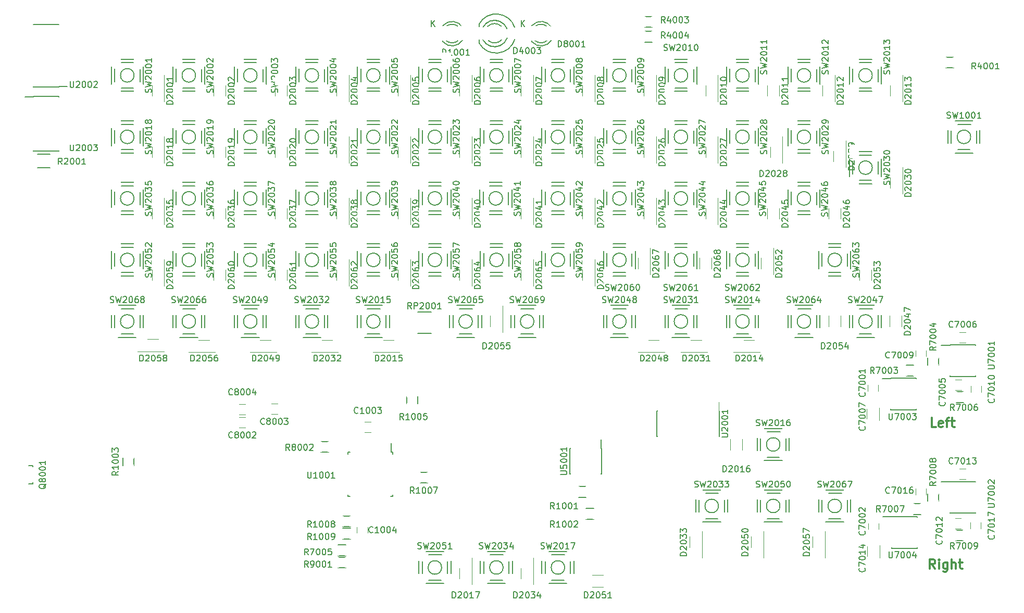
<source format=gbr>
G04 #@! TF.GenerationSoftware,KiCad,Pcbnew,no-vcs-found-7652~57~ubuntu16.04.1*
G04 #@! TF.CreationDate,2017-02-21T14:31:34+01:00*
G04 #@! TF.ProjectId,peripheral-board,7065726970686572616C2D626F617264,rev?*
G04 #@! TF.FileFunction,Legend,Top*
G04 #@! TF.FilePolarity,Positive*
%FSLAX46Y46*%
G04 Gerber Fmt 4.6, Leading zero omitted, Abs format (unit mm)*
G04 Created by KiCad (PCBNEW no-vcs-found-7652~57~ubuntu16.04.1) date Tue Feb 21 14:31:34 2017*
%MOMM*%
%LPD*%
G01*
G04 APERTURE LIST*
%ADD10C,0.100000*%
%ADD11C,0.300000*%
%ADD12C,0.150000*%
%ADD13C,0.120000*%
%ADD14R,1.200000X1.200000*%
%ADD15O,1.200000X1.200000*%
%ADD16R,1.300000X2.100000*%
%ADD17R,1.650000X1.400000*%
%ADD18R,1.400000X1.650000*%
%ADD19R,2.000000X1.400000*%
%ADD20R,1.100000X1.700000*%
%ADD21R,2.100000X1.700000*%
%ADD22R,1.700000X2.100000*%
%ADD23R,1.700000X1.100000*%
%ADD24C,1.670000*%
%ADD25C,2.400000*%
%ADD26R,2.400000X2.400000*%
%ADD27C,2.076400*%
%ADD28R,1.200100X1.200100*%
%ADD29R,1.162000X0.831800*%
%ADD30C,1.950000*%
%ADD31R,2.000000X0.950000*%
%ADD32R,0.950000X2.000000*%
%ADD33R,1.950000X1.000000*%
%ADD34C,1.500000*%
%ADD35C,2.000000*%
%ADD36O,5.200000X2.400000*%
%ADD37R,3.400000X5.200000*%
%ADD38C,5.200000*%
%ADD39R,1.000000X1.950000*%
%ADD40R,2.200000X1.500000*%
%ADD41R,2.432000X2.127200*%
%ADD42O,2.432000X2.127200*%
%ADD43R,1.900000X1.000000*%
%ADD44R,1.000000X1.900000*%
%ADD45R,1.500000X2.200000*%
G04 APERTURE END LIST*
D10*
D11*
X153964285Y32821429D02*
X153250000Y32821429D01*
X153250000Y34321429D01*
X155035714Y32892858D02*
X154892857Y32821429D01*
X154607142Y32821429D01*
X154464285Y32892858D01*
X154392857Y33035715D01*
X154392857Y33607143D01*
X154464285Y33750000D01*
X154607142Y33821429D01*
X154892857Y33821429D01*
X155035714Y33750000D01*
X155107142Y33607143D01*
X155107142Y33464286D01*
X154392857Y33321429D01*
X155535714Y33821429D02*
X156107142Y33821429D01*
X155750000Y32821429D02*
X155750000Y34107143D01*
X155821428Y34250000D01*
X155964285Y34321429D01*
X156107142Y34321429D01*
X156392857Y33821429D02*
X156964285Y33821429D01*
X156607142Y34321429D02*
X156607142Y33035715D01*
X156678571Y32892858D01*
X156821428Y32821429D01*
X156964285Y32821429D01*
X153821428Y9821429D02*
X153321428Y10535715D01*
X152964285Y9821429D02*
X152964285Y11321429D01*
X153535714Y11321429D01*
X153678571Y11250000D01*
X153750000Y11178572D01*
X153821428Y11035715D01*
X153821428Y10821429D01*
X153750000Y10678572D01*
X153678571Y10607143D01*
X153535714Y10535715D01*
X152964285Y10535715D01*
X154464285Y9821429D02*
X154464285Y10821429D01*
X154464285Y11321429D02*
X154392857Y11250000D01*
X154464285Y11178572D01*
X154535714Y11250000D01*
X154464285Y11321429D01*
X154464285Y11178572D01*
X155821428Y10821429D02*
X155821428Y9607143D01*
X155750000Y9464286D01*
X155678571Y9392858D01*
X155535714Y9321429D01*
X155321428Y9321429D01*
X155178571Y9392858D01*
X155821428Y9892858D02*
X155678571Y9821429D01*
X155392857Y9821429D01*
X155250000Y9892858D01*
X155178571Y9964286D01*
X155107142Y10107143D01*
X155107142Y10535715D01*
X155178571Y10678572D01*
X155250000Y10750000D01*
X155392857Y10821429D01*
X155678571Y10821429D01*
X155821428Y10750000D01*
X156535714Y9821429D02*
X156535714Y11321429D01*
X157178571Y9821429D02*
X157178571Y10607143D01*
X157107142Y10750000D01*
X156964285Y10821429D01*
X156750000Y10821429D01*
X156607142Y10750000D01*
X156535714Y10678572D01*
X157678571Y10821429D02*
X158250000Y10821429D01*
X157892857Y11321429D02*
X157892857Y10035715D01*
X157964285Y9892858D01*
X158107142Y9821429D01*
X158250000Y9821429D01*
D12*
X7900000Y77175000D02*
X9900000Y77175000D01*
X9900000Y75025000D02*
X7900000Y75025000D01*
D13*
X61550000Y15600000D02*
X61550000Y16600000D01*
X59850000Y16600000D02*
X59850000Y15600000D01*
X62100000Y33650000D02*
X61100000Y33650000D01*
X61100000Y31950000D02*
X62100000Y31950000D01*
X144825000Y11600000D02*
X144825000Y13600000D01*
X142775000Y13600000D02*
X142775000Y11600000D01*
X142675000Y35950000D02*
X142675000Y33950000D01*
X144725000Y33950000D02*
X144725000Y35950000D01*
D12*
X58750000Y16625000D02*
X57550000Y16625000D01*
X57550000Y18375000D02*
X58750000Y18375000D01*
X57550000Y16375000D02*
X58750000Y16375000D01*
X58750000Y14625000D02*
X57550000Y14625000D01*
X71300000Y23725000D02*
X70100000Y23725000D01*
X70100000Y25475000D02*
X71300000Y25475000D01*
D13*
X135500000Y90050000D02*
X135500000Y85750000D01*
X137500000Y90050000D02*
X135500000Y90050000D01*
X137500000Y85750000D02*
X137500000Y90050000D01*
X128500000Y85750000D02*
X128500000Y90050000D01*
X128500000Y90050000D02*
X126500000Y90050000D01*
X126500000Y90050000D02*
X126500000Y85750000D01*
X116500000Y90050000D02*
X116500000Y85750000D01*
X118500000Y90050000D02*
X116500000Y90050000D01*
X118500000Y85750000D02*
X118500000Y90050000D01*
X108500000Y85750000D02*
X108500000Y90050000D01*
X108500000Y90050000D02*
X106500000Y90050000D01*
X106500000Y90050000D02*
X106500000Y85750000D01*
X96500000Y90050000D02*
X96500000Y85750000D01*
X98500000Y90050000D02*
X96500000Y90050000D01*
X98500000Y85750000D02*
X98500000Y90050000D01*
X88500000Y85750000D02*
X88500000Y90050000D01*
X88500000Y90050000D02*
X86500000Y90050000D01*
X86500000Y90050000D02*
X86500000Y85750000D01*
X76500000Y90050000D02*
X76500000Y85750000D01*
X78500000Y90050000D02*
X76500000Y90050000D01*
X78500000Y85750000D02*
X78500000Y90050000D01*
X68500000Y85750000D02*
X68500000Y90050000D01*
X68500000Y90050000D02*
X66500000Y90050000D01*
X66500000Y90050000D02*
X66500000Y85750000D01*
X56500000Y90050000D02*
X56500000Y85750000D01*
X58500000Y90050000D02*
X56500000Y90050000D01*
X58500000Y85750000D02*
X58500000Y90050000D01*
X48500000Y85750000D02*
X48500000Y90050000D01*
X48500000Y90050000D02*
X46500000Y90050000D01*
X46500000Y90050000D02*
X46500000Y85750000D01*
X146500000Y90050000D02*
X146500000Y85750000D01*
X148500000Y90050000D02*
X146500000Y90050000D01*
X148500000Y85750000D02*
X148500000Y90050000D01*
X28500000Y85750000D02*
X28500000Y90050000D01*
X28500000Y90050000D02*
X26500000Y90050000D01*
X26500000Y90050000D02*
X26500000Y85750000D01*
X36500000Y60050000D02*
X36500000Y55750000D01*
X38500000Y60050000D02*
X36500000Y60050000D01*
X38500000Y55750000D02*
X38500000Y60050000D01*
X97250000Y6800000D02*
X101550000Y6800000D01*
X101550000Y6800000D02*
X101550000Y8800000D01*
X101550000Y8800000D02*
X97250000Y8800000D01*
X125500000Y61950000D02*
X125500000Y57650000D01*
X127500000Y61950000D02*
X125500000Y61950000D01*
X127500000Y57650000D02*
X127500000Y61950000D01*
X143500000Y55750000D02*
X143500000Y60050000D01*
X143500000Y60050000D02*
X141500000Y60050000D01*
X141500000Y60050000D02*
X141500000Y55750000D01*
X36500000Y90050000D02*
X36500000Y85750000D01*
X38500000Y90050000D02*
X36500000Y90050000D01*
X38500000Y85750000D02*
X38500000Y90050000D01*
X138500000Y48250000D02*
X138500000Y52550000D01*
X138500000Y52550000D02*
X136500000Y52550000D01*
X136500000Y52550000D02*
X136500000Y48250000D01*
X137300000Y79350000D02*
X137300000Y75050000D01*
X139300000Y79350000D02*
X137300000Y79350000D01*
X139300000Y75050000D02*
X139300000Y79350000D01*
X122500000Y28200000D02*
X122500000Y32500000D01*
X122500000Y32500000D02*
X120500000Y32500000D01*
X120500000Y32500000D02*
X120500000Y28200000D01*
X76500000Y11550000D02*
X76500000Y7250000D01*
X78500000Y11550000D02*
X76500000Y11550000D01*
X78500000Y7250000D02*
X78500000Y11550000D01*
X28500000Y75750000D02*
X28500000Y80050000D01*
X28500000Y80050000D02*
X26500000Y80050000D01*
X26500000Y80050000D02*
X26500000Y75750000D01*
X36500000Y80050000D02*
X36500000Y75750000D01*
X38500000Y80050000D02*
X36500000Y80050000D01*
X38500000Y75750000D02*
X38500000Y80050000D01*
X48500000Y75750000D02*
X48500000Y80050000D01*
X48500000Y80050000D02*
X46500000Y80050000D01*
X46500000Y80050000D02*
X46500000Y75750000D01*
X56500000Y80050000D02*
X56500000Y75750000D01*
X58500000Y80050000D02*
X56500000Y80050000D01*
X58500000Y75750000D02*
X58500000Y80050000D01*
X129000000Y75750000D02*
X129000000Y80050000D01*
X129000000Y80050000D02*
X127000000Y80050000D01*
X127000000Y80050000D02*
X127000000Y75750000D01*
X76500000Y80050000D02*
X76500000Y75750000D01*
X78500000Y80050000D02*
X76500000Y80050000D01*
X78500000Y75750000D02*
X78500000Y80050000D01*
X88500000Y75750000D02*
X88500000Y80050000D01*
X88500000Y80050000D02*
X86500000Y80050000D01*
X86500000Y80050000D02*
X86500000Y75750000D01*
X96500000Y80050000D02*
X96500000Y75750000D01*
X98500000Y80050000D02*
X96500000Y80050000D01*
X98500000Y75750000D02*
X98500000Y80050000D01*
X108500000Y75750000D02*
X108500000Y80050000D01*
X108500000Y80050000D02*
X106500000Y80050000D01*
X106500000Y80050000D02*
X106500000Y75750000D01*
X116500000Y80050000D02*
X116500000Y75750000D01*
X118500000Y80050000D02*
X116500000Y80050000D01*
X118500000Y75750000D02*
X118500000Y80050000D01*
X56750000Y47000000D02*
X52450000Y47000000D01*
X52450000Y47000000D02*
X52450000Y45000000D01*
X52450000Y45000000D02*
X56750000Y45000000D01*
X62450000Y45000000D02*
X66750000Y45000000D01*
X62450000Y47000000D02*
X62450000Y45000000D01*
X66750000Y47000000D02*
X62450000Y47000000D01*
X125350000Y47000000D02*
X121050000Y47000000D01*
X121050000Y47000000D02*
X121050000Y45000000D01*
X121050000Y45000000D02*
X125350000Y45000000D01*
X66500000Y80050000D02*
X66500000Y75750000D01*
X68500000Y80050000D02*
X66500000Y80050000D01*
X68500000Y75750000D02*
X68500000Y80050000D01*
X88500000Y7250000D02*
X88500000Y11550000D01*
X88500000Y11550000D02*
X86500000Y11550000D01*
X86500000Y11550000D02*
X86500000Y7250000D01*
X26500000Y70050000D02*
X26500000Y65750000D01*
X28500000Y70050000D02*
X26500000Y70050000D01*
X28500000Y65750000D02*
X28500000Y70050000D01*
X38500000Y65750000D02*
X38500000Y70050000D01*
X38500000Y70050000D02*
X36500000Y70050000D01*
X36500000Y70050000D02*
X36500000Y65750000D01*
X46500000Y70050000D02*
X46500000Y65750000D01*
X48500000Y70050000D02*
X46500000Y70050000D01*
X48500000Y65750000D02*
X48500000Y70050000D01*
X58500000Y65750000D02*
X58500000Y70050000D01*
X58500000Y70050000D02*
X56500000Y70050000D01*
X56500000Y70050000D02*
X56500000Y65750000D01*
X66500000Y70050000D02*
X66500000Y65750000D01*
X68500000Y70050000D02*
X66500000Y70050000D01*
X68500000Y65750000D02*
X68500000Y70050000D01*
X78500000Y65750000D02*
X78500000Y70050000D01*
X78500000Y70050000D02*
X76500000Y70050000D01*
X76500000Y70050000D02*
X76500000Y65750000D01*
X115900000Y11550000D02*
X115900000Y15850000D01*
X113900000Y11550000D02*
X115900000Y11550000D01*
X113900000Y15850000D02*
X113900000Y11550000D01*
X98500000Y65750000D02*
X98500000Y70050000D01*
X98500000Y70050000D02*
X96500000Y70050000D01*
X96500000Y70050000D02*
X96500000Y65750000D01*
X106500000Y70050000D02*
X106500000Y65750000D01*
X108500000Y70050000D02*
X106500000Y70050000D01*
X108500000Y65750000D02*
X108500000Y70050000D01*
X118500000Y65750000D02*
X118500000Y70050000D01*
X118500000Y70050000D02*
X116500000Y70050000D01*
X116500000Y70050000D02*
X116500000Y65750000D01*
X126500000Y70050000D02*
X126500000Y65750000D01*
X128500000Y70050000D02*
X126500000Y70050000D01*
X128500000Y65750000D02*
X128500000Y70050000D01*
X138500000Y65750000D02*
X138500000Y70050000D01*
X138500000Y70050000D02*
X136500000Y70050000D01*
X136500000Y70050000D02*
X136500000Y65750000D01*
X146400000Y52550000D02*
X146400000Y48250000D01*
X148400000Y52550000D02*
X146400000Y52550000D01*
X148400000Y48250000D02*
X148400000Y52550000D01*
X109850000Y47000000D02*
X105550000Y47000000D01*
X105550000Y47000000D02*
X105550000Y45000000D01*
X105550000Y45000000D02*
X109850000Y45000000D01*
X125900000Y11550000D02*
X125900000Y15850000D01*
X123900000Y11550000D02*
X125900000Y11550000D01*
X123900000Y15850000D02*
X123900000Y11550000D01*
X88500000Y65750000D02*
X88500000Y70050000D01*
X88500000Y70050000D02*
X86500000Y70050000D01*
X86500000Y70050000D02*
X86500000Y65750000D01*
X42450000Y45000000D02*
X46750000Y45000000D01*
X42450000Y47000000D02*
X42450000Y45000000D01*
X46750000Y47000000D02*
X42450000Y47000000D01*
X36750000Y47000000D02*
X32450000Y47000000D01*
X32450000Y47000000D02*
X32450000Y45000000D01*
X32450000Y45000000D02*
X36750000Y45000000D01*
X135900000Y11550000D02*
X135900000Y15850000D01*
X133900000Y11550000D02*
X135900000Y11550000D01*
X133900000Y15850000D02*
X133900000Y11550000D01*
X28450000Y47100000D02*
X24150000Y47100000D01*
X24150000Y47100000D02*
X24150000Y45100000D01*
X24150000Y45100000D02*
X28450000Y45100000D01*
X26500000Y60050000D02*
X26500000Y55750000D01*
X28500000Y60050000D02*
X26500000Y60050000D01*
X28500000Y55750000D02*
X28500000Y60050000D01*
X116750000Y47000000D02*
X112450000Y47000000D01*
X112450000Y47000000D02*
X112450000Y45000000D01*
X112450000Y45000000D02*
X116750000Y45000000D01*
X46500000Y60050000D02*
X46500000Y55750000D01*
X48500000Y60050000D02*
X46500000Y60050000D01*
X48500000Y55750000D02*
X48500000Y60050000D01*
X58500000Y55750000D02*
X58500000Y60050000D01*
X58500000Y60050000D02*
X56500000Y60050000D01*
X56500000Y60050000D02*
X56500000Y55750000D01*
X66500000Y60050000D02*
X66500000Y55750000D01*
X68500000Y60050000D02*
X66500000Y60050000D01*
X68500000Y55750000D02*
X68500000Y60050000D01*
X78500000Y55750000D02*
X78500000Y60050000D01*
X78500000Y60050000D02*
X76500000Y60050000D01*
X76500000Y60050000D02*
X76500000Y55750000D01*
X86500000Y60050000D02*
X86500000Y55750000D01*
X88500000Y60050000D02*
X86500000Y60050000D01*
X88500000Y55750000D02*
X88500000Y60050000D01*
X98500000Y55750000D02*
X98500000Y60050000D01*
X98500000Y60050000D02*
X96500000Y60050000D01*
X96500000Y60050000D02*
X96500000Y55750000D01*
X105500000Y61950000D02*
X105500000Y57650000D01*
X107500000Y61950000D02*
X105500000Y61950000D01*
X107500000Y57650000D02*
X107500000Y61950000D01*
X117500000Y57650000D02*
X117500000Y61950000D01*
X117500000Y61950000D02*
X115500000Y61950000D01*
X115500000Y61950000D02*
X115500000Y57650000D01*
X83500000Y48250000D02*
X83500000Y52550000D01*
X83500000Y52550000D02*
X81500000Y52550000D01*
X81500000Y52550000D02*
X81500000Y48250000D01*
X146500000Y75050000D02*
X146500000Y70750000D01*
X148500000Y75050000D02*
X146500000Y75050000D01*
X148500000Y70750000D02*
X148500000Y75050000D01*
D12*
X67925000Y36600000D02*
X67925000Y37800000D01*
X69675000Y37800000D02*
X69675000Y36600000D01*
X88747111Y95686747D02*
G75*
G03X90795000Y95706000I1013889J1079253D01*
G01*
X88273780Y95459274D02*
G75*
G03X91511000Y95806000I1497220J1306726D01*
G01*
X90813006Y97899068D02*
G75*
G03X88710000Y97900000I-1052006J-1133068D01*
G01*
X91488744Y97769643D02*
G75*
G03X88261000Y98086000I-1727744J-1003643D01*
G01*
X88261000Y98080000D02*
X88261000Y97900000D01*
X88261000Y95486000D02*
X88261000Y95686000D01*
X73801000Y95486000D02*
X73801000Y95686000D01*
X73801000Y98080000D02*
X73801000Y97900000D01*
X77028744Y97769643D02*
G75*
G03X73801000Y98086000I-1727744J-1003643D01*
G01*
X76353006Y97899068D02*
G75*
G03X74250000Y97900000I-1052006J-1133068D01*
G01*
X73813780Y95459274D02*
G75*
G03X77051000Y95806000I1497220J1306726D01*
G01*
X74287111Y95686747D02*
G75*
G03X76335000Y95706000I1013889J1079253D01*
G01*
X85503388Y95892075D02*
G75*
G02X79666000Y95290000I-3043388J907925D01*
G01*
X85503388Y97707925D02*
G75*
G03X79666000Y98310000I-3043388J-907925D01*
G01*
X81063000Y97943000D02*
G75*
G02X83349000Y97943000I1143000J-1143000D01*
G01*
X83349000Y95784000D02*
G75*
G02X81190000Y95657000I-1143000J1016000D01*
G01*
X83222000Y94895000D02*
G75*
G02X80301000Y95784000I-1016000J1905000D01*
G01*
X84238000Y96038000D02*
G75*
G02X81444000Y94768000I-2032000J762000D01*
G01*
X81444000Y98832000D02*
G75*
G02X84238000Y97562000I762000J-2032000D01*
G01*
X80301000Y97816000D02*
G75*
G02X83222000Y98705000I1905000J-1016000D01*
G01*
X83730000Y95276000D02*
G75*
G02X80682000Y95276000I-1524000J1524000D01*
G01*
X80682000Y98324000D02*
G75*
G02X83730000Y98324000I1524000J-1524000D01*
G01*
X79666000Y95800000D02*
X79666000Y95290000D01*
X79666000Y98310000D02*
X79666000Y97800000D01*
X7150240Y23800840D02*
X7150240Y23849100D01*
X6449200Y26599820D02*
X7150240Y26599820D01*
X7150240Y26599820D02*
X7150240Y26350900D01*
X7150240Y23800840D02*
X7150240Y23600180D01*
X7150240Y23600180D02*
X6449200Y23600180D01*
D13*
X144550000Y38700000D02*
X144550000Y39700000D01*
X142850000Y39700000D02*
X142850000Y38700000D01*
X142950000Y17200000D02*
X142950000Y16200000D01*
X144650000Y16200000D02*
X144650000Y17200000D01*
D12*
X58000000Y9925000D02*
X56800000Y9925000D01*
X56800000Y11675000D02*
X58000000Y11675000D01*
X23575000Y27800000D02*
X23575000Y26600000D01*
X21825000Y26600000D02*
X21825000Y27800000D01*
X69700000Y48100000D02*
X71900000Y48100000D01*
X69700000Y51500000D02*
X71900000Y51500000D01*
X65400000Y28775000D02*
X65400000Y30200000D01*
X65625000Y21525000D02*
X65625000Y21850000D01*
X58375000Y21525000D02*
X58375000Y21850000D01*
X58375000Y28775000D02*
X58375000Y28450000D01*
X65625000Y28775000D02*
X65625000Y28450000D01*
X58375000Y28775000D02*
X58700000Y28775000D01*
X58375000Y21525000D02*
X58700000Y21525000D01*
X65625000Y21525000D02*
X65300000Y21525000D01*
X65625000Y28775000D02*
X65400000Y28775000D01*
X107800000Y95425000D02*
X106600000Y95425000D01*
X106600000Y97175000D02*
X107800000Y97175000D01*
X106600000Y99575000D02*
X107800000Y99575000D01*
X107800000Y97825000D02*
X106600000Y97825000D01*
X156800000Y91225000D02*
X155600000Y91225000D01*
X155600000Y92975000D02*
X156800000Y92975000D01*
D13*
X158800000Y48250000D02*
X157800000Y48250000D01*
X157800000Y46550000D02*
X158800000Y46550000D01*
X158100000Y40550000D02*
X157100000Y40550000D01*
X157100000Y38850000D02*
X158100000Y38850000D01*
X150650000Y22800000D02*
X150650000Y21800000D01*
X152350000Y21800000D02*
X152350000Y22800000D01*
X161300000Y38500000D02*
X161300000Y39500000D01*
X159600000Y39500000D02*
X159600000Y38500000D01*
X152350000Y44300000D02*
X152350000Y45300000D01*
X150650000Y45300000D02*
X150650000Y44300000D01*
X157050000Y16350000D02*
X158050000Y16350000D01*
X158050000Y18050000D02*
X157050000Y18050000D01*
X157800000Y24350000D02*
X158800000Y24350000D01*
X158800000Y26050000D02*
X157800000Y26050000D01*
X159550000Y17300000D02*
X159550000Y16300000D01*
X161250000Y16300000D02*
X161250000Y17300000D01*
X40700000Y32750000D02*
X41700000Y32750000D01*
X41700000Y34450000D02*
X40700000Y34450000D01*
X46900000Y36650000D02*
X45900000Y36650000D01*
X45900000Y34950000D02*
X46900000Y34950000D01*
X40700000Y34850000D02*
X41700000Y34850000D01*
X41700000Y36550000D02*
X40700000Y36550000D01*
D12*
X156225000Y23920000D02*
X154825000Y23920000D01*
X156225000Y18820000D02*
X160375000Y18820000D01*
X156225000Y23970000D02*
X160375000Y23970000D01*
X156225000Y18820000D02*
X156225000Y18965000D01*
X160375000Y18820000D02*
X160375000Y18965000D01*
X160375000Y23970000D02*
X160375000Y23825000D01*
X156225000Y23970000D02*
X156225000Y23920000D01*
X146625000Y40720000D02*
X145225000Y40720000D01*
X146625000Y35620000D02*
X150775000Y35620000D01*
X146625000Y40770000D02*
X150775000Y40770000D01*
X146625000Y35620000D02*
X146625000Y35765000D01*
X150775000Y35620000D02*
X150775000Y35765000D01*
X150775000Y40770000D02*
X150775000Y40625000D01*
X146625000Y40770000D02*
X146625000Y40720000D01*
X156225000Y46125000D02*
X154825000Y46125000D01*
X156225000Y41025000D02*
X160375000Y41025000D01*
X156225000Y46175000D02*
X160375000Y46175000D01*
X156225000Y41025000D02*
X156225000Y41170000D01*
X160375000Y41025000D02*
X160375000Y41170000D01*
X160375000Y46175000D02*
X160375000Y46030000D01*
X156225000Y46175000D02*
X156225000Y46125000D01*
X146725000Y18275000D02*
X146725000Y18225000D01*
X150875000Y18275000D02*
X150875000Y18130000D01*
X150875000Y13125000D02*
X150875000Y13270000D01*
X146725000Y13125000D02*
X146725000Y13270000D01*
X146725000Y18275000D02*
X150875000Y18275000D01*
X146725000Y13125000D02*
X150875000Y13125000D01*
X146725000Y18225000D02*
X145325000Y18225000D01*
X54000000Y30475000D02*
X55200000Y30475000D01*
X55200000Y28725000D02*
X54000000Y28725000D01*
X150350000Y41125000D02*
X149150000Y41125000D01*
X149150000Y42875000D02*
X150350000Y42875000D01*
X151500000Y18625000D02*
X150300000Y18625000D01*
X150300000Y20375000D02*
X151500000Y20375000D01*
X158400000Y14325000D02*
X157200000Y14325000D01*
X157200000Y16075000D02*
X158400000Y16075000D01*
X157250000Y38575000D02*
X158450000Y38575000D01*
X158450000Y36825000D02*
X157250000Y36825000D01*
X152625000Y20800000D02*
X152625000Y22000000D01*
X154375000Y22000000D02*
X154375000Y20800000D01*
X58000000Y11925000D02*
X56800000Y11925000D01*
X56800000Y13675000D02*
X58000000Y13675000D01*
X152625000Y42900000D02*
X152625000Y44100000D01*
X154375000Y44100000D02*
X154375000Y42900000D01*
X99525000Y29375000D02*
X99525000Y30775000D01*
X94425000Y29375000D02*
X94425000Y25225000D01*
X99575000Y29375000D02*
X99575000Y25225000D01*
X94425000Y29375000D02*
X94570000Y29375000D01*
X94425000Y25225000D02*
X94570000Y25225000D01*
X99575000Y25225000D02*
X99430000Y25225000D01*
X99575000Y29375000D02*
X99525000Y29375000D01*
X97100000Y19575000D02*
X98300000Y19575000D01*
X98300000Y17825000D02*
X97100000Y17825000D01*
X97100000Y21425000D02*
X95900000Y21425000D01*
X95900000Y23175000D02*
X97100000Y23175000D01*
X160550000Y79000000D02*
X160550000Y81000000D01*
X157500000Y77950000D02*
X159500000Y77950000D01*
X156450000Y81000000D02*
X156450000Y79000000D01*
X157500000Y82050000D02*
X159600000Y82050000D01*
X159600000Y80000000D02*
G75*
G03X159600000Y80000000I-1100000J0D01*
G01*
X157050000Y77400000D02*
X159950000Y77400000D01*
X157050000Y82600000D02*
X159950000Y82600000D01*
X161100000Y81050000D02*
X161100000Y78950000D01*
X155900000Y78950000D02*
X155900000Y81050000D01*
X89550000Y49000000D02*
X89550000Y51000000D01*
X86500000Y47950000D02*
X88500000Y47950000D01*
X85450000Y51000000D02*
X85450000Y49000000D01*
X86500000Y52050000D02*
X88600000Y52050000D01*
X88600000Y50000000D02*
G75*
G03X88600000Y50000000I-1100000J0D01*
G01*
X86050000Y47400000D02*
X88950000Y47400000D01*
X86050000Y52600000D02*
X88950000Y52600000D01*
X90100000Y51050000D02*
X90100000Y48950000D01*
X84900000Y48950000D02*
X84900000Y51050000D01*
X7225000Y86590000D02*
X7225000Y86475000D01*
X11375000Y86590000D02*
X11375000Y86475000D01*
X11375000Y77690000D02*
X11375000Y77805000D01*
X7225000Y77690000D02*
X7225000Y77805000D01*
X7225000Y86590000D02*
X11375000Y86590000D01*
X7225000Y77690000D02*
X11375000Y77690000D01*
X7225000Y86475000D02*
X5850000Y86475000D01*
X118645000Y35475000D02*
X118645000Y36850000D01*
X108600000Y35475000D02*
X108600000Y31325000D01*
X118750000Y35475000D02*
X118750000Y31325000D01*
X108600000Y35475000D02*
X108705000Y35475000D01*
X108600000Y31325000D02*
X108705000Y31325000D01*
X118750000Y31325000D02*
X118645000Y31325000D01*
X118750000Y35475000D02*
X118645000Y35475000D01*
X11375000Y88125000D02*
X11375000Y88230000D01*
X7225000Y88125000D02*
X7225000Y88230000D01*
X7225000Y98275000D02*
X7225000Y98170000D01*
X11375000Y98275000D02*
X11375000Y98170000D01*
X11375000Y88125000D02*
X7225000Y88125000D01*
X11375000Y98275000D02*
X7225000Y98275000D01*
X11375000Y88230000D02*
X12750000Y88230000D01*
X23550000Y87400000D02*
X21450000Y87400000D01*
X21450000Y92600000D02*
X23550000Y92600000D01*
X19900000Y88550000D02*
X19900000Y91450000D01*
X25100000Y88550000D02*
X25100000Y91450000D01*
X23600000Y90000000D02*
G75*
G03X23600000Y90000000I-1100000J0D01*
G01*
X20450000Y89000000D02*
X20450000Y91100000D01*
X21500000Y87950000D02*
X23500000Y87950000D01*
X24550000Y89000000D02*
X24550000Y91000000D01*
X23500000Y92050000D02*
X21500000Y92050000D01*
X33500000Y92050000D02*
X31500000Y92050000D01*
X34550000Y89000000D02*
X34550000Y91000000D01*
X31500000Y87950000D02*
X33500000Y87950000D01*
X30450000Y89000000D02*
X30450000Y91100000D01*
X33600000Y90000000D02*
G75*
G03X33600000Y90000000I-1100000J0D01*
G01*
X35100000Y88550000D02*
X35100000Y91450000D01*
X29900000Y88550000D02*
X29900000Y91450000D01*
X31450000Y92600000D02*
X33550000Y92600000D01*
X33550000Y87400000D02*
X31450000Y87400000D01*
X43550000Y87400000D02*
X41450000Y87400000D01*
X41450000Y92600000D02*
X43550000Y92600000D01*
X39900000Y88550000D02*
X39900000Y91450000D01*
X45100000Y88550000D02*
X45100000Y91450000D01*
X43600000Y90000000D02*
G75*
G03X43600000Y90000000I-1100000J0D01*
G01*
X40450000Y89000000D02*
X40450000Y91100000D01*
X41500000Y87950000D02*
X43500000Y87950000D01*
X44550000Y89000000D02*
X44550000Y91000000D01*
X43500000Y92050000D02*
X41500000Y92050000D01*
X53500000Y92050000D02*
X51500000Y92050000D01*
X54550000Y89000000D02*
X54550000Y91000000D01*
X51500000Y87950000D02*
X53500000Y87950000D01*
X50450000Y89000000D02*
X50450000Y91100000D01*
X53600000Y90000000D02*
G75*
G03X53600000Y90000000I-1100000J0D01*
G01*
X55100000Y88550000D02*
X55100000Y91450000D01*
X49900000Y88550000D02*
X49900000Y91450000D01*
X51450000Y92600000D02*
X53550000Y92600000D01*
X53550000Y87400000D02*
X51450000Y87400000D01*
X63550000Y87400000D02*
X61450000Y87400000D01*
X61450000Y92600000D02*
X63550000Y92600000D01*
X59900000Y88550000D02*
X59900000Y91450000D01*
X65100000Y88550000D02*
X65100000Y91450000D01*
X63600000Y90000000D02*
G75*
G03X63600000Y90000000I-1100000J0D01*
G01*
X60450000Y89000000D02*
X60450000Y91100000D01*
X61500000Y87950000D02*
X63500000Y87950000D01*
X64550000Y89000000D02*
X64550000Y91000000D01*
X63500000Y92050000D02*
X61500000Y92050000D01*
X73500000Y92050000D02*
X71500000Y92050000D01*
X74550000Y89000000D02*
X74550000Y91000000D01*
X71500000Y87950000D02*
X73500000Y87950000D01*
X70450000Y89000000D02*
X70450000Y91100000D01*
X73600000Y90000000D02*
G75*
G03X73600000Y90000000I-1100000J0D01*
G01*
X75100000Y88550000D02*
X75100000Y91450000D01*
X69900000Y88550000D02*
X69900000Y91450000D01*
X71450000Y92600000D02*
X73550000Y92600000D01*
X73550000Y87400000D02*
X71450000Y87400000D01*
X83550000Y87400000D02*
X81450000Y87400000D01*
X81450000Y92600000D02*
X83550000Y92600000D01*
X79900000Y88550000D02*
X79900000Y91450000D01*
X85100000Y88550000D02*
X85100000Y91450000D01*
X83600000Y90000000D02*
G75*
G03X83600000Y90000000I-1100000J0D01*
G01*
X80450000Y89000000D02*
X80450000Y91100000D01*
X81500000Y87950000D02*
X83500000Y87950000D01*
X84550000Y89000000D02*
X84550000Y91000000D01*
X83500000Y92050000D02*
X81500000Y92050000D01*
X103500000Y92050000D02*
X101500000Y92050000D01*
X104550000Y89000000D02*
X104550000Y91000000D01*
X101500000Y87950000D02*
X103500000Y87950000D01*
X100450000Y89000000D02*
X100450000Y91100000D01*
X103600000Y90000000D02*
G75*
G03X103600000Y90000000I-1100000J0D01*
G01*
X105100000Y88550000D02*
X105100000Y91450000D01*
X99900000Y88550000D02*
X99900000Y91450000D01*
X101450000Y92600000D02*
X103550000Y92600000D01*
X103550000Y87400000D02*
X101450000Y87400000D01*
X23550000Y67400000D02*
X21450000Y67400000D01*
X21450000Y72600000D02*
X23550000Y72600000D01*
X19900000Y68550000D02*
X19900000Y71450000D01*
X25100000Y68550000D02*
X25100000Y71450000D01*
X23600000Y70000000D02*
G75*
G03X23600000Y70000000I-1100000J0D01*
G01*
X20450000Y69000000D02*
X20450000Y71100000D01*
X21500000Y67950000D02*
X23500000Y67950000D01*
X24550000Y69000000D02*
X24550000Y71000000D01*
X23500000Y72050000D02*
X21500000Y72050000D01*
X113500000Y92050000D02*
X111500000Y92050000D01*
X114550000Y89000000D02*
X114550000Y91000000D01*
X111500000Y87950000D02*
X113500000Y87950000D01*
X110450000Y89000000D02*
X110450000Y91100000D01*
X113600000Y90000000D02*
G75*
G03X113600000Y90000000I-1100000J0D01*
G01*
X115100000Y88550000D02*
X115100000Y91450000D01*
X109900000Y88550000D02*
X109900000Y91450000D01*
X111450000Y92600000D02*
X113550000Y92600000D01*
X113550000Y87400000D02*
X111450000Y87400000D01*
X123550000Y87400000D02*
X121450000Y87400000D01*
X121450000Y92600000D02*
X123550000Y92600000D01*
X119900000Y88550000D02*
X119900000Y91450000D01*
X125100000Y88550000D02*
X125100000Y91450000D01*
X123600000Y90000000D02*
G75*
G03X123600000Y90000000I-1100000J0D01*
G01*
X120450000Y89000000D02*
X120450000Y91100000D01*
X121500000Y87950000D02*
X123500000Y87950000D01*
X124550000Y89000000D02*
X124550000Y91000000D01*
X123500000Y92050000D02*
X121500000Y92050000D01*
X133500000Y92050000D02*
X131500000Y92050000D01*
X134550000Y89000000D02*
X134550000Y91000000D01*
X131500000Y87950000D02*
X133500000Y87950000D01*
X130450000Y89000000D02*
X130450000Y91100000D01*
X133600000Y90000000D02*
G75*
G03X133600000Y90000000I-1100000J0D01*
G01*
X135100000Y88550000D02*
X135100000Y91450000D01*
X129900000Y88550000D02*
X129900000Y91450000D01*
X131450000Y92600000D02*
X133550000Y92600000D01*
X133550000Y87400000D02*
X131450000Y87400000D01*
X143550000Y87400000D02*
X141450000Y87400000D01*
X141450000Y92600000D02*
X143550000Y92600000D01*
X139900000Y88550000D02*
X139900000Y91450000D01*
X145100000Y88550000D02*
X145100000Y91450000D01*
X143600000Y90000000D02*
G75*
G03X143600000Y90000000I-1100000J0D01*
G01*
X140450000Y89000000D02*
X140450000Y91100000D01*
X141500000Y87950000D02*
X143500000Y87950000D01*
X144550000Y89000000D02*
X144550000Y91000000D01*
X143500000Y92050000D02*
X141500000Y92050000D01*
X124550000Y49000000D02*
X124550000Y51000000D01*
X121500000Y47950000D02*
X123500000Y47950000D01*
X120450000Y51000000D02*
X120450000Y49000000D01*
X121500000Y52050000D02*
X123600000Y52050000D01*
X123600000Y50000000D02*
G75*
G03X123600000Y50000000I-1100000J0D01*
G01*
X121050000Y47400000D02*
X123950000Y47400000D01*
X121050000Y52600000D02*
X123950000Y52600000D01*
X125100000Y51050000D02*
X125100000Y48950000D01*
X119900000Y48950000D02*
X119900000Y51050000D01*
X59900000Y48950000D02*
X59900000Y51050000D01*
X65100000Y51050000D02*
X65100000Y48950000D01*
X61050000Y52600000D02*
X63950000Y52600000D01*
X61050000Y47400000D02*
X63950000Y47400000D01*
X63600000Y50000000D02*
G75*
G03X63600000Y50000000I-1100000J0D01*
G01*
X61500000Y52050000D02*
X63600000Y52050000D01*
X60450000Y51000000D02*
X60450000Y49000000D01*
X61500000Y47950000D02*
X63500000Y47950000D01*
X64550000Y49000000D02*
X64550000Y51000000D01*
X93500000Y92050000D02*
X91500000Y92050000D01*
X94550000Y89000000D02*
X94550000Y91000000D01*
X91500000Y87950000D02*
X93500000Y87950000D01*
X90450000Y89000000D02*
X90450000Y91100000D01*
X93600000Y90000000D02*
G75*
G03X93600000Y90000000I-1100000J0D01*
G01*
X95100000Y88550000D02*
X95100000Y91450000D01*
X89900000Y88550000D02*
X89900000Y91450000D01*
X91450000Y92600000D02*
X93550000Y92600000D01*
X93550000Y87400000D02*
X91450000Y87400000D01*
X124900000Y28950000D02*
X124900000Y31050000D01*
X130100000Y31050000D02*
X130100000Y28950000D01*
X126050000Y32600000D02*
X128950000Y32600000D01*
X126050000Y27400000D02*
X128950000Y27400000D01*
X128600000Y30000000D02*
G75*
G03X128600000Y30000000I-1100000J0D01*
G01*
X126500000Y32050000D02*
X128600000Y32050000D01*
X125450000Y31000000D02*
X125450000Y29000000D01*
X126500000Y27950000D02*
X128500000Y27950000D01*
X129550000Y29000000D02*
X129550000Y31000000D01*
X33500000Y82050000D02*
X31500000Y82050000D01*
X34550000Y79000000D02*
X34550000Y81000000D01*
X31500000Y77950000D02*
X33500000Y77950000D01*
X30450000Y79000000D02*
X30450000Y81100000D01*
X33600000Y80000000D02*
G75*
G03X33600000Y80000000I-1100000J0D01*
G01*
X35100000Y78550000D02*
X35100000Y81450000D01*
X29900000Y78550000D02*
X29900000Y81450000D01*
X31450000Y82600000D02*
X33550000Y82600000D01*
X33550000Y77400000D02*
X31450000Y77400000D01*
X43550000Y77400000D02*
X41450000Y77400000D01*
X41450000Y82600000D02*
X43550000Y82600000D01*
X39900000Y78550000D02*
X39900000Y81450000D01*
X45100000Y78550000D02*
X45100000Y81450000D01*
X43600000Y80000000D02*
G75*
G03X43600000Y80000000I-1100000J0D01*
G01*
X40450000Y79000000D02*
X40450000Y81100000D01*
X41500000Y77950000D02*
X43500000Y77950000D01*
X44550000Y79000000D02*
X44550000Y81000000D01*
X43500000Y82050000D02*
X41500000Y82050000D01*
X53500000Y82050000D02*
X51500000Y82050000D01*
X54550000Y79000000D02*
X54550000Y81000000D01*
X51500000Y77950000D02*
X53500000Y77950000D01*
X50450000Y79000000D02*
X50450000Y81100000D01*
X53600000Y80000000D02*
G75*
G03X53600000Y80000000I-1100000J0D01*
G01*
X55100000Y78550000D02*
X55100000Y81450000D01*
X49900000Y78550000D02*
X49900000Y81450000D01*
X51450000Y82600000D02*
X53550000Y82600000D01*
X53550000Y77400000D02*
X51450000Y77400000D01*
X63550000Y77400000D02*
X61450000Y77400000D01*
X61450000Y82600000D02*
X63550000Y82600000D01*
X59900000Y78550000D02*
X59900000Y81450000D01*
X65100000Y78550000D02*
X65100000Y81450000D01*
X63600000Y80000000D02*
G75*
G03X63600000Y80000000I-1100000J0D01*
G01*
X60450000Y79000000D02*
X60450000Y81100000D01*
X61500000Y77950000D02*
X63500000Y77950000D01*
X64550000Y79000000D02*
X64550000Y81000000D01*
X63500000Y82050000D02*
X61500000Y82050000D01*
X73500000Y82050000D02*
X71500000Y82050000D01*
X74550000Y79000000D02*
X74550000Y81000000D01*
X71500000Y77950000D02*
X73500000Y77950000D01*
X70450000Y79000000D02*
X70450000Y81100000D01*
X73600000Y80000000D02*
G75*
G03X73600000Y80000000I-1100000J0D01*
G01*
X75100000Y78550000D02*
X75100000Y81450000D01*
X69900000Y78550000D02*
X69900000Y81450000D01*
X71450000Y82600000D02*
X73550000Y82600000D01*
X73550000Y77400000D02*
X71450000Y77400000D01*
X83550000Y77400000D02*
X81450000Y77400000D01*
X81450000Y82600000D02*
X83550000Y82600000D01*
X79900000Y78550000D02*
X79900000Y81450000D01*
X85100000Y78550000D02*
X85100000Y81450000D01*
X83600000Y80000000D02*
G75*
G03X83600000Y80000000I-1100000J0D01*
G01*
X80450000Y79000000D02*
X80450000Y81100000D01*
X81500000Y77950000D02*
X83500000Y77950000D01*
X84550000Y79000000D02*
X84550000Y81000000D01*
X83500000Y82050000D02*
X81500000Y82050000D01*
X119550000Y19000000D02*
X119550000Y21000000D01*
X116500000Y17950000D02*
X118500000Y17950000D01*
X115450000Y21000000D02*
X115450000Y19000000D01*
X116500000Y22050000D02*
X118600000Y22050000D01*
X118600000Y20000000D02*
G75*
G03X118600000Y20000000I-1100000J0D01*
G01*
X116050000Y17400000D02*
X118950000Y17400000D01*
X116050000Y22600000D02*
X118950000Y22600000D01*
X120100000Y21050000D02*
X120100000Y18950000D01*
X114900000Y18950000D02*
X114900000Y21050000D01*
X89900000Y8950000D02*
X89900000Y11050000D01*
X95100000Y11050000D02*
X95100000Y8950000D01*
X91050000Y12600000D02*
X93950000Y12600000D01*
X91050000Y7400000D02*
X93950000Y7400000D01*
X93600000Y10000000D02*
G75*
G03X93600000Y10000000I-1100000J0D01*
G01*
X91500000Y12050000D02*
X93600000Y12050000D01*
X90450000Y11000000D02*
X90450000Y9000000D01*
X91500000Y7950000D02*
X93500000Y7950000D01*
X94550000Y9000000D02*
X94550000Y11000000D01*
X113500000Y82050000D02*
X111500000Y82050000D01*
X114550000Y79000000D02*
X114550000Y81000000D01*
X111500000Y77950000D02*
X113500000Y77950000D01*
X110450000Y79000000D02*
X110450000Y81100000D01*
X113600000Y80000000D02*
G75*
G03X113600000Y80000000I-1100000J0D01*
G01*
X115100000Y78550000D02*
X115100000Y81450000D01*
X109900000Y78550000D02*
X109900000Y81450000D01*
X111450000Y82600000D02*
X113550000Y82600000D01*
X113550000Y77400000D02*
X111450000Y77400000D01*
X123550000Y77400000D02*
X121450000Y77400000D01*
X121450000Y82600000D02*
X123550000Y82600000D01*
X119900000Y78550000D02*
X119900000Y81450000D01*
X125100000Y78550000D02*
X125100000Y81450000D01*
X123600000Y80000000D02*
G75*
G03X123600000Y80000000I-1100000J0D01*
G01*
X120450000Y79000000D02*
X120450000Y81100000D01*
X121500000Y77950000D02*
X123500000Y77950000D01*
X124550000Y79000000D02*
X124550000Y81000000D01*
X123500000Y82050000D02*
X121500000Y82050000D01*
X133500000Y82050000D02*
X131500000Y82050000D01*
X134550000Y79000000D02*
X134550000Y81000000D01*
X131500000Y77950000D02*
X133500000Y77950000D01*
X130450000Y79000000D02*
X130450000Y81100000D01*
X133600000Y80000000D02*
G75*
G03X133600000Y80000000I-1100000J0D01*
G01*
X135100000Y78550000D02*
X135100000Y81450000D01*
X129900000Y78550000D02*
X129900000Y81450000D01*
X131450000Y82600000D02*
X133550000Y82600000D01*
X133550000Y77400000D02*
X131450000Y77400000D01*
X143550000Y72400000D02*
X141450000Y72400000D01*
X141450000Y77600000D02*
X143550000Y77600000D01*
X139900000Y73550000D02*
X139900000Y76450000D01*
X145100000Y73550000D02*
X145100000Y76450000D01*
X143600000Y75000000D02*
G75*
G03X143600000Y75000000I-1100000J0D01*
G01*
X140450000Y74000000D02*
X140450000Y76100000D01*
X141500000Y72950000D02*
X143500000Y72950000D01*
X144550000Y74000000D02*
X144550000Y76000000D01*
X143500000Y77050000D02*
X141500000Y77050000D01*
X114550000Y49000000D02*
X114550000Y51000000D01*
X111500000Y47950000D02*
X113500000Y47950000D01*
X110450000Y51000000D02*
X110450000Y49000000D01*
X111500000Y52050000D02*
X113600000Y52050000D01*
X113600000Y50000000D02*
G75*
G03X113600000Y50000000I-1100000J0D01*
G01*
X111050000Y47400000D02*
X113950000Y47400000D01*
X111050000Y52600000D02*
X113950000Y52600000D01*
X115100000Y51050000D02*
X115100000Y48950000D01*
X109900000Y48950000D02*
X109900000Y51050000D01*
X49900000Y48950000D02*
X49900000Y51050000D01*
X55100000Y51050000D02*
X55100000Y48950000D01*
X51050000Y52600000D02*
X53950000Y52600000D01*
X51050000Y47400000D02*
X53950000Y47400000D01*
X53600000Y50000000D02*
G75*
G03X53600000Y50000000I-1100000J0D01*
G01*
X51500000Y52050000D02*
X53600000Y52050000D01*
X50450000Y51000000D02*
X50450000Y49000000D01*
X51500000Y47950000D02*
X53500000Y47950000D01*
X54550000Y49000000D02*
X54550000Y51000000D01*
X84550000Y9000000D02*
X84550000Y11000000D01*
X81500000Y7950000D02*
X83500000Y7950000D01*
X80450000Y11000000D02*
X80450000Y9000000D01*
X81500000Y12050000D02*
X83600000Y12050000D01*
X83600000Y10000000D02*
G75*
G03X83600000Y10000000I-1100000J0D01*
G01*
X81050000Y7400000D02*
X83950000Y7400000D01*
X81050000Y12600000D02*
X83950000Y12600000D01*
X85100000Y11050000D02*
X85100000Y8950000D01*
X79900000Y8950000D02*
X79900000Y11050000D01*
X93550000Y77400000D02*
X91450000Y77400000D01*
X91450000Y82600000D02*
X93550000Y82600000D01*
X89900000Y78550000D02*
X89900000Y81450000D01*
X95100000Y78550000D02*
X95100000Y81450000D01*
X93600000Y80000000D02*
G75*
G03X93600000Y80000000I-1100000J0D01*
G01*
X90450000Y79000000D02*
X90450000Y81100000D01*
X91500000Y77950000D02*
X93500000Y77950000D01*
X94550000Y79000000D02*
X94550000Y81000000D01*
X93500000Y82050000D02*
X91500000Y82050000D01*
X43500000Y72050000D02*
X41500000Y72050000D01*
X44550000Y69000000D02*
X44550000Y71000000D01*
X41500000Y67950000D02*
X43500000Y67950000D01*
X40450000Y69000000D02*
X40450000Y71100000D01*
X43600000Y70000000D02*
G75*
G03X43600000Y70000000I-1100000J0D01*
G01*
X45100000Y68550000D02*
X45100000Y71450000D01*
X39900000Y68550000D02*
X39900000Y71450000D01*
X41450000Y72600000D02*
X43550000Y72600000D01*
X43550000Y67400000D02*
X41450000Y67400000D01*
X53550000Y67400000D02*
X51450000Y67400000D01*
X51450000Y72600000D02*
X53550000Y72600000D01*
X49900000Y68550000D02*
X49900000Y71450000D01*
X55100000Y68550000D02*
X55100000Y71450000D01*
X53600000Y70000000D02*
G75*
G03X53600000Y70000000I-1100000J0D01*
G01*
X50450000Y69000000D02*
X50450000Y71100000D01*
X51500000Y67950000D02*
X53500000Y67950000D01*
X54550000Y69000000D02*
X54550000Y71000000D01*
X53500000Y72050000D02*
X51500000Y72050000D01*
X63500000Y72050000D02*
X61500000Y72050000D01*
X64550000Y69000000D02*
X64550000Y71000000D01*
X61500000Y67950000D02*
X63500000Y67950000D01*
X60450000Y69000000D02*
X60450000Y71100000D01*
X63600000Y70000000D02*
G75*
G03X63600000Y70000000I-1100000J0D01*
G01*
X65100000Y68550000D02*
X65100000Y71450000D01*
X59900000Y68550000D02*
X59900000Y71450000D01*
X61450000Y72600000D02*
X63550000Y72600000D01*
X63550000Y67400000D02*
X61450000Y67400000D01*
X73550000Y67400000D02*
X71450000Y67400000D01*
X71450000Y72600000D02*
X73550000Y72600000D01*
X69900000Y68550000D02*
X69900000Y71450000D01*
X75100000Y68550000D02*
X75100000Y71450000D01*
X73600000Y70000000D02*
G75*
G03X73600000Y70000000I-1100000J0D01*
G01*
X70450000Y69000000D02*
X70450000Y71100000D01*
X71500000Y67950000D02*
X73500000Y67950000D01*
X74550000Y69000000D02*
X74550000Y71000000D01*
X73500000Y72050000D02*
X71500000Y72050000D01*
X83400000Y72050000D02*
X81400000Y72050000D01*
X84450000Y69000000D02*
X84450000Y71000000D01*
X81400000Y67950000D02*
X83400000Y67950000D01*
X80350000Y69000000D02*
X80350000Y71100000D01*
X83500000Y70000000D02*
G75*
G03X83500000Y70000000I-1100000J0D01*
G01*
X85000000Y68550000D02*
X85000000Y71450000D01*
X79800000Y68550000D02*
X79800000Y71450000D01*
X81350000Y72600000D02*
X83450000Y72600000D01*
X83450000Y67400000D02*
X81350000Y67400000D01*
X93550000Y67400000D02*
X91450000Y67400000D01*
X91450000Y72600000D02*
X93550000Y72600000D01*
X89900000Y68550000D02*
X89900000Y71450000D01*
X95100000Y68550000D02*
X95100000Y71450000D01*
X93600000Y70000000D02*
G75*
G03X93600000Y70000000I-1100000J0D01*
G01*
X90450000Y69000000D02*
X90450000Y71100000D01*
X91500000Y67950000D02*
X93500000Y67950000D01*
X94550000Y69000000D02*
X94550000Y71000000D01*
X93500000Y72050000D02*
X91500000Y72050000D01*
X103500000Y72050000D02*
X101500000Y72050000D01*
X104550000Y69000000D02*
X104550000Y71000000D01*
X101500000Y67950000D02*
X103500000Y67950000D01*
X100450000Y69000000D02*
X100450000Y71100000D01*
X103600000Y70000000D02*
G75*
G03X103600000Y70000000I-1100000J0D01*
G01*
X105100000Y68550000D02*
X105100000Y71450000D01*
X99900000Y68550000D02*
X99900000Y71450000D01*
X101450000Y72600000D02*
X103550000Y72600000D01*
X103550000Y67400000D02*
X101450000Y67400000D01*
X23550000Y77400000D02*
X21450000Y77400000D01*
X21450000Y82600000D02*
X23550000Y82600000D01*
X19900000Y78550000D02*
X19900000Y81450000D01*
X25100000Y78550000D02*
X25100000Y81450000D01*
X23600000Y80000000D02*
G75*
G03X23600000Y80000000I-1100000J0D01*
G01*
X20450000Y79000000D02*
X20450000Y81100000D01*
X21500000Y77950000D02*
X23500000Y77950000D01*
X24550000Y79000000D02*
X24550000Y81000000D01*
X23500000Y82050000D02*
X21500000Y82050000D01*
X123500000Y72050000D02*
X121500000Y72050000D01*
X124550000Y69000000D02*
X124550000Y71000000D01*
X121500000Y67950000D02*
X123500000Y67950000D01*
X120450000Y69000000D02*
X120450000Y71100000D01*
X123600000Y70000000D02*
G75*
G03X123600000Y70000000I-1100000J0D01*
G01*
X125100000Y68550000D02*
X125100000Y71450000D01*
X119900000Y68550000D02*
X119900000Y71450000D01*
X121450000Y72600000D02*
X123550000Y72600000D01*
X123550000Y67400000D02*
X121450000Y67400000D01*
X133550000Y67400000D02*
X131450000Y67400000D01*
X131450000Y72600000D02*
X133550000Y72600000D01*
X129900000Y68550000D02*
X129900000Y71450000D01*
X135100000Y68550000D02*
X135100000Y71450000D01*
X133600000Y70000000D02*
G75*
G03X133600000Y70000000I-1100000J0D01*
G01*
X130450000Y69000000D02*
X130450000Y71100000D01*
X131500000Y67950000D02*
X133500000Y67950000D01*
X134550000Y69000000D02*
X134550000Y71000000D01*
X133500000Y72050000D02*
X131500000Y72050000D01*
X144550000Y49000000D02*
X144550000Y51000000D01*
X141500000Y47950000D02*
X143500000Y47950000D01*
X140450000Y51000000D02*
X140450000Y49000000D01*
X141500000Y52050000D02*
X143600000Y52050000D01*
X143600000Y50000000D02*
G75*
G03X143600000Y50000000I-1100000J0D01*
G01*
X141050000Y47400000D02*
X143950000Y47400000D01*
X141050000Y52600000D02*
X143950000Y52600000D01*
X145100000Y51050000D02*
X145100000Y48950000D01*
X139900000Y48950000D02*
X139900000Y51050000D01*
X99900000Y48950000D02*
X99900000Y51050000D01*
X105100000Y51050000D02*
X105100000Y48950000D01*
X101050000Y52600000D02*
X103950000Y52600000D01*
X101050000Y47400000D02*
X103950000Y47400000D01*
X103600000Y50000000D02*
G75*
G03X103600000Y50000000I-1100000J0D01*
G01*
X101500000Y52050000D02*
X103600000Y52050000D01*
X100450000Y51000000D02*
X100450000Y49000000D01*
X101500000Y47950000D02*
X103500000Y47950000D01*
X104550000Y49000000D02*
X104550000Y51000000D01*
X44550000Y49000000D02*
X44550000Y51000000D01*
X41500000Y47950000D02*
X43500000Y47950000D01*
X40450000Y51000000D02*
X40450000Y49000000D01*
X41500000Y52050000D02*
X43600000Y52050000D01*
X43600000Y50000000D02*
G75*
G03X43600000Y50000000I-1100000J0D01*
G01*
X41050000Y47400000D02*
X43950000Y47400000D01*
X41050000Y52600000D02*
X43950000Y52600000D01*
X45100000Y51050000D02*
X45100000Y48950000D01*
X39900000Y48950000D02*
X39900000Y51050000D01*
X124900000Y18950000D02*
X124900000Y21050000D01*
X130100000Y21050000D02*
X130100000Y18950000D01*
X126050000Y22600000D02*
X128950000Y22600000D01*
X126050000Y17400000D02*
X128950000Y17400000D01*
X128600000Y20000000D02*
G75*
G03X128600000Y20000000I-1100000J0D01*
G01*
X126500000Y22050000D02*
X128600000Y22050000D01*
X125450000Y21000000D02*
X125450000Y19000000D01*
X126500000Y17950000D02*
X128500000Y17950000D01*
X129550000Y19000000D02*
X129550000Y21000000D01*
X23500000Y62050000D02*
X21500000Y62050000D01*
X24550000Y59000000D02*
X24550000Y61000000D01*
X21500000Y57950000D02*
X23500000Y57950000D01*
X20450000Y59000000D02*
X20450000Y61100000D01*
X23600000Y60000000D02*
G75*
G03X23600000Y60000000I-1100000J0D01*
G01*
X25100000Y58550000D02*
X25100000Y61450000D01*
X19900000Y58550000D02*
X19900000Y61450000D01*
X21450000Y62600000D02*
X23550000Y62600000D01*
X23550000Y57400000D02*
X21450000Y57400000D01*
X103550000Y77400000D02*
X101450000Y77400000D01*
X101450000Y82600000D02*
X103550000Y82600000D01*
X99900000Y78550000D02*
X99900000Y81450000D01*
X105100000Y78550000D02*
X105100000Y81450000D01*
X103600000Y80000000D02*
G75*
G03X103600000Y80000000I-1100000J0D01*
G01*
X100450000Y79000000D02*
X100450000Y81100000D01*
X101500000Y77950000D02*
X103500000Y77950000D01*
X104550000Y79000000D02*
X104550000Y81000000D01*
X103500000Y82050000D02*
X101500000Y82050000D01*
X113500000Y72050000D02*
X111500000Y72050000D01*
X114550000Y69000000D02*
X114550000Y71000000D01*
X111500000Y67950000D02*
X113500000Y67950000D01*
X110450000Y69000000D02*
X110450000Y71100000D01*
X113600000Y70000000D02*
G75*
G03X113600000Y70000000I-1100000J0D01*
G01*
X115100000Y68550000D02*
X115100000Y71450000D01*
X109900000Y68550000D02*
X109900000Y71450000D01*
X111450000Y72600000D02*
X113550000Y72600000D01*
X113550000Y67400000D02*
X111450000Y67400000D01*
X113550000Y57400000D02*
X111450000Y57400000D01*
X111450000Y62600000D02*
X113550000Y62600000D01*
X109900000Y58550000D02*
X109900000Y61450000D01*
X115100000Y58550000D02*
X115100000Y61450000D01*
X113600000Y60000000D02*
G75*
G03X113600000Y60000000I-1100000J0D01*
G01*
X110450000Y59000000D02*
X110450000Y61100000D01*
X111500000Y57950000D02*
X113500000Y57950000D01*
X114550000Y59000000D02*
X114550000Y61000000D01*
X113500000Y62050000D02*
X111500000Y62050000D01*
X33500000Y62050000D02*
X31500000Y62050000D01*
X34550000Y59000000D02*
X34550000Y61000000D01*
X31500000Y57950000D02*
X33500000Y57950000D01*
X30450000Y59000000D02*
X30450000Y61100000D01*
X33600000Y60000000D02*
G75*
G03X33600000Y60000000I-1100000J0D01*
G01*
X35100000Y58550000D02*
X35100000Y61450000D01*
X29900000Y58550000D02*
X29900000Y61450000D01*
X31450000Y62600000D02*
X33550000Y62600000D01*
X33550000Y57400000D02*
X31450000Y57400000D01*
X43550000Y57400000D02*
X41450000Y57400000D01*
X41450000Y62600000D02*
X43550000Y62600000D01*
X39900000Y58550000D02*
X39900000Y61450000D01*
X45100000Y58550000D02*
X45100000Y61450000D01*
X43600000Y60000000D02*
G75*
G03X43600000Y60000000I-1100000J0D01*
G01*
X40450000Y59000000D02*
X40450000Y61100000D01*
X41500000Y57950000D02*
X43500000Y57950000D01*
X44550000Y59000000D02*
X44550000Y61000000D01*
X43500000Y62050000D02*
X41500000Y62050000D01*
X53500000Y62050000D02*
X51500000Y62050000D01*
X54550000Y59000000D02*
X54550000Y61000000D01*
X51500000Y57950000D02*
X53500000Y57950000D01*
X50450000Y59000000D02*
X50450000Y61100000D01*
X53600000Y60000000D02*
G75*
G03X53600000Y60000000I-1100000J0D01*
G01*
X55100000Y58550000D02*
X55100000Y61450000D01*
X49900000Y58550000D02*
X49900000Y61450000D01*
X51450000Y62600000D02*
X53550000Y62600000D01*
X53550000Y57400000D02*
X51450000Y57400000D01*
X63550000Y57400000D02*
X61450000Y57400000D01*
X61450000Y62600000D02*
X63550000Y62600000D01*
X59900000Y58550000D02*
X59900000Y61450000D01*
X65100000Y58550000D02*
X65100000Y61450000D01*
X63600000Y60000000D02*
G75*
G03X63600000Y60000000I-1100000J0D01*
G01*
X60450000Y59000000D02*
X60450000Y61100000D01*
X61500000Y57950000D02*
X63500000Y57950000D01*
X64550000Y59000000D02*
X64550000Y61000000D01*
X63500000Y62050000D02*
X61500000Y62050000D01*
X73500000Y62050000D02*
X71500000Y62050000D01*
X74550000Y59000000D02*
X74550000Y61000000D01*
X71500000Y57950000D02*
X73500000Y57950000D01*
X70450000Y59000000D02*
X70450000Y61100000D01*
X73600000Y60000000D02*
G75*
G03X73600000Y60000000I-1100000J0D01*
G01*
X75100000Y58550000D02*
X75100000Y61450000D01*
X69900000Y58550000D02*
X69900000Y61450000D01*
X71450000Y62600000D02*
X73550000Y62600000D01*
X73550000Y57400000D02*
X71450000Y57400000D01*
X83550000Y57400000D02*
X81450000Y57400000D01*
X81450000Y62600000D02*
X83550000Y62600000D01*
X79900000Y58550000D02*
X79900000Y61450000D01*
X85100000Y58550000D02*
X85100000Y61450000D01*
X83600000Y60000000D02*
G75*
G03X83600000Y60000000I-1100000J0D01*
G01*
X80450000Y59000000D02*
X80450000Y61100000D01*
X81500000Y57950000D02*
X83500000Y57950000D01*
X84550000Y59000000D02*
X84550000Y61000000D01*
X83500000Y62050000D02*
X81500000Y62050000D01*
X93500000Y62050000D02*
X91500000Y62050000D01*
X94550000Y59000000D02*
X94550000Y61000000D01*
X91500000Y57950000D02*
X93500000Y57950000D01*
X90450000Y59000000D02*
X90450000Y61100000D01*
X93600000Y60000000D02*
G75*
G03X93600000Y60000000I-1100000J0D01*
G01*
X95100000Y58550000D02*
X95100000Y61450000D01*
X89900000Y58550000D02*
X89900000Y61450000D01*
X91450000Y62600000D02*
X93550000Y62600000D01*
X93550000Y57400000D02*
X91450000Y57400000D01*
X69900000Y8950000D02*
X69900000Y11050000D01*
X75100000Y11050000D02*
X75100000Y8950000D01*
X71050000Y12600000D02*
X73950000Y12600000D01*
X71050000Y7400000D02*
X73950000Y7400000D01*
X73600000Y10000000D02*
G75*
G03X73600000Y10000000I-1100000J0D01*
G01*
X71500000Y12050000D02*
X73600000Y12050000D01*
X70450000Y11000000D02*
X70450000Y9000000D01*
X71500000Y7950000D02*
X73500000Y7950000D01*
X74550000Y9000000D02*
X74550000Y11000000D01*
X33500000Y72050000D02*
X31500000Y72050000D01*
X34550000Y69000000D02*
X34550000Y71000000D01*
X31500000Y67950000D02*
X33500000Y67950000D01*
X30450000Y69000000D02*
X30450000Y71100000D01*
X33600000Y70000000D02*
G75*
G03X33600000Y70000000I-1100000J0D01*
G01*
X35100000Y68550000D02*
X35100000Y71450000D01*
X29900000Y68550000D02*
X29900000Y71450000D01*
X31450000Y72600000D02*
X33550000Y72600000D01*
X33550000Y67400000D02*
X31450000Y67400000D01*
X123550000Y57400000D02*
X121450000Y57400000D01*
X121450000Y62600000D02*
X123550000Y62600000D01*
X119900000Y58550000D02*
X119900000Y61450000D01*
X125100000Y58550000D02*
X125100000Y61450000D01*
X123600000Y60000000D02*
G75*
G03X123600000Y60000000I-1100000J0D01*
G01*
X120450000Y59000000D02*
X120450000Y61100000D01*
X121500000Y57950000D02*
X123500000Y57950000D01*
X124550000Y59000000D02*
X124550000Y61000000D01*
X123500000Y62050000D02*
X121500000Y62050000D01*
X138500000Y62050000D02*
X136500000Y62050000D01*
X139550000Y59000000D02*
X139550000Y61000000D01*
X136500000Y57950000D02*
X138500000Y57950000D01*
X135450000Y59000000D02*
X135450000Y61100000D01*
X138600000Y60000000D02*
G75*
G03X138600000Y60000000I-1100000J0D01*
G01*
X140100000Y58550000D02*
X140100000Y61450000D01*
X134900000Y58550000D02*
X134900000Y61450000D01*
X136450000Y62600000D02*
X138550000Y62600000D01*
X138550000Y57400000D02*
X136450000Y57400000D01*
X129900000Y48950000D02*
X129900000Y51050000D01*
X135100000Y51050000D02*
X135100000Y48950000D01*
X131050000Y52600000D02*
X133950000Y52600000D01*
X131050000Y47400000D02*
X133950000Y47400000D01*
X133600000Y50000000D02*
G75*
G03X133600000Y50000000I-1100000J0D01*
G01*
X131500000Y52050000D02*
X133600000Y52050000D01*
X130450000Y51000000D02*
X130450000Y49000000D01*
X131500000Y47950000D02*
X133500000Y47950000D01*
X134550000Y49000000D02*
X134550000Y51000000D01*
X79550000Y49000000D02*
X79550000Y51000000D01*
X76500000Y47950000D02*
X78500000Y47950000D01*
X75450000Y51000000D02*
X75450000Y49000000D01*
X76500000Y52050000D02*
X78600000Y52050000D01*
X78600000Y50000000D02*
G75*
G03X78600000Y50000000I-1100000J0D01*
G01*
X76050000Y47400000D02*
X78950000Y47400000D01*
X76050000Y52600000D02*
X78950000Y52600000D01*
X80100000Y51050000D02*
X80100000Y48950000D01*
X74900000Y48950000D02*
X74900000Y51050000D01*
X29900000Y48950000D02*
X29900000Y51050000D01*
X35100000Y51050000D02*
X35100000Y48950000D01*
X31050000Y52600000D02*
X33950000Y52600000D01*
X31050000Y47400000D02*
X33950000Y47400000D01*
X33600000Y50000000D02*
G75*
G03X33600000Y50000000I-1100000J0D01*
G01*
X31500000Y52050000D02*
X33600000Y52050000D01*
X30450000Y51000000D02*
X30450000Y49000000D01*
X31500000Y47950000D02*
X33500000Y47950000D01*
X34550000Y49000000D02*
X34550000Y51000000D01*
X139550000Y19000000D02*
X139550000Y21000000D01*
X136500000Y17950000D02*
X138500000Y17950000D01*
X135450000Y21000000D02*
X135450000Y19000000D01*
X136500000Y22050000D02*
X138600000Y22050000D01*
X138600000Y20000000D02*
G75*
G03X138600000Y20000000I-1100000J0D01*
G01*
X136050000Y17400000D02*
X138950000Y17400000D01*
X136050000Y22600000D02*
X138950000Y22600000D01*
X140100000Y21050000D02*
X140100000Y18950000D01*
X134900000Y18950000D02*
X134900000Y21050000D01*
X19900000Y48950000D02*
X19900000Y51050000D01*
X25100000Y51050000D02*
X25100000Y48950000D01*
X21050000Y52600000D02*
X23950000Y52600000D01*
X21050000Y47400000D02*
X23950000Y47400000D01*
X23600000Y50000000D02*
G75*
G03X23600000Y50000000I-1100000J0D01*
G01*
X21500000Y52050000D02*
X23600000Y52050000D01*
X20450000Y51000000D02*
X20450000Y49000000D01*
X21500000Y47950000D02*
X23500000Y47950000D01*
X24550000Y49000000D02*
X24550000Y51000000D01*
X103500000Y62050000D02*
X101500000Y62050000D01*
X104550000Y59000000D02*
X104550000Y61000000D01*
X101500000Y57950000D02*
X103500000Y57950000D01*
X100450000Y59000000D02*
X100450000Y61100000D01*
X103600000Y60000000D02*
G75*
G03X103600000Y60000000I-1100000J0D01*
G01*
X105100000Y58550000D02*
X105100000Y61450000D01*
X99900000Y58550000D02*
X99900000Y61450000D01*
X101450000Y62600000D02*
X103550000Y62600000D01*
X103550000Y57400000D02*
X101450000Y57400000D01*
X11904761Y75547620D02*
X11571428Y76023810D01*
X11333333Y75547620D02*
X11333333Y76547620D01*
X11714285Y76547620D01*
X11809523Y76500000D01*
X11857142Y76452381D01*
X11904761Y76357143D01*
X11904761Y76214286D01*
X11857142Y76119048D01*
X11809523Y76071429D01*
X11714285Y76023810D01*
X11333333Y76023810D01*
X12285714Y76452381D02*
X12333333Y76500000D01*
X12428571Y76547620D01*
X12666666Y76547620D01*
X12761904Y76500000D01*
X12809523Y76452381D01*
X12857142Y76357143D01*
X12857142Y76261905D01*
X12809523Y76119048D01*
X12238095Y75547620D01*
X12857142Y75547620D01*
X13476190Y76547620D02*
X13571428Y76547620D01*
X13666666Y76500000D01*
X13714285Y76452381D01*
X13761904Y76357143D01*
X13809523Y76166667D01*
X13809523Y75928572D01*
X13761904Y75738096D01*
X13714285Y75642858D01*
X13666666Y75595239D01*
X13571428Y75547620D01*
X13476190Y75547620D01*
X13380952Y75595239D01*
X13333333Y75642858D01*
X13285714Y75738096D01*
X13238095Y75928572D01*
X13238095Y76166667D01*
X13285714Y76357143D01*
X13333333Y76452381D01*
X13380952Y76500000D01*
X13476190Y76547620D01*
X14428571Y76547620D02*
X14523809Y76547620D01*
X14619047Y76500000D01*
X14666666Y76452381D01*
X14714285Y76357143D01*
X14761904Y76166667D01*
X14761904Y75928572D01*
X14714285Y75738096D01*
X14666666Y75642858D01*
X14619047Y75595239D01*
X14523809Y75547620D01*
X14428571Y75547620D01*
X14333333Y75595239D01*
X14285714Y75642858D01*
X14238095Y75738096D01*
X14190476Y75928572D01*
X14190476Y76166667D01*
X14238095Y76357143D01*
X14285714Y76452381D01*
X14333333Y76500000D01*
X14428571Y76547620D01*
X15714285Y75547620D02*
X15142857Y75547620D01*
X15428571Y75547620D02*
X15428571Y76547620D01*
X15333333Y76404762D01*
X15238095Y76309524D01*
X15142857Y76261905D01*
X62404761Y15742858D02*
X62357142Y15695239D01*
X62214285Y15647620D01*
X62119047Y15647620D01*
X61976190Y15695239D01*
X61880952Y15790477D01*
X61833333Y15885715D01*
X61785714Y16076191D01*
X61785714Y16219048D01*
X61833333Y16409524D01*
X61880952Y16504762D01*
X61976190Y16600000D01*
X62119047Y16647620D01*
X62214285Y16647620D01*
X62357142Y16600000D01*
X62404761Y16552381D01*
X63357142Y15647620D02*
X62785714Y15647620D01*
X63071428Y15647620D02*
X63071428Y16647620D01*
X62976190Y16504762D01*
X62880952Y16409524D01*
X62785714Y16361905D01*
X63976190Y16647620D02*
X64071428Y16647620D01*
X64166666Y16600000D01*
X64214285Y16552381D01*
X64261904Y16457143D01*
X64309523Y16266667D01*
X64309523Y16028572D01*
X64261904Y15838096D01*
X64214285Y15742858D01*
X64166666Y15695239D01*
X64071428Y15647620D01*
X63976190Y15647620D01*
X63880952Y15695239D01*
X63833333Y15742858D01*
X63785714Y15838096D01*
X63738095Y16028572D01*
X63738095Y16266667D01*
X63785714Y16457143D01*
X63833333Y16552381D01*
X63880952Y16600000D01*
X63976190Y16647620D01*
X64928571Y16647620D02*
X65023809Y16647620D01*
X65119047Y16600000D01*
X65166666Y16552381D01*
X65214285Y16457143D01*
X65261904Y16266667D01*
X65261904Y16028572D01*
X65214285Y15838096D01*
X65166666Y15742858D01*
X65119047Y15695239D01*
X65023809Y15647620D01*
X64928571Y15647620D01*
X64833333Y15695239D01*
X64785714Y15742858D01*
X64738095Y15838096D01*
X64690476Y16028572D01*
X64690476Y16266667D01*
X64738095Y16457143D01*
X64785714Y16552381D01*
X64833333Y16600000D01*
X64928571Y16647620D01*
X66119047Y16314286D02*
X66119047Y15647620D01*
X65880952Y16695239D02*
X65642857Y15980953D01*
X66261904Y15980953D01*
X60004761Y35142858D02*
X59957142Y35095239D01*
X59814285Y35047620D01*
X59719047Y35047620D01*
X59576190Y35095239D01*
X59480952Y35190477D01*
X59433333Y35285715D01*
X59385714Y35476191D01*
X59385714Y35619048D01*
X59433333Y35809524D01*
X59480952Y35904762D01*
X59576190Y36000000D01*
X59719047Y36047620D01*
X59814285Y36047620D01*
X59957142Y36000000D01*
X60004761Y35952381D01*
X60957142Y35047620D02*
X60385714Y35047620D01*
X60671428Y35047620D02*
X60671428Y36047620D01*
X60576190Y35904762D01*
X60480952Y35809524D01*
X60385714Y35761905D01*
X61576190Y36047620D02*
X61671428Y36047620D01*
X61766666Y36000000D01*
X61814285Y35952381D01*
X61861904Y35857143D01*
X61909523Y35666667D01*
X61909523Y35428572D01*
X61861904Y35238096D01*
X61814285Y35142858D01*
X61766666Y35095239D01*
X61671428Y35047620D01*
X61576190Y35047620D01*
X61480952Y35095239D01*
X61433333Y35142858D01*
X61385714Y35238096D01*
X61338095Y35428572D01*
X61338095Y35666667D01*
X61385714Y35857143D01*
X61433333Y35952381D01*
X61480952Y36000000D01*
X61576190Y36047620D01*
X62528571Y36047620D02*
X62623809Y36047620D01*
X62719047Y36000000D01*
X62766666Y35952381D01*
X62814285Y35857143D01*
X62861904Y35666667D01*
X62861904Y35428572D01*
X62814285Y35238096D01*
X62766666Y35142858D01*
X62719047Y35095239D01*
X62623809Y35047620D01*
X62528571Y35047620D01*
X62433333Y35095239D01*
X62385714Y35142858D01*
X62338095Y35238096D01*
X62290476Y35428572D01*
X62290476Y35666667D01*
X62338095Y35857143D01*
X62385714Y35952381D01*
X62433333Y36000000D01*
X62528571Y36047620D01*
X63195238Y36047620D02*
X63814285Y36047620D01*
X63480952Y35666667D01*
X63623809Y35666667D01*
X63719047Y35619048D01*
X63766666Y35571429D01*
X63814285Y35476191D01*
X63814285Y35238096D01*
X63766666Y35142858D01*
X63719047Y35095239D01*
X63623809Y35047620D01*
X63338095Y35047620D01*
X63242857Y35095239D01*
X63195238Y35142858D01*
X142357142Y9904762D02*
X142404761Y9857143D01*
X142452380Y9714286D01*
X142452380Y9619048D01*
X142404761Y9476191D01*
X142309523Y9380953D01*
X142214285Y9333334D01*
X142023809Y9285715D01*
X141880952Y9285715D01*
X141690476Y9333334D01*
X141595238Y9380953D01*
X141500000Y9476191D01*
X141452380Y9619048D01*
X141452380Y9714286D01*
X141500000Y9857143D01*
X141547619Y9904762D01*
X141452380Y10238096D02*
X141452380Y10904762D01*
X142452380Y10476191D01*
X141452380Y11476191D02*
X141452380Y11571429D01*
X141500000Y11666667D01*
X141547619Y11714286D01*
X141642857Y11761905D01*
X141833333Y11809524D01*
X142071428Y11809524D01*
X142261904Y11761905D01*
X142357142Y11714286D01*
X142404761Y11666667D01*
X142452380Y11571429D01*
X142452380Y11476191D01*
X142404761Y11380953D01*
X142357142Y11333334D01*
X142261904Y11285715D01*
X142071428Y11238096D01*
X141833333Y11238096D01*
X141642857Y11285715D01*
X141547619Y11333334D01*
X141500000Y11380953D01*
X141452380Y11476191D01*
X142452380Y12761905D02*
X142452380Y12190477D01*
X142452380Y12476191D02*
X141452380Y12476191D01*
X141595238Y12380953D01*
X141690476Y12285715D01*
X141738095Y12190477D01*
X141785714Y13619048D02*
X142452380Y13619048D01*
X141404761Y13380953D02*
X142119047Y13142858D01*
X142119047Y13761905D01*
X142357142Y32904762D02*
X142404761Y32857143D01*
X142452380Y32714286D01*
X142452380Y32619048D01*
X142404761Y32476191D01*
X142309523Y32380953D01*
X142214285Y32333334D01*
X142023809Y32285715D01*
X141880952Y32285715D01*
X141690476Y32333334D01*
X141595238Y32380953D01*
X141500000Y32476191D01*
X141452380Y32619048D01*
X141452380Y32714286D01*
X141500000Y32857143D01*
X141547619Y32904762D01*
X141452380Y33238096D02*
X141452380Y33904762D01*
X142452380Y33476191D01*
X141452380Y34476191D02*
X141452380Y34571429D01*
X141500000Y34666667D01*
X141547619Y34714286D01*
X141642857Y34761905D01*
X141833333Y34809524D01*
X142071428Y34809524D01*
X142261904Y34761905D01*
X142357142Y34714286D01*
X142404761Y34666667D01*
X142452380Y34571429D01*
X142452380Y34476191D01*
X142404761Y34380953D01*
X142357142Y34333334D01*
X142261904Y34285715D01*
X142071428Y34238096D01*
X141833333Y34238096D01*
X141642857Y34285715D01*
X141547619Y34333334D01*
X141500000Y34380953D01*
X141452380Y34476191D01*
X141452380Y35428572D02*
X141452380Y35523810D01*
X141500000Y35619048D01*
X141547619Y35666667D01*
X141642857Y35714286D01*
X141833333Y35761905D01*
X142071428Y35761905D01*
X142261904Y35714286D01*
X142357142Y35666667D01*
X142404761Y35619048D01*
X142452380Y35523810D01*
X142452380Y35428572D01*
X142404761Y35333334D01*
X142357142Y35285715D01*
X142261904Y35238096D01*
X142071428Y35190477D01*
X141833333Y35190477D01*
X141642857Y35238096D01*
X141547619Y35285715D01*
X141500000Y35333334D01*
X141452380Y35428572D01*
X141452380Y36095239D02*
X141452380Y36761905D01*
X142452380Y36333334D01*
X52404761Y16547620D02*
X52071428Y17023810D01*
X51833333Y16547620D02*
X51833333Y17547620D01*
X52214285Y17547620D01*
X52309523Y17500000D01*
X52357142Y17452381D01*
X52404761Y17357143D01*
X52404761Y17214286D01*
X52357142Y17119048D01*
X52309523Y17071429D01*
X52214285Y17023810D01*
X51833333Y17023810D01*
X53357142Y16547620D02*
X52785714Y16547620D01*
X53071428Y16547620D02*
X53071428Y17547620D01*
X52976190Y17404762D01*
X52880952Y17309524D01*
X52785714Y17261905D01*
X53976190Y17547620D02*
X54071428Y17547620D01*
X54166666Y17500000D01*
X54214285Y17452381D01*
X54261904Y17357143D01*
X54309523Y17166667D01*
X54309523Y16928572D01*
X54261904Y16738096D01*
X54214285Y16642858D01*
X54166666Y16595239D01*
X54071428Y16547620D01*
X53976190Y16547620D01*
X53880952Y16595239D01*
X53833333Y16642858D01*
X53785714Y16738096D01*
X53738095Y16928572D01*
X53738095Y17166667D01*
X53785714Y17357143D01*
X53833333Y17452381D01*
X53880952Y17500000D01*
X53976190Y17547620D01*
X54928571Y17547620D02*
X55023809Y17547620D01*
X55119047Y17500000D01*
X55166666Y17452381D01*
X55214285Y17357143D01*
X55261904Y17166667D01*
X55261904Y16928572D01*
X55214285Y16738096D01*
X55166666Y16642858D01*
X55119047Y16595239D01*
X55023809Y16547620D01*
X54928571Y16547620D01*
X54833333Y16595239D01*
X54785714Y16642858D01*
X54738095Y16738096D01*
X54690476Y16928572D01*
X54690476Y17166667D01*
X54738095Y17357143D01*
X54785714Y17452381D01*
X54833333Y17500000D01*
X54928571Y17547620D01*
X55833333Y17119048D02*
X55738095Y17166667D01*
X55690476Y17214286D01*
X55642857Y17309524D01*
X55642857Y17357143D01*
X55690476Y17452381D01*
X55738095Y17500000D01*
X55833333Y17547620D01*
X56023809Y17547620D01*
X56119047Y17500000D01*
X56166666Y17452381D01*
X56214285Y17357143D01*
X56214285Y17309524D01*
X56166666Y17214286D01*
X56119047Y17166667D01*
X56023809Y17119048D01*
X55833333Y17119048D01*
X55738095Y17071429D01*
X55690476Y17023810D01*
X55642857Y16928572D01*
X55642857Y16738096D01*
X55690476Y16642858D01*
X55738095Y16595239D01*
X55833333Y16547620D01*
X56023809Y16547620D01*
X56119047Y16595239D01*
X56166666Y16642858D01*
X56214285Y16738096D01*
X56214285Y16928572D01*
X56166666Y17023810D01*
X56119047Y17071429D01*
X56023809Y17119048D01*
X52404761Y14547620D02*
X52071428Y15023810D01*
X51833333Y14547620D02*
X51833333Y15547620D01*
X52214285Y15547620D01*
X52309523Y15500000D01*
X52357142Y15452381D01*
X52404761Y15357143D01*
X52404761Y15214286D01*
X52357142Y15119048D01*
X52309523Y15071429D01*
X52214285Y15023810D01*
X51833333Y15023810D01*
X53357142Y14547620D02*
X52785714Y14547620D01*
X53071428Y14547620D02*
X53071428Y15547620D01*
X52976190Y15404762D01*
X52880952Y15309524D01*
X52785714Y15261905D01*
X53976190Y15547620D02*
X54071428Y15547620D01*
X54166666Y15500000D01*
X54214285Y15452381D01*
X54261904Y15357143D01*
X54309523Y15166667D01*
X54309523Y14928572D01*
X54261904Y14738096D01*
X54214285Y14642858D01*
X54166666Y14595239D01*
X54071428Y14547620D01*
X53976190Y14547620D01*
X53880952Y14595239D01*
X53833333Y14642858D01*
X53785714Y14738096D01*
X53738095Y14928572D01*
X53738095Y15166667D01*
X53785714Y15357143D01*
X53833333Y15452381D01*
X53880952Y15500000D01*
X53976190Y15547620D01*
X54928571Y15547620D02*
X55023809Y15547620D01*
X55119047Y15500000D01*
X55166666Y15452381D01*
X55214285Y15357143D01*
X55261904Y15166667D01*
X55261904Y14928572D01*
X55214285Y14738096D01*
X55166666Y14642858D01*
X55119047Y14595239D01*
X55023809Y14547620D01*
X54928571Y14547620D01*
X54833333Y14595239D01*
X54785714Y14642858D01*
X54738095Y14738096D01*
X54690476Y14928572D01*
X54690476Y15166667D01*
X54738095Y15357143D01*
X54785714Y15452381D01*
X54833333Y15500000D01*
X54928571Y15547620D01*
X55738095Y14547620D02*
X55928571Y14547620D01*
X56023809Y14595239D01*
X56071428Y14642858D01*
X56166666Y14785715D01*
X56214285Y14976191D01*
X56214285Y15357143D01*
X56166666Y15452381D01*
X56119047Y15500000D01*
X56023809Y15547620D01*
X55833333Y15547620D01*
X55738095Y15500000D01*
X55690476Y15452381D01*
X55642857Y15357143D01*
X55642857Y15119048D01*
X55690476Y15023810D01*
X55738095Y14976191D01*
X55833333Y14928572D01*
X56023809Y14928572D01*
X56119047Y14976191D01*
X56166666Y15023810D01*
X56214285Y15119048D01*
X69104761Y22047620D02*
X68771428Y22523810D01*
X68533333Y22047620D02*
X68533333Y23047620D01*
X68914285Y23047620D01*
X69009523Y23000000D01*
X69057142Y22952381D01*
X69104761Y22857143D01*
X69104761Y22714286D01*
X69057142Y22619048D01*
X69009523Y22571429D01*
X68914285Y22523810D01*
X68533333Y22523810D01*
X70057142Y22047620D02*
X69485714Y22047620D01*
X69771428Y22047620D02*
X69771428Y23047620D01*
X69676190Y22904762D01*
X69580952Y22809524D01*
X69485714Y22761905D01*
X70676190Y23047620D02*
X70771428Y23047620D01*
X70866666Y23000000D01*
X70914285Y22952381D01*
X70961904Y22857143D01*
X71009523Y22666667D01*
X71009523Y22428572D01*
X70961904Y22238096D01*
X70914285Y22142858D01*
X70866666Y22095239D01*
X70771428Y22047620D01*
X70676190Y22047620D01*
X70580952Y22095239D01*
X70533333Y22142858D01*
X70485714Y22238096D01*
X70438095Y22428572D01*
X70438095Y22666667D01*
X70485714Y22857143D01*
X70533333Y22952381D01*
X70580952Y23000000D01*
X70676190Y23047620D01*
X71628571Y23047620D02*
X71723809Y23047620D01*
X71819047Y23000000D01*
X71866666Y22952381D01*
X71914285Y22857143D01*
X71961904Y22666667D01*
X71961904Y22428572D01*
X71914285Y22238096D01*
X71866666Y22142858D01*
X71819047Y22095239D01*
X71723809Y22047620D01*
X71628571Y22047620D01*
X71533333Y22095239D01*
X71485714Y22142858D01*
X71438095Y22238096D01*
X71390476Y22428572D01*
X71390476Y22666667D01*
X71438095Y22857143D01*
X71485714Y22952381D01*
X71533333Y23000000D01*
X71628571Y23047620D01*
X72295238Y23047620D02*
X72961904Y23047620D01*
X72533333Y22047620D01*
X138902380Y85333334D02*
X137902380Y85333334D01*
X137902380Y85571429D01*
X137950000Y85714286D01*
X138045238Y85809524D01*
X138140476Y85857143D01*
X138330952Y85904762D01*
X138473809Y85904762D01*
X138664285Y85857143D01*
X138759523Y85809524D01*
X138854761Y85714286D01*
X138902380Y85571429D01*
X138902380Y85333334D01*
X137997619Y86285715D02*
X137950000Y86333334D01*
X137902380Y86428572D01*
X137902380Y86666667D01*
X137950000Y86761905D01*
X137997619Y86809524D01*
X138092857Y86857143D01*
X138188095Y86857143D01*
X138330952Y86809524D01*
X138902380Y86238096D01*
X138902380Y86857143D01*
X137902380Y87476191D02*
X137902380Y87571429D01*
X137950000Y87666667D01*
X137997619Y87714286D01*
X138092857Y87761905D01*
X138283333Y87809524D01*
X138521428Y87809524D01*
X138711904Y87761905D01*
X138807142Y87714286D01*
X138854761Y87666667D01*
X138902380Y87571429D01*
X138902380Y87476191D01*
X138854761Y87380953D01*
X138807142Y87333334D01*
X138711904Y87285715D01*
X138521428Y87238096D01*
X138283333Y87238096D01*
X138092857Y87285715D01*
X137997619Y87333334D01*
X137950000Y87380953D01*
X137902380Y87476191D01*
X138902380Y88761905D02*
X138902380Y88190477D01*
X138902380Y88476191D02*
X137902380Y88476191D01*
X138045238Y88380953D01*
X138140476Y88285715D01*
X138188095Y88190477D01*
X137997619Y89142858D02*
X137950000Y89190477D01*
X137902380Y89285715D01*
X137902380Y89523810D01*
X137950000Y89619048D01*
X137997619Y89666667D01*
X138092857Y89714286D01*
X138188095Y89714286D01*
X138330952Y89666667D01*
X138902380Y89095239D01*
X138902380Y89714286D01*
X129902380Y85333334D02*
X128902380Y85333334D01*
X128902380Y85571429D01*
X128950000Y85714286D01*
X129045238Y85809524D01*
X129140476Y85857143D01*
X129330952Y85904762D01*
X129473809Y85904762D01*
X129664285Y85857143D01*
X129759523Y85809524D01*
X129854761Y85714286D01*
X129902380Y85571429D01*
X129902380Y85333334D01*
X128997619Y86285715D02*
X128950000Y86333334D01*
X128902380Y86428572D01*
X128902380Y86666667D01*
X128950000Y86761905D01*
X128997619Y86809524D01*
X129092857Y86857143D01*
X129188095Y86857143D01*
X129330952Y86809524D01*
X129902380Y86238096D01*
X129902380Y86857143D01*
X128902380Y87476191D02*
X128902380Y87571429D01*
X128950000Y87666667D01*
X128997619Y87714286D01*
X129092857Y87761905D01*
X129283333Y87809524D01*
X129521428Y87809524D01*
X129711904Y87761905D01*
X129807142Y87714286D01*
X129854761Y87666667D01*
X129902380Y87571429D01*
X129902380Y87476191D01*
X129854761Y87380953D01*
X129807142Y87333334D01*
X129711904Y87285715D01*
X129521428Y87238096D01*
X129283333Y87238096D01*
X129092857Y87285715D01*
X128997619Y87333334D01*
X128950000Y87380953D01*
X128902380Y87476191D01*
X129902380Y88761905D02*
X129902380Y88190477D01*
X129902380Y88476191D02*
X128902380Y88476191D01*
X129045238Y88380953D01*
X129140476Y88285715D01*
X129188095Y88190477D01*
X129902380Y89714286D02*
X129902380Y89142858D01*
X129902380Y89428572D02*
X128902380Y89428572D01*
X129045238Y89333334D01*
X129140476Y89238096D01*
X129188095Y89142858D01*
X119902380Y85333334D02*
X118902380Y85333334D01*
X118902380Y85571429D01*
X118950000Y85714286D01*
X119045238Y85809524D01*
X119140476Y85857143D01*
X119330952Y85904762D01*
X119473809Y85904762D01*
X119664285Y85857143D01*
X119759523Y85809524D01*
X119854761Y85714286D01*
X119902380Y85571429D01*
X119902380Y85333334D01*
X118997619Y86285715D02*
X118950000Y86333334D01*
X118902380Y86428572D01*
X118902380Y86666667D01*
X118950000Y86761905D01*
X118997619Y86809524D01*
X119092857Y86857143D01*
X119188095Y86857143D01*
X119330952Y86809524D01*
X119902380Y86238096D01*
X119902380Y86857143D01*
X118902380Y87476191D02*
X118902380Y87571429D01*
X118950000Y87666667D01*
X118997619Y87714286D01*
X119092857Y87761905D01*
X119283333Y87809524D01*
X119521428Y87809524D01*
X119711904Y87761905D01*
X119807142Y87714286D01*
X119854761Y87666667D01*
X119902380Y87571429D01*
X119902380Y87476191D01*
X119854761Y87380953D01*
X119807142Y87333334D01*
X119711904Y87285715D01*
X119521428Y87238096D01*
X119283333Y87238096D01*
X119092857Y87285715D01*
X118997619Y87333334D01*
X118950000Y87380953D01*
X118902380Y87476191D01*
X119902380Y88761905D02*
X119902380Y88190477D01*
X119902380Y88476191D02*
X118902380Y88476191D01*
X119045238Y88380953D01*
X119140476Y88285715D01*
X119188095Y88190477D01*
X118902380Y89380953D02*
X118902380Y89476191D01*
X118950000Y89571429D01*
X118997619Y89619048D01*
X119092857Y89666667D01*
X119283333Y89714286D01*
X119521428Y89714286D01*
X119711904Y89666667D01*
X119807142Y89619048D01*
X119854761Y89571429D01*
X119902380Y89476191D01*
X119902380Y89380953D01*
X119854761Y89285715D01*
X119807142Y89238096D01*
X119711904Y89190477D01*
X119521428Y89142858D01*
X119283333Y89142858D01*
X119092857Y89190477D01*
X118997619Y89238096D01*
X118950000Y89285715D01*
X118902380Y89380953D01*
X109902380Y85333334D02*
X108902380Y85333334D01*
X108902380Y85571429D01*
X108950000Y85714286D01*
X109045238Y85809524D01*
X109140476Y85857143D01*
X109330952Y85904762D01*
X109473809Y85904762D01*
X109664285Y85857143D01*
X109759523Y85809524D01*
X109854761Y85714286D01*
X109902380Y85571429D01*
X109902380Y85333334D01*
X108997619Y86285715D02*
X108950000Y86333334D01*
X108902380Y86428572D01*
X108902380Y86666667D01*
X108950000Y86761905D01*
X108997619Y86809524D01*
X109092857Y86857143D01*
X109188095Y86857143D01*
X109330952Y86809524D01*
X109902380Y86238096D01*
X109902380Y86857143D01*
X108902380Y87476191D02*
X108902380Y87571429D01*
X108950000Y87666667D01*
X108997619Y87714286D01*
X109092857Y87761905D01*
X109283333Y87809524D01*
X109521428Y87809524D01*
X109711904Y87761905D01*
X109807142Y87714286D01*
X109854761Y87666667D01*
X109902380Y87571429D01*
X109902380Y87476191D01*
X109854761Y87380953D01*
X109807142Y87333334D01*
X109711904Y87285715D01*
X109521428Y87238096D01*
X109283333Y87238096D01*
X109092857Y87285715D01*
X108997619Y87333334D01*
X108950000Y87380953D01*
X108902380Y87476191D01*
X108902380Y88428572D02*
X108902380Y88523810D01*
X108950000Y88619048D01*
X108997619Y88666667D01*
X109092857Y88714286D01*
X109283333Y88761905D01*
X109521428Y88761905D01*
X109711904Y88714286D01*
X109807142Y88666667D01*
X109854761Y88619048D01*
X109902380Y88523810D01*
X109902380Y88428572D01*
X109854761Y88333334D01*
X109807142Y88285715D01*
X109711904Y88238096D01*
X109521428Y88190477D01*
X109283333Y88190477D01*
X109092857Y88238096D01*
X108997619Y88285715D01*
X108950000Y88333334D01*
X108902380Y88428572D01*
X109902380Y89238096D02*
X109902380Y89428572D01*
X109854761Y89523810D01*
X109807142Y89571429D01*
X109664285Y89666667D01*
X109473809Y89714286D01*
X109092857Y89714286D01*
X108997619Y89666667D01*
X108950000Y89619048D01*
X108902380Y89523810D01*
X108902380Y89333334D01*
X108950000Y89238096D01*
X108997619Y89190477D01*
X109092857Y89142858D01*
X109330952Y89142858D01*
X109426190Y89190477D01*
X109473809Y89238096D01*
X109521428Y89333334D01*
X109521428Y89523810D01*
X109473809Y89619048D01*
X109426190Y89666667D01*
X109330952Y89714286D01*
X99902380Y85333334D02*
X98902380Y85333334D01*
X98902380Y85571429D01*
X98950000Y85714286D01*
X99045238Y85809524D01*
X99140476Y85857143D01*
X99330952Y85904762D01*
X99473809Y85904762D01*
X99664285Y85857143D01*
X99759523Y85809524D01*
X99854761Y85714286D01*
X99902380Y85571429D01*
X99902380Y85333334D01*
X98997619Y86285715D02*
X98950000Y86333334D01*
X98902380Y86428572D01*
X98902380Y86666667D01*
X98950000Y86761905D01*
X98997619Y86809524D01*
X99092857Y86857143D01*
X99188095Y86857143D01*
X99330952Y86809524D01*
X99902380Y86238096D01*
X99902380Y86857143D01*
X98902380Y87476191D02*
X98902380Y87571429D01*
X98950000Y87666667D01*
X98997619Y87714286D01*
X99092857Y87761905D01*
X99283333Y87809524D01*
X99521428Y87809524D01*
X99711904Y87761905D01*
X99807142Y87714286D01*
X99854761Y87666667D01*
X99902380Y87571429D01*
X99902380Y87476191D01*
X99854761Y87380953D01*
X99807142Y87333334D01*
X99711904Y87285715D01*
X99521428Y87238096D01*
X99283333Y87238096D01*
X99092857Y87285715D01*
X98997619Y87333334D01*
X98950000Y87380953D01*
X98902380Y87476191D01*
X98902380Y88428572D02*
X98902380Y88523810D01*
X98950000Y88619048D01*
X98997619Y88666667D01*
X99092857Y88714286D01*
X99283333Y88761905D01*
X99521428Y88761905D01*
X99711904Y88714286D01*
X99807142Y88666667D01*
X99854761Y88619048D01*
X99902380Y88523810D01*
X99902380Y88428572D01*
X99854761Y88333334D01*
X99807142Y88285715D01*
X99711904Y88238096D01*
X99521428Y88190477D01*
X99283333Y88190477D01*
X99092857Y88238096D01*
X98997619Y88285715D01*
X98950000Y88333334D01*
X98902380Y88428572D01*
X99330952Y89333334D02*
X99283333Y89238096D01*
X99235714Y89190477D01*
X99140476Y89142858D01*
X99092857Y89142858D01*
X98997619Y89190477D01*
X98950000Y89238096D01*
X98902380Y89333334D01*
X98902380Y89523810D01*
X98950000Y89619048D01*
X98997619Y89666667D01*
X99092857Y89714286D01*
X99140476Y89714286D01*
X99235714Y89666667D01*
X99283333Y89619048D01*
X99330952Y89523810D01*
X99330952Y89333334D01*
X99378571Y89238096D01*
X99426190Y89190477D01*
X99521428Y89142858D01*
X99711904Y89142858D01*
X99807142Y89190477D01*
X99854761Y89238096D01*
X99902380Y89333334D01*
X99902380Y89523810D01*
X99854761Y89619048D01*
X99807142Y89666667D01*
X99711904Y89714286D01*
X99521428Y89714286D01*
X99426190Y89666667D01*
X99378571Y89619048D01*
X99330952Y89523810D01*
X89902380Y85333334D02*
X88902380Y85333334D01*
X88902380Y85571429D01*
X88950000Y85714286D01*
X89045238Y85809524D01*
X89140476Y85857143D01*
X89330952Y85904762D01*
X89473809Y85904762D01*
X89664285Y85857143D01*
X89759523Y85809524D01*
X89854761Y85714286D01*
X89902380Y85571429D01*
X89902380Y85333334D01*
X88997619Y86285715D02*
X88950000Y86333334D01*
X88902380Y86428572D01*
X88902380Y86666667D01*
X88950000Y86761905D01*
X88997619Y86809524D01*
X89092857Y86857143D01*
X89188095Y86857143D01*
X89330952Y86809524D01*
X89902380Y86238096D01*
X89902380Y86857143D01*
X88902380Y87476191D02*
X88902380Y87571429D01*
X88950000Y87666667D01*
X88997619Y87714286D01*
X89092857Y87761905D01*
X89283333Y87809524D01*
X89521428Y87809524D01*
X89711904Y87761905D01*
X89807142Y87714286D01*
X89854761Y87666667D01*
X89902380Y87571429D01*
X89902380Y87476191D01*
X89854761Y87380953D01*
X89807142Y87333334D01*
X89711904Y87285715D01*
X89521428Y87238096D01*
X89283333Y87238096D01*
X89092857Y87285715D01*
X88997619Y87333334D01*
X88950000Y87380953D01*
X88902380Y87476191D01*
X88902380Y88428572D02*
X88902380Y88523810D01*
X88950000Y88619048D01*
X88997619Y88666667D01*
X89092857Y88714286D01*
X89283333Y88761905D01*
X89521428Y88761905D01*
X89711904Y88714286D01*
X89807142Y88666667D01*
X89854761Y88619048D01*
X89902380Y88523810D01*
X89902380Y88428572D01*
X89854761Y88333334D01*
X89807142Y88285715D01*
X89711904Y88238096D01*
X89521428Y88190477D01*
X89283333Y88190477D01*
X89092857Y88238096D01*
X88997619Y88285715D01*
X88950000Y88333334D01*
X88902380Y88428572D01*
X88902380Y89095239D02*
X88902380Y89761905D01*
X89902380Y89333334D01*
X79902380Y85333334D02*
X78902380Y85333334D01*
X78902380Y85571429D01*
X78950000Y85714286D01*
X79045238Y85809524D01*
X79140476Y85857143D01*
X79330952Y85904762D01*
X79473809Y85904762D01*
X79664285Y85857143D01*
X79759523Y85809524D01*
X79854761Y85714286D01*
X79902380Y85571429D01*
X79902380Y85333334D01*
X78997619Y86285715D02*
X78950000Y86333334D01*
X78902380Y86428572D01*
X78902380Y86666667D01*
X78950000Y86761905D01*
X78997619Y86809524D01*
X79092857Y86857143D01*
X79188095Y86857143D01*
X79330952Y86809524D01*
X79902380Y86238096D01*
X79902380Y86857143D01*
X78902380Y87476191D02*
X78902380Y87571429D01*
X78950000Y87666667D01*
X78997619Y87714286D01*
X79092857Y87761905D01*
X79283333Y87809524D01*
X79521428Y87809524D01*
X79711904Y87761905D01*
X79807142Y87714286D01*
X79854761Y87666667D01*
X79902380Y87571429D01*
X79902380Y87476191D01*
X79854761Y87380953D01*
X79807142Y87333334D01*
X79711904Y87285715D01*
X79521428Y87238096D01*
X79283333Y87238096D01*
X79092857Y87285715D01*
X78997619Y87333334D01*
X78950000Y87380953D01*
X78902380Y87476191D01*
X78902380Y88428572D02*
X78902380Y88523810D01*
X78950000Y88619048D01*
X78997619Y88666667D01*
X79092857Y88714286D01*
X79283333Y88761905D01*
X79521428Y88761905D01*
X79711904Y88714286D01*
X79807142Y88666667D01*
X79854761Y88619048D01*
X79902380Y88523810D01*
X79902380Y88428572D01*
X79854761Y88333334D01*
X79807142Y88285715D01*
X79711904Y88238096D01*
X79521428Y88190477D01*
X79283333Y88190477D01*
X79092857Y88238096D01*
X78997619Y88285715D01*
X78950000Y88333334D01*
X78902380Y88428572D01*
X78902380Y89619048D02*
X78902380Y89428572D01*
X78950000Y89333334D01*
X78997619Y89285715D01*
X79140476Y89190477D01*
X79330952Y89142858D01*
X79711904Y89142858D01*
X79807142Y89190477D01*
X79854761Y89238096D01*
X79902380Y89333334D01*
X79902380Y89523810D01*
X79854761Y89619048D01*
X79807142Y89666667D01*
X79711904Y89714286D01*
X79473809Y89714286D01*
X79378571Y89666667D01*
X79330952Y89619048D01*
X79283333Y89523810D01*
X79283333Y89333334D01*
X79330952Y89238096D01*
X79378571Y89190477D01*
X79473809Y89142858D01*
X69902380Y85333334D02*
X68902380Y85333334D01*
X68902380Y85571429D01*
X68950000Y85714286D01*
X69045238Y85809524D01*
X69140476Y85857143D01*
X69330952Y85904762D01*
X69473809Y85904762D01*
X69664285Y85857143D01*
X69759523Y85809524D01*
X69854761Y85714286D01*
X69902380Y85571429D01*
X69902380Y85333334D01*
X68997619Y86285715D02*
X68950000Y86333334D01*
X68902380Y86428572D01*
X68902380Y86666667D01*
X68950000Y86761905D01*
X68997619Y86809524D01*
X69092857Y86857143D01*
X69188095Y86857143D01*
X69330952Y86809524D01*
X69902380Y86238096D01*
X69902380Y86857143D01*
X68902380Y87476191D02*
X68902380Y87571429D01*
X68950000Y87666667D01*
X68997619Y87714286D01*
X69092857Y87761905D01*
X69283333Y87809524D01*
X69521428Y87809524D01*
X69711904Y87761905D01*
X69807142Y87714286D01*
X69854761Y87666667D01*
X69902380Y87571429D01*
X69902380Y87476191D01*
X69854761Y87380953D01*
X69807142Y87333334D01*
X69711904Y87285715D01*
X69521428Y87238096D01*
X69283333Y87238096D01*
X69092857Y87285715D01*
X68997619Y87333334D01*
X68950000Y87380953D01*
X68902380Y87476191D01*
X68902380Y88428572D02*
X68902380Y88523810D01*
X68950000Y88619048D01*
X68997619Y88666667D01*
X69092857Y88714286D01*
X69283333Y88761905D01*
X69521428Y88761905D01*
X69711904Y88714286D01*
X69807142Y88666667D01*
X69854761Y88619048D01*
X69902380Y88523810D01*
X69902380Y88428572D01*
X69854761Y88333334D01*
X69807142Y88285715D01*
X69711904Y88238096D01*
X69521428Y88190477D01*
X69283333Y88190477D01*
X69092857Y88238096D01*
X68997619Y88285715D01*
X68950000Y88333334D01*
X68902380Y88428572D01*
X68902380Y89666667D02*
X68902380Y89190477D01*
X69378571Y89142858D01*
X69330952Y89190477D01*
X69283333Y89285715D01*
X69283333Y89523810D01*
X69330952Y89619048D01*
X69378571Y89666667D01*
X69473809Y89714286D01*
X69711904Y89714286D01*
X69807142Y89666667D01*
X69854761Y89619048D01*
X69902380Y89523810D01*
X69902380Y89285715D01*
X69854761Y89190477D01*
X69807142Y89142858D01*
X59902380Y85333334D02*
X58902380Y85333334D01*
X58902380Y85571429D01*
X58950000Y85714286D01*
X59045238Y85809524D01*
X59140476Y85857143D01*
X59330952Y85904762D01*
X59473809Y85904762D01*
X59664285Y85857143D01*
X59759523Y85809524D01*
X59854761Y85714286D01*
X59902380Y85571429D01*
X59902380Y85333334D01*
X58997619Y86285715D02*
X58950000Y86333334D01*
X58902380Y86428572D01*
X58902380Y86666667D01*
X58950000Y86761905D01*
X58997619Y86809524D01*
X59092857Y86857143D01*
X59188095Y86857143D01*
X59330952Y86809524D01*
X59902380Y86238096D01*
X59902380Y86857143D01*
X58902380Y87476191D02*
X58902380Y87571429D01*
X58950000Y87666667D01*
X58997619Y87714286D01*
X59092857Y87761905D01*
X59283333Y87809524D01*
X59521428Y87809524D01*
X59711904Y87761905D01*
X59807142Y87714286D01*
X59854761Y87666667D01*
X59902380Y87571429D01*
X59902380Y87476191D01*
X59854761Y87380953D01*
X59807142Y87333334D01*
X59711904Y87285715D01*
X59521428Y87238096D01*
X59283333Y87238096D01*
X59092857Y87285715D01*
X58997619Y87333334D01*
X58950000Y87380953D01*
X58902380Y87476191D01*
X58902380Y88428572D02*
X58902380Y88523810D01*
X58950000Y88619048D01*
X58997619Y88666667D01*
X59092857Y88714286D01*
X59283333Y88761905D01*
X59521428Y88761905D01*
X59711904Y88714286D01*
X59807142Y88666667D01*
X59854761Y88619048D01*
X59902380Y88523810D01*
X59902380Y88428572D01*
X59854761Y88333334D01*
X59807142Y88285715D01*
X59711904Y88238096D01*
X59521428Y88190477D01*
X59283333Y88190477D01*
X59092857Y88238096D01*
X58997619Y88285715D01*
X58950000Y88333334D01*
X58902380Y88428572D01*
X59235714Y89619048D02*
X59902380Y89619048D01*
X58854761Y89380953D02*
X59569047Y89142858D01*
X59569047Y89761905D01*
X49902380Y85333334D02*
X48902380Y85333334D01*
X48902380Y85571429D01*
X48950000Y85714286D01*
X49045238Y85809524D01*
X49140476Y85857143D01*
X49330952Y85904762D01*
X49473809Y85904762D01*
X49664285Y85857143D01*
X49759523Y85809524D01*
X49854761Y85714286D01*
X49902380Y85571429D01*
X49902380Y85333334D01*
X48997619Y86285715D02*
X48950000Y86333334D01*
X48902380Y86428572D01*
X48902380Y86666667D01*
X48950000Y86761905D01*
X48997619Y86809524D01*
X49092857Y86857143D01*
X49188095Y86857143D01*
X49330952Y86809524D01*
X49902380Y86238096D01*
X49902380Y86857143D01*
X48902380Y87476191D02*
X48902380Y87571429D01*
X48950000Y87666667D01*
X48997619Y87714286D01*
X49092857Y87761905D01*
X49283333Y87809524D01*
X49521428Y87809524D01*
X49711904Y87761905D01*
X49807142Y87714286D01*
X49854761Y87666667D01*
X49902380Y87571429D01*
X49902380Y87476191D01*
X49854761Y87380953D01*
X49807142Y87333334D01*
X49711904Y87285715D01*
X49521428Y87238096D01*
X49283333Y87238096D01*
X49092857Y87285715D01*
X48997619Y87333334D01*
X48950000Y87380953D01*
X48902380Y87476191D01*
X48902380Y88428572D02*
X48902380Y88523810D01*
X48950000Y88619048D01*
X48997619Y88666667D01*
X49092857Y88714286D01*
X49283333Y88761905D01*
X49521428Y88761905D01*
X49711904Y88714286D01*
X49807142Y88666667D01*
X49854761Y88619048D01*
X49902380Y88523810D01*
X49902380Y88428572D01*
X49854761Y88333334D01*
X49807142Y88285715D01*
X49711904Y88238096D01*
X49521428Y88190477D01*
X49283333Y88190477D01*
X49092857Y88238096D01*
X48997619Y88285715D01*
X48950000Y88333334D01*
X48902380Y88428572D01*
X48902380Y89095239D02*
X48902380Y89714286D01*
X49283333Y89380953D01*
X49283333Y89523810D01*
X49330952Y89619048D01*
X49378571Y89666667D01*
X49473809Y89714286D01*
X49711904Y89714286D01*
X49807142Y89666667D01*
X49854761Y89619048D01*
X49902380Y89523810D01*
X49902380Y89238096D01*
X49854761Y89142858D01*
X49807142Y89095239D01*
X149902380Y85333334D02*
X148902380Y85333334D01*
X148902380Y85571429D01*
X148950000Y85714286D01*
X149045238Y85809524D01*
X149140476Y85857143D01*
X149330952Y85904762D01*
X149473809Y85904762D01*
X149664285Y85857143D01*
X149759523Y85809524D01*
X149854761Y85714286D01*
X149902380Y85571429D01*
X149902380Y85333334D01*
X148997619Y86285715D02*
X148950000Y86333334D01*
X148902380Y86428572D01*
X148902380Y86666667D01*
X148950000Y86761905D01*
X148997619Y86809524D01*
X149092857Y86857143D01*
X149188095Y86857143D01*
X149330952Y86809524D01*
X149902380Y86238096D01*
X149902380Y86857143D01*
X148902380Y87476191D02*
X148902380Y87571429D01*
X148950000Y87666667D01*
X148997619Y87714286D01*
X149092857Y87761905D01*
X149283333Y87809524D01*
X149521428Y87809524D01*
X149711904Y87761905D01*
X149807142Y87714286D01*
X149854761Y87666667D01*
X149902380Y87571429D01*
X149902380Y87476191D01*
X149854761Y87380953D01*
X149807142Y87333334D01*
X149711904Y87285715D01*
X149521428Y87238096D01*
X149283333Y87238096D01*
X149092857Y87285715D01*
X148997619Y87333334D01*
X148950000Y87380953D01*
X148902380Y87476191D01*
X149902380Y88761905D02*
X149902380Y88190477D01*
X149902380Y88476191D02*
X148902380Y88476191D01*
X149045238Y88380953D01*
X149140476Y88285715D01*
X149188095Y88190477D01*
X148902380Y89095239D02*
X148902380Y89714286D01*
X149283333Y89380953D01*
X149283333Y89523810D01*
X149330952Y89619048D01*
X149378571Y89666667D01*
X149473809Y89714286D01*
X149711904Y89714286D01*
X149807142Y89666667D01*
X149854761Y89619048D01*
X149902380Y89523810D01*
X149902380Y89238096D01*
X149854761Y89142858D01*
X149807142Y89095239D01*
X29902380Y85333334D02*
X28902380Y85333334D01*
X28902380Y85571429D01*
X28950000Y85714286D01*
X29045238Y85809524D01*
X29140476Y85857143D01*
X29330952Y85904762D01*
X29473809Y85904762D01*
X29664285Y85857143D01*
X29759523Y85809524D01*
X29854761Y85714286D01*
X29902380Y85571429D01*
X29902380Y85333334D01*
X28997619Y86285715D02*
X28950000Y86333334D01*
X28902380Y86428572D01*
X28902380Y86666667D01*
X28950000Y86761905D01*
X28997619Y86809524D01*
X29092857Y86857143D01*
X29188095Y86857143D01*
X29330952Y86809524D01*
X29902380Y86238096D01*
X29902380Y86857143D01*
X28902380Y87476191D02*
X28902380Y87571429D01*
X28950000Y87666667D01*
X28997619Y87714286D01*
X29092857Y87761905D01*
X29283333Y87809524D01*
X29521428Y87809524D01*
X29711904Y87761905D01*
X29807142Y87714286D01*
X29854761Y87666667D01*
X29902380Y87571429D01*
X29902380Y87476191D01*
X29854761Y87380953D01*
X29807142Y87333334D01*
X29711904Y87285715D01*
X29521428Y87238096D01*
X29283333Y87238096D01*
X29092857Y87285715D01*
X28997619Y87333334D01*
X28950000Y87380953D01*
X28902380Y87476191D01*
X28902380Y88428572D02*
X28902380Y88523810D01*
X28950000Y88619048D01*
X28997619Y88666667D01*
X29092857Y88714286D01*
X29283333Y88761905D01*
X29521428Y88761905D01*
X29711904Y88714286D01*
X29807142Y88666667D01*
X29854761Y88619048D01*
X29902380Y88523810D01*
X29902380Y88428572D01*
X29854761Y88333334D01*
X29807142Y88285715D01*
X29711904Y88238096D01*
X29521428Y88190477D01*
X29283333Y88190477D01*
X29092857Y88238096D01*
X28997619Y88285715D01*
X28950000Y88333334D01*
X28902380Y88428572D01*
X29902380Y89714286D02*
X29902380Y89142858D01*
X29902380Y89428572D02*
X28902380Y89428572D01*
X29045238Y89333334D01*
X29140476Y89238096D01*
X29188095Y89142858D01*
X39902380Y55333334D02*
X38902380Y55333334D01*
X38902380Y55571429D01*
X38950000Y55714286D01*
X39045238Y55809524D01*
X39140476Y55857143D01*
X39330952Y55904762D01*
X39473809Y55904762D01*
X39664285Y55857143D01*
X39759523Y55809524D01*
X39854761Y55714286D01*
X39902380Y55571429D01*
X39902380Y55333334D01*
X38997619Y56285715D02*
X38950000Y56333334D01*
X38902380Y56428572D01*
X38902380Y56666667D01*
X38950000Y56761905D01*
X38997619Y56809524D01*
X39092857Y56857143D01*
X39188095Y56857143D01*
X39330952Y56809524D01*
X39902380Y56238096D01*
X39902380Y56857143D01*
X38902380Y57476191D02*
X38902380Y57571429D01*
X38950000Y57666667D01*
X38997619Y57714286D01*
X39092857Y57761905D01*
X39283333Y57809524D01*
X39521428Y57809524D01*
X39711904Y57761905D01*
X39807142Y57714286D01*
X39854761Y57666667D01*
X39902380Y57571429D01*
X39902380Y57476191D01*
X39854761Y57380953D01*
X39807142Y57333334D01*
X39711904Y57285715D01*
X39521428Y57238096D01*
X39283333Y57238096D01*
X39092857Y57285715D01*
X38997619Y57333334D01*
X38950000Y57380953D01*
X38902380Y57476191D01*
X38902380Y58666667D02*
X38902380Y58476191D01*
X38950000Y58380953D01*
X38997619Y58333334D01*
X39140476Y58238096D01*
X39330952Y58190477D01*
X39711904Y58190477D01*
X39807142Y58238096D01*
X39854761Y58285715D01*
X39902380Y58380953D01*
X39902380Y58571429D01*
X39854761Y58666667D01*
X39807142Y58714286D01*
X39711904Y58761905D01*
X39473809Y58761905D01*
X39378571Y58714286D01*
X39330952Y58666667D01*
X39283333Y58571429D01*
X39283333Y58380953D01*
X39330952Y58285715D01*
X39378571Y58238096D01*
X39473809Y58190477D01*
X38902380Y59380953D02*
X38902380Y59476191D01*
X38950000Y59571429D01*
X38997619Y59619048D01*
X39092857Y59666667D01*
X39283333Y59714286D01*
X39521428Y59714286D01*
X39711904Y59666667D01*
X39807142Y59619048D01*
X39854761Y59571429D01*
X39902380Y59476191D01*
X39902380Y59380953D01*
X39854761Y59285715D01*
X39807142Y59238096D01*
X39711904Y59190477D01*
X39521428Y59142858D01*
X39283333Y59142858D01*
X39092857Y59190477D01*
X38997619Y59238096D01*
X38950000Y59285715D01*
X38902380Y59380953D01*
X96833333Y5047620D02*
X96833333Y6047620D01*
X97071428Y6047620D01*
X97214285Y6000000D01*
X97309523Y5904762D01*
X97357142Y5809524D01*
X97404761Y5619048D01*
X97404761Y5476191D01*
X97357142Y5285715D01*
X97309523Y5190477D01*
X97214285Y5095239D01*
X97071428Y5047620D01*
X96833333Y5047620D01*
X97785714Y5952381D02*
X97833333Y6000000D01*
X97928571Y6047620D01*
X98166666Y6047620D01*
X98261904Y6000000D01*
X98309523Y5952381D01*
X98357142Y5857143D01*
X98357142Y5761905D01*
X98309523Y5619048D01*
X97738095Y5047620D01*
X98357142Y5047620D01*
X98976190Y6047620D02*
X99071428Y6047620D01*
X99166666Y6000000D01*
X99214285Y5952381D01*
X99261904Y5857143D01*
X99309523Y5666667D01*
X99309523Y5428572D01*
X99261904Y5238096D01*
X99214285Y5142858D01*
X99166666Y5095239D01*
X99071428Y5047620D01*
X98976190Y5047620D01*
X98880952Y5095239D01*
X98833333Y5142858D01*
X98785714Y5238096D01*
X98738095Y5428572D01*
X98738095Y5666667D01*
X98785714Y5857143D01*
X98833333Y5952381D01*
X98880952Y6000000D01*
X98976190Y6047620D01*
X100214285Y6047620D02*
X99738095Y6047620D01*
X99690476Y5571429D01*
X99738095Y5619048D01*
X99833333Y5666667D01*
X100071428Y5666667D01*
X100166666Y5619048D01*
X100214285Y5571429D01*
X100261904Y5476191D01*
X100261904Y5238096D01*
X100214285Y5142858D01*
X100166666Y5095239D01*
X100071428Y5047620D01*
X99833333Y5047620D01*
X99738095Y5095239D01*
X99690476Y5142858D01*
X101214285Y5047620D02*
X100642857Y5047620D01*
X100928571Y5047620D02*
X100928571Y6047620D01*
X100833333Y5904762D01*
X100738095Y5809524D01*
X100642857Y5761905D01*
X128902380Y57233334D02*
X127902380Y57233334D01*
X127902380Y57471429D01*
X127950000Y57614286D01*
X128045238Y57709524D01*
X128140476Y57757143D01*
X128330952Y57804762D01*
X128473809Y57804762D01*
X128664285Y57757143D01*
X128759523Y57709524D01*
X128854761Y57614286D01*
X128902380Y57471429D01*
X128902380Y57233334D01*
X127997619Y58185715D02*
X127950000Y58233334D01*
X127902380Y58328572D01*
X127902380Y58566667D01*
X127950000Y58661905D01*
X127997619Y58709524D01*
X128092857Y58757143D01*
X128188095Y58757143D01*
X128330952Y58709524D01*
X128902380Y58138096D01*
X128902380Y58757143D01*
X127902380Y59376191D02*
X127902380Y59471429D01*
X127950000Y59566667D01*
X127997619Y59614286D01*
X128092857Y59661905D01*
X128283333Y59709524D01*
X128521428Y59709524D01*
X128711904Y59661905D01*
X128807142Y59614286D01*
X128854761Y59566667D01*
X128902380Y59471429D01*
X128902380Y59376191D01*
X128854761Y59280953D01*
X128807142Y59233334D01*
X128711904Y59185715D01*
X128521428Y59138096D01*
X128283333Y59138096D01*
X128092857Y59185715D01*
X127997619Y59233334D01*
X127950000Y59280953D01*
X127902380Y59376191D01*
X127902380Y60614286D02*
X127902380Y60138096D01*
X128378571Y60090477D01*
X128330952Y60138096D01*
X128283333Y60233334D01*
X128283333Y60471429D01*
X128330952Y60566667D01*
X128378571Y60614286D01*
X128473809Y60661905D01*
X128711904Y60661905D01*
X128807142Y60614286D01*
X128854761Y60566667D01*
X128902380Y60471429D01*
X128902380Y60233334D01*
X128854761Y60138096D01*
X128807142Y60090477D01*
X127997619Y61042858D02*
X127950000Y61090477D01*
X127902380Y61185715D01*
X127902380Y61423810D01*
X127950000Y61519048D01*
X127997619Y61566667D01*
X128092857Y61614286D01*
X128188095Y61614286D01*
X128330952Y61566667D01*
X128902380Y60995239D01*
X128902380Y61614286D01*
X144902380Y55333334D02*
X143902380Y55333334D01*
X143902380Y55571429D01*
X143950000Y55714286D01*
X144045238Y55809524D01*
X144140476Y55857143D01*
X144330952Y55904762D01*
X144473809Y55904762D01*
X144664285Y55857143D01*
X144759523Y55809524D01*
X144854761Y55714286D01*
X144902380Y55571429D01*
X144902380Y55333334D01*
X143997619Y56285715D02*
X143950000Y56333334D01*
X143902380Y56428572D01*
X143902380Y56666667D01*
X143950000Y56761905D01*
X143997619Y56809524D01*
X144092857Y56857143D01*
X144188095Y56857143D01*
X144330952Y56809524D01*
X144902380Y56238096D01*
X144902380Y56857143D01*
X143902380Y57476191D02*
X143902380Y57571429D01*
X143950000Y57666667D01*
X143997619Y57714286D01*
X144092857Y57761905D01*
X144283333Y57809524D01*
X144521428Y57809524D01*
X144711904Y57761905D01*
X144807142Y57714286D01*
X144854761Y57666667D01*
X144902380Y57571429D01*
X144902380Y57476191D01*
X144854761Y57380953D01*
X144807142Y57333334D01*
X144711904Y57285715D01*
X144521428Y57238096D01*
X144283333Y57238096D01*
X144092857Y57285715D01*
X143997619Y57333334D01*
X143950000Y57380953D01*
X143902380Y57476191D01*
X143902380Y58714286D02*
X143902380Y58238096D01*
X144378571Y58190477D01*
X144330952Y58238096D01*
X144283333Y58333334D01*
X144283333Y58571429D01*
X144330952Y58666667D01*
X144378571Y58714286D01*
X144473809Y58761905D01*
X144711904Y58761905D01*
X144807142Y58714286D01*
X144854761Y58666667D01*
X144902380Y58571429D01*
X144902380Y58333334D01*
X144854761Y58238096D01*
X144807142Y58190477D01*
X143902380Y59095239D02*
X143902380Y59714286D01*
X144283333Y59380953D01*
X144283333Y59523810D01*
X144330952Y59619048D01*
X144378571Y59666667D01*
X144473809Y59714286D01*
X144711904Y59714286D01*
X144807142Y59666667D01*
X144854761Y59619048D01*
X144902380Y59523810D01*
X144902380Y59238096D01*
X144854761Y59142858D01*
X144807142Y59095239D01*
X39902380Y85333334D02*
X38902380Y85333334D01*
X38902380Y85571429D01*
X38950000Y85714286D01*
X39045238Y85809524D01*
X39140476Y85857143D01*
X39330952Y85904762D01*
X39473809Y85904762D01*
X39664285Y85857143D01*
X39759523Y85809524D01*
X39854761Y85714286D01*
X39902380Y85571429D01*
X39902380Y85333334D01*
X38997619Y86285715D02*
X38950000Y86333334D01*
X38902380Y86428572D01*
X38902380Y86666667D01*
X38950000Y86761905D01*
X38997619Y86809524D01*
X39092857Y86857143D01*
X39188095Y86857143D01*
X39330952Y86809524D01*
X39902380Y86238096D01*
X39902380Y86857143D01*
X38902380Y87476191D02*
X38902380Y87571429D01*
X38950000Y87666667D01*
X38997619Y87714286D01*
X39092857Y87761905D01*
X39283333Y87809524D01*
X39521428Y87809524D01*
X39711904Y87761905D01*
X39807142Y87714286D01*
X39854761Y87666667D01*
X39902380Y87571429D01*
X39902380Y87476191D01*
X39854761Y87380953D01*
X39807142Y87333334D01*
X39711904Y87285715D01*
X39521428Y87238096D01*
X39283333Y87238096D01*
X39092857Y87285715D01*
X38997619Y87333334D01*
X38950000Y87380953D01*
X38902380Y87476191D01*
X38902380Y88428572D02*
X38902380Y88523810D01*
X38950000Y88619048D01*
X38997619Y88666667D01*
X39092857Y88714286D01*
X39283333Y88761905D01*
X39521428Y88761905D01*
X39711904Y88714286D01*
X39807142Y88666667D01*
X39854761Y88619048D01*
X39902380Y88523810D01*
X39902380Y88428572D01*
X39854761Y88333334D01*
X39807142Y88285715D01*
X39711904Y88238096D01*
X39521428Y88190477D01*
X39283333Y88190477D01*
X39092857Y88238096D01*
X38997619Y88285715D01*
X38950000Y88333334D01*
X38902380Y88428572D01*
X38997619Y89142858D02*
X38950000Y89190477D01*
X38902380Y89285715D01*
X38902380Y89523810D01*
X38950000Y89619048D01*
X38997619Y89666667D01*
X39092857Y89714286D01*
X39188095Y89714286D01*
X39330952Y89666667D01*
X39902380Y89095239D01*
X39902380Y89714286D01*
X135333333Y45547620D02*
X135333333Y46547620D01*
X135571428Y46547620D01*
X135714285Y46500000D01*
X135809523Y46404762D01*
X135857142Y46309524D01*
X135904761Y46119048D01*
X135904761Y45976191D01*
X135857142Y45785715D01*
X135809523Y45690477D01*
X135714285Y45595239D01*
X135571428Y45547620D01*
X135333333Y45547620D01*
X136285714Y46452381D02*
X136333333Y46500000D01*
X136428571Y46547620D01*
X136666666Y46547620D01*
X136761904Y46500000D01*
X136809523Y46452381D01*
X136857142Y46357143D01*
X136857142Y46261905D01*
X136809523Y46119048D01*
X136238095Y45547620D01*
X136857142Y45547620D01*
X137476190Y46547620D02*
X137571428Y46547620D01*
X137666666Y46500000D01*
X137714285Y46452381D01*
X137761904Y46357143D01*
X137809523Y46166667D01*
X137809523Y45928572D01*
X137761904Y45738096D01*
X137714285Y45642858D01*
X137666666Y45595239D01*
X137571428Y45547620D01*
X137476190Y45547620D01*
X137380952Y45595239D01*
X137333333Y45642858D01*
X137285714Y45738096D01*
X137238095Y45928572D01*
X137238095Y46166667D01*
X137285714Y46357143D01*
X137333333Y46452381D01*
X137380952Y46500000D01*
X137476190Y46547620D01*
X138714285Y46547620D02*
X138238095Y46547620D01*
X138190476Y46071429D01*
X138238095Y46119048D01*
X138333333Y46166667D01*
X138571428Y46166667D01*
X138666666Y46119048D01*
X138714285Y46071429D01*
X138761904Y45976191D01*
X138761904Y45738096D01*
X138714285Y45642858D01*
X138666666Y45595239D01*
X138571428Y45547620D01*
X138333333Y45547620D01*
X138238095Y45595239D01*
X138190476Y45642858D01*
X139619047Y46214286D02*
X139619047Y45547620D01*
X139380952Y46595239D02*
X139142857Y45880953D01*
X139761904Y45880953D01*
X140702380Y74633334D02*
X139702380Y74633334D01*
X139702380Y74871429D01*
X139750000Y75014286D01*
X139845238Y75109524D01*
X139940476Y75157143D01*
X140130952Y75204762D01*
X140273809Y75204762D01*
X140464285Y75157143D01*
X140559523Y75109524D01*
X140654761Y75014286D01*
X140702380Y74871429D01*
X140702380Y74633334D01*
X139797619Y75585715D02*
X139750000Y75633334D01*
X139702380Y75728572D01*
X139702380Y75966667D01*
X139750000Y76061905D01*
X139797619Y76109524D01*
X139892857Y76157143D01*
X139988095Y76157143D01*
X140130952Y76109524D01*
X140702380Y75538096D01*
X140702380Y76157143D01*
X139702380Y76776191D02*
X139702380Y76871429D01*
X139750000Y76966667D01*
X139797619Y77014286D01*
X139892857Y77061905D01*
X140083333Y77109524D01*
X140321428Y77109524D01*
X140511904Y77061905D01*
X140607142Y77014286D01*
X140654761Y76966667D01*
X140702380Y76871429D01*
X140702380Y76776191D01*
X140654761Y76680953D01*
X140607142Y76633334D01*
X140511904Y76585715D01*
X140321428Y76538096D01*
X140083333Y76538096D01*
X139892857Y76585715D01*
X139797619Y76633334D01*
X139750000Y76680953D01*
X139702380Y76776191D01*
X139797619Y77490477D02*
X139750000Y77538096D01*
X139702380Y77633334D01*
X139702380Y77871429D01*
X139750000Y77966667D01*
X139797619Y78014286D01*
X139892857Y78061905D01*
X139988095Y78061905D01*
X140130952Y78014286D01*
X140702380Y77442858D01*
X140702380Y78061905D01*
X140702380Y78538096D02*
X140702380Y78728572D01*
X140654761Y78823810D01*
X140607142Y78871429D01*
X140464285Y78966667D01*
X140273809Y79014286D01*
X139892857Y79014286D01*
X139797619Y78966667D01*
X139750000Y78919048D01*
X139702380Y78823810D01*
X139702380Y78633334D01*
X139750000Y78538096D01*
X139797619Y78490477D01*
X139892857Y78442858D01*
X140130952Y78442858D01*
X140226190Y78490477D01*
X140273809Y78538096D01*
X140321428Y78633334D01*
X140321428Y78823810D01*
X140273809Y78919048D01*
X140226190Y78966667D01*
X140130952Y79014286D01*
X119333333Y25547620D02*
X119333333Y26547620D01*
X119571428Y26547620D01*
X119714285Y26500000D01*
X119809523Y26404762D01*
X119857142Y26309524D01*
X119904761Y26119048D01*
X119904761Y25976191D01*
X119857142Y25785715D01*
X119809523Y25690477D01*
X119714285Y25595239D01*
X119571428Y25547620D01*
X119333333Y25547620D01*
X120285714Y26452381D02*
X120333333Y26500000D01*
X120428571Y26547620D01*
X120666666Y26547620D01*
X120761904Y26500000D01*
X120809523Y26452381D01*
X120857142Y26357143D01*
X120857142Y26261905D01*
X120809523Y26119048D01*
X120238095Y25547620D01*
X120857142Y25547620D01*
X121476190Y26547620D02*
X121571428Y26547620D01*
X121666666Y26500000D01*
X121714285Y26452381D01*
X121761904Y26357143D01*
X121809523Y26166667D01*
X121809523Y25928572D01*
X121761904Y25738096D01*
X121714285Y25642858D01*
X121666666Y25595239D01*
X121571428Y25547620D01*
X121476190Y25547620D01*
X121380952Y25595239D01*
X121333333Y25642858D01*
X121285714Y25738096D01*
X121238095Y25928572D01*
X121238095Y26166667D01*
X121285714Y26357143D01*
X121333333Y26452381D01*
X121380952Y26500000D01*
X121476190Y26547620D01*
X122761904Y25547620D02*
X122190476Y25547620D01*
X122476190Y25547620D02*
X122476190Y26547620D01*
X122380952Y26404762D01*
X122285714Y26309524D01*
X122190476Y26261905D01*
X123619047Y26547620D02*
X123428571Y26547620D01*
X123333333Y26500000D01*
X123285714Y26452381D01*
X123190476Y26309524D01*
X123142857Y26119048D01*
X123142857Y25738096D01*
X123190476Y25642858D01*
X123238095Y25595239D01*
X123333333Y25547620D01*
X123523809Y25547620D01*
X123619047Y25595239D01*
X123666666Y25642858D01*
X123714285Y25738096D01*
X123714285Y25976191D01*
X123666666Y26071429D01*
X123619047Y26119048D01*
X123523809Y26166667D01*
X123333333Y26166667D01*
X123238095Y26119048D01*
X123190476Y26071429D01*
X123142857Y25976191D01*
X75333333Y5047620D02*
X75333333Y6047620D01*
X75571428Y6047620D01*
X75714285Y6000000D01*
X75809523Y5904762D01*
X75857142Y5809524D01*
X75904761Y5619048D01*
X75904761Y5476191D01*
X75857142Y5285715D01*
X75809523Y5190477D01*
X75714285Y5095239D01*
X75571428Y5047620D01*
X75333333Y5047620D01*
X76285714Y5952381D02*
X76333333Y6000000D01*
X76428571Y6047620D01*
X76666666Y6047620D01*
X76761904Y6000000D01*
X76809523Y5952381D01*
X76857142Y5857143D01*
X76857142Y5761905D01*
X76809523Y5619048D01*
X76238095Y5047620D01*
X76857142Y5047620D01*
X77476190Y6047620D02*
X77571428Y6047620D01*
X77666666Y6000000D01*
X77714285Y5952381D01*
X77761904Y5857143D01*
X77809523Y5666667D01*
X77809523Y5428572D01*
X77761904Y5238096D01*
X77714285Y5142858D01*
X77666666Y5095239D01*
X77571428Y5047620D01*
X77476190Y5047620D01*
X77380952Y5095239D01*
X77333333Y5142858D01*
X77285714Y5238096D01*
X77238095Y5428572D01*
X77238095Y5666667D01*
X77285714Y5857143D01*
X77333333Y5952381D01*
X77380952Y6000000D01*
X77476190Y6047620D01*
X78761904Y5047620D02*
X78190476Y5047620D01*
X78476190Y5047620D02*
X78476190Y6047620D01*
X78380952Y5904762D01*
X78285714Y5809524D01*
X78190476Y5761905D01*
X79095238Y6047620D02*
X79761904Y6047620D01*
X79333333Y5047620D01*
X29902380Y75333334D02*
X28902380Y75333334D01*
X28902380Y75571429D01*
X28950000Y75714286D01*
X29045238Y75809524D01*
X29140476Y75857143D01*
X29330952Y75904762D01*
X29473809Y75904762D01*
X29664285Y75857143D01*
X29759523Y75809524D01*
X29854761Y75714286D01*
X29902380Y75571429D01*
X29902380Y75333334D01*
X28997619Y76285715D02*
X28950000Y76333334D01*
X28902380Y76428572D01*
X28902380Y76666667D01*
X28950000Y76761905D01*
X28997619Y76809524D01*
X29092857Y76857143D01*
X29188095Y76857143D01*
X29330952Y76809524D01*
X29902380Y76238096D01*
X29902380Y76857143D01*
X28902380Y77476191D02*
X28902380Y77571429D01*
X28950000Y77666667D01*
X28997619Y77714286D01*
X29092857Y77761905D01*
X29283333Y77809524D01*
X29521428Y77809524D01*
X29711904Y77761905D01*
X29807142Y77714286D01*
X29854761Y77666667D01*
X29902380Y77571429D01*
X29902380Y77476191D01*
X29854761Y77380953D01*
X29807142Y77333334D01*
X29711904Y77285715D01*
X29521428Y77238096D01*
X29283333Y77238096D01*
X29092857Y77285715D01*
X28997619Y77333334D01*
X28950000Y77380953D01*
X28902380Y77476191D01*
X29902380Y78761905D02*
X29902380Y78190477D01*
X29902380Y78476191D02*
X28902380Y78476191D01*
X29045238Y78380953D01*
X29140476Y78285715D01*
X29188095Y78190477D01*
X29330952Y79333334D02*
X29283333Y79238096D01*
X29235714Y79190477D01*
X29140476Y79142858D01*
X29092857Y79142858D01*
X28997619Y79190477D01*
X28950000Y79238096D01*
X28902380Y79333334D01*
X28902380Y79523810D01*
X28950000Y79619048D01*
X28997619Y79666667D01*
X29092857Y79714286D01*
X29140476Y79714286D01*
X29235714Y79666667D01*
X29283333Y79619048D01*
X29330952Y79523810D01*
X29330952Y79333334D01*
X29378571Y79238096D01*
X29426190Y79190477D01*
X29521428Y79142858D01*
X29711904Y79142858D01*
X29807142Y79190477D01*
X29854761Y79238096D01*
X29902380Y79333334D01*
X29902380Y79523810D01*
X29854761Y79619048D01*
X29807142Y79666667D01*
X29711904Y79714286D01*
X29521428Y79714286D01*
X29426190Y79666667D01*
X29378571Y79619048D01*
X29330952Y79523810D01*
X39902380Y75333334D02*
X38902380Y75333334D01*
X38902380Y75571429D01*
X38950000Y75714286D01*
X39045238Y75809524D01*
X39140476Y75857143D01*
X39330952Y75904762D01*
X39473809Y75904762D01*
X39664285Y75857143D01*
X39759523Y75809524D01*
X39854761Y75714286D01*
X39902380Y75571429D01*
X39902380Y75333334D01*
X38997619Y76285715D02*
X38950000Y76333334D01*
X38902380Y76428572D01*
X38902380Y76666667D01*
X38950000Y76761905D01*
X38997619Y76809524D01*
X39092857Y76857143D01*
X39188095Y76857143D01*
X39330952Y76809524D01*
X39902380Y76238096D01*
X39902380Y76857143D01*
X38902380Y77476191D02*
X38902380Y77571429D01*
X38950000Y77666667D01*
X38997619Y77714286D01*
X39092857Y77761905D01*
X39283333Y77809524D01*
X39521428Y77809524D01*
X39711904Y77761905D01*
X39807142Y77714286D01*
X39854761Y77666667D01*
X39902380Y77571429D01*
X39902380Y77476191D01*
X39854761Y77380953D01*
X39807142Y77333334D01*
X39711904Y77285715D01*
X39521428Y77238096D01*
X39283333Y77238096D01*
X39092857Y77285715D01*
X38997619Y77333334D01*
X38950000Y77380953D01*
X38902380Y77476191D01*
X39902380Y78761905D02*
X39902380Y78190477D01*
X39902380Y78476191D02*
X38902380Y78476191D01*
X39045238Y78380953D01*
X39140476Y78285715D01*
X39188095Y78190477D01*
X39902380Y79238096D02*
X39902380Y79428572D01*
X39854761Y79523810D01*
X39807142Y79571429D01*
X39664285Y79666667D01*
X39473809Y79714286D01*
X39092857Y79714286D01*
X38997619Y79666667D01*
X38950000Y79619048D01*
X38902380Y79523810D01*
X38902380Y79333334D01*
X38950000Y79238096D01*
X38997619Y79190477D01*
X39092857Y79142858D01*
X39330952Y79142858D01*
X39426190Y79190477D01*
X39473809Y79238096D01*
X39521428Y79333334D01*
X39521428Y79523810D01*
X39473809Y79619048D01*
X39426190Y79666667D01*
X39330952Y79714286D01*
X49902380Y75333334D02*
X48902380Y75333334D01*
X48902380Y75571429D01*
X48950000Y75714286D01*
X49045238Y75809524D01*
X49140476Y75857143D01*
X49330952Y75904762D01*
X49473809Y75904762D01*
X49664285Y75857143D01*
X49759523Y75809524D01*
X49854761Y75714286D01*
X49902380Y75571429D01*
X49902380Y75333334D01*
X48997619Y76285715D02*
X48950000Y76333334D01*
X48902380Y76428572D01*
X48902380Y76666667D01*
X48950000Y76761905D01*
X48997619Y76809524D01*
X49092857Y76857143D01*
X49188095Y76857143D01*
X49330952Y76809524D01*
X49902380Y76238096D01*
X49902380Y76857143D01*
X48902380Y77476191D02*
X48902380Y77571429D01*
X48950000Y77666667D01*
X48997619Y77714286D01*
X49092857Y77761905D01*
X49283333Y77809524D01*
X49521428Y77809524D01*
X49711904Y77761905D01*
X49807142Y77714286D01*
X49854761Y77666667D01*
X49902380Y77571429D01*
X49902380Y77476191D01*
X49854761Y77380953D01*
X49807142Y77333334D01*
X49711904Y77285715D01*
X49521428Y77238096D01*
X49283333Y77238096D01*
X49092857Y77285715D01*
X48997619Y77333334D01*
X48950000Y77380953D01*
X48902380Y77476191D01*
X48997619Y78190477D02*
X48950000Y78238096D01*
X48902380Y78333334D01*
X48902380Y78571429D01*
X48950000Y78666667D01*
X48997619Y78714286D01*
X49092857Y78761905D01*
X49188095Y78761905D01*
X49330952Y78714286D01*
X49902380Y78142858D01*
X49902380Y78761905D01*
X48902380Y79380953D02*
X48902380Y79476191D01*
X48950000Y79571429D01*
X48997619Y79619048D01*
X49092857Y79666667D01*
X49283333Y79714286D01*
X49521428Y79714286D01*
X49711904Y79666667D01*
X49807142Y79619048D01*
X49854761Y79571429D01*
X49902380Y79476191D01*
X49902380Y79380953D01*
X49854761Y79285715D01*
X49807142Y79238096D01*
X49711904Y79190477D01*
X49521428Y79142858D01*
X49283333Y79142858D01*
X49092857Y79190477D01*
X48997619Y79238096D01*
X48950000Y79285715D01*
X48902380Y79380953D01*
X59902380Y75333334D02*
X58902380Y75333334D01*
X58902380Y75571429D01*
X58950000Y75714286D01*
X59045238Y75809524D01*
X59140476Y75857143D01*
X59330952Y75904762D01*
X59473809Y75904762D01*
X59664285Y75857143D01*
X59759523Y75809524D01*
X59854761Y75714286D01*
X59902380Y75571429D01*
X59902380Y75333334D01*
X58997619Y76285715D02*
X58950000Y76333334D01*
X58902380Y76428572D01*
X58902380Y76666667D01*
X58950000Y76761905D01*
X58997619Y76809524D01*
X59092857Y76857143D01*
X59188095Y76857143D01*
X59330952Y76809524D01*
X59902380Y76238096D01*
X59902380Y76857143D01*
X58902380Y77476191D02*
X58902380Y77571429D01*
X58950000Y77666667D01*
X58997619Y77714286D01*
X59092857Y77761905D01*
X59283333Y77809524D01*
X59521428Y77809524D01*
X59711904Y77761905D01*
X59807142Y77714286D01*
X59854761Y77666667D01*
X59902380Y77571429D01*
X59902380Y77476191D01*
X59854761Y77380953D01*
X59807142Y77333334D01*
X59711904Y77285715D01*
X59521428Y77238096D01*
X59283333Y77238096D01*
X59092857Y77285715D01*
X58997619Y77333334D01*
X58950000Y77380953D01*
X58902380Y77476191D01*
X58997619Y78190477D02*
X58950000Y78238096D01*
X58902380Y78333334D01*
X58902380Y78571429D01*
X58950000Y78666667D01*
X58997619Y78714286D01*
X59092857Y78761905D01*
X59188095Y78761905D01*
X59330952Y78714286D01*
X59902380Y78142858D01*
X59902380Y78761905D01*
X59902380Y79714286D02*
X59902380Y79142858D01*
X59902380Y79428572D02*
X58902380Y79428572D01*
X59045238Y79333334D01*
X59140476Y79238096D01*
X59188095Y79142858D01*
X125333333Y73547620D02*
X125333333Y74547620D01*
X125571428Y74547620D01*
X125714285Y74500000D01*
X125809523Y74404762D01*
X125857142Y74309524D01*
X125904761Y74119048D01*
X125904761Y73976191D01*
X125857142Y73785715D01*
X125809523Y73690477D01*
X125714285Y73595239D01*
X125571428Y73547620D01*
X125333333Y73547620D01*
X126285714Y74452381D02*
X126333333Y74500000D01*
X126428571Y74547620D01*
X126666666Y74547620D01*
X126761904Y74500000D01*
X126809523Y74452381D01*
X126857142Y74357143D01*
X126857142Y74261905D01*
X126809523Y74119048D01*
X126238095Y73547620D01*
X126857142Y73547620D01*
X127476190Y74547620D02*
X127571428Y74547620D01*
X127666666Y74500000D01*
X127714285Y74452381D01*
X127761904Y74357143D01*
X127809523Y74166667D01*
X127809523Y73928572D01*
X127761904Y73738096D01*
X127714285Y73642858D01*
X127666666Y73595239D01*
X127571428Y73547620D01*
X127476190Y73547620D01*
X127380952Y73595239D01*
X127333333Y73642858D01*
X127285714Y73738096D01*
X127238095Y73928572D01*
X127238095Y74166667D01*
X127285714Y74357143D01*
X127333333Y74452381D01*
X127380952Y74500000D01*
X127476190Y74547620D01*
X128190476Y74452381D02*
X128238095Y74500000D01*
X128333333Y74547620D01*
X128571428Y74547620D01*
X128666666Y74500000D01*
X128714285Y74452381D01*
X128761904Y74357143D01*
X128761904Y74261905D01*
X128714285Y74119048D01*
X128142857Y73547620D01*
X128761904Y73547620D01*
X129333333Y74119048D02*
X129238095Y74166667D01*
X129190476Y74214286D01*
X129142857Y74309524D01*
X129142857Y74357143D01*
X129190476Y74452381D01*
X129238095Y74500000D01*
X129333333Y74547620D01*
X129523809Y74547620D01*
X129619047Y74500000D01*
X129666666Y74452381D01*
X129714285Y74357143D01*
X129714285Y74309524D01*
X129666666Y74214286D01*
X129619047Y74166667D01*
X129523809Y74119048D01*
X129333333Y74119048D01*
X129238095Y74071429D01*
X129190476Y74023810D01*
X129142857Y73928572D01*
X129142857Y73738096D01*
X129190476Y73642858D01*
X129238095Y73595239D01*
X129333333Y73547620D01*
X129523809Y73547620D01*
X129619047Y73595239D01*
X129666666Y73642858D01*
X129714285Y73738096D01*
X129714285Y73928572D01*
X129666666Y74023810D01*
X129619047Y74071429D01*
X129523809Y74119048D01*
X79902380Y75333334D02*
X78902380Y75333334D01*
X78902380Y75571429D01*
X78950000Y75714286D01*
X79045238Y75809524D01*
X79140476Y75857143D01*
X79330952Y75904762D01*
X79473809Y75904762D01*
X79664285Y75857143D01*
X79759523Y75809524D01*
X79854761Y75714286D01*
X79902380Y75571429D01*
X79902380Y75333334D01*
X78997619Y76285715D02*
X78950000Y76333334D01*
X78902380Y76428572D01*
X78902380Y76666667D01*
X78950000Y76761905D01*
X78997619Y76809524D01*
X79092857Y76857143D01*
X79188095Y76857143D01*
X79330952Y76809524D01*
X79902380Y76238096D01*
X79902380Y76857143D01*
X78902380Y77476191D02*
X78902380Y77571429D01*
X78950000Y77666667D01*
X78997619Y77714286D01*
X79092857Y77761905D01*
X79283333Y77809524D01*
X79521428Y77809524D01*
X79711904Y77761905D01*
X79807142Y77714286D01*
X79854761Y77666667D01*
X79902380Y77571429D01*
X79902380Y77476191D01*
X79854761Y77380953D01*
X79807142Y77333334D01*
X79711904Y77285715D01*
X79521428Y77238096D01*
X79283333Y77238096D01*
X79092857Y77285715D01*
X78997619Y77333334D01*
X78950000Y77380953D01*
X78902380Y77476191D01*
X78997619Y78190477D02*
X78950000Y78238096D01*
X78902380Y78333334D01*
X78902380Y78571429D01*
X78950000Y78666667D01*
X78997619Y78714286D01*
X79092857Y78761905D01*
X79188095Y78761905D01*
X79330952Y78714286D01*
X79902380Y78142858D01*
X79902380Y78761905D01*
X78902380Y79095239D02*
X78902380Y79714286D01*
X79283333Y79380953D01*
X79283333Y79523810D01*
X79330952Y79619048D01*
X79378571Y79666667D01*
X79473809Y79714286D01*
X79711904Y79714286D01*
X79807142Y79666667D01*
X79854761Y79619048D01*
X79902380Y79523810D01*
X79902380Y79238096D01*
X79854761Y79142858D01*
X79807142Y79095239D01*
X89902380Y75333334D02*
X88902380Y75333334D01*
X88902380Y75571429D01*
X88950000Y75714286D01*
X89045238Y75809524D01*
X89140476Y75857143D01*
X89330952Y75904762D01*
X89473809Y75904762D01*
X89664285Y75857143D01*
X89759523Y75809524D01*
X89854761Y75714286D01*
X89902380Y75571429D01*
X89902380Y75333334D01*
X88997619Y76285715D02*
X88950000Y76333334D01*
X88902380Y76428572D01*
X88902380Y76666667D01*
X88950000Y76761905D01*
X88997619Y76809524D01*
X89092857Y76857143D01*
X89188095Y76857143D01*
X89330952Y76809524D01*
X89902380Y76238096D01*
X89902380Y76857143D01*
X88902380Y77476191D02*
X88902380Y77571429D01*
X88950000Y77666667D01*
X88997619Y77714286D01*
X89092857Y77761905D01*
X89283333Y77809524D01*
X89521428Y77809524D01*
X89711904Y77761905D01*
X89807142Y77714286D01*
X89854761Y77666667D01*
X89902380Y77571429D01*
X89902380Y77476191D01*
X89854761Y77380953D01*
X89807142Y77333334D01*
X89711904Y77285715D01*
X89521428Y77238096D01*
X89283333Y77238096D01*
X89092857Y77285715D01*
X88997619Y77333334D01*
X88950000Y77380953D01*
X88902380Y77476191D01*
X88997619Y78190477D02*
X88950000Y78238096D01*
X88902380Y78333334D01*
X88902380Y78571429D01*
X88950000Y78666667D01*
X88997619Y78714286D01*
X89092857Y78761905D01*
X89188095Y78761905D01*
X89330952Y78714286D01*
X89902380Y78142858D01*
X89902380Y78761905D01*
X89235714Y79619048D02*
X89902380Y79619048D01*
X88854761Y79380953D02*
X89569047Y79142858D01*
X89569047Y79761905D01*
X99902380Y75333334D02*
X98902380Y75333334D01*
X98902380Y75571429D01*
X98950000Y75714286D01*
X99045238Y75809524D01*
X99140476Y75857143D01*
X99330952Y75904762D01*
X99473809Y75904762D01*
X99664285Y75857143D01*
X99759523Y75809524D01*
X99854761Y75714286D01*
X99902380Y75571429D01*
X99902380Y75333334D01*
X98997619Y76285715D02*
X98950000Y76333334D01*
X98902380Y76428572D01*
X98902380Y76666667D01*
X98950000Y76761905D01*
X98997619Y76809524D01*
X99092857Y76857143D01*
X99188095Y76857143D01*
X99330952Y76809524D01*
X99902380Y76238096D01*
X99902380Y76857143D01*
X98902380Y77476191D02*
X98902380Y77571429D01*
X98950000Y77666667D01*
X98997619Y77714286D01*
X99092857Y77761905D01*
X99283333Y77809524D01*
X99521428Y77809524D01*
X99711904Y77761905D01*
X99807142Y77714286D01*
X99854761Y77666667D01*
X99902380Y77571429D01*
X99902380Y77476191D01*
X99854761Y77380953D01*
X99807142Y77333334D01*
X99711904Y77285715D01*
X99521428Y77238096D01*
X99283333Y77238096D01*
X99092857Y77285715D01*
X98997619Y77333334D01*
X98950000Y77380953D01*
X98902380Y77476191D01*
X98997619Y78190477D02*
X98950000Y78238096D01*
X98902380Y78333334D01*
X98902380Y78571429D01*
X98950000Y78666667D01*
X98997619Y78714286D01*
X99092857Y78761905D01*
X99188095Y78761905D01*
X99330952Y78714286D01*
X99902380Y78142858D01*
X99902380Y78761905D01*
X98902380Y79666667D02*
X98902380Y79190477D01*
X99378571Y79142858D01*
X99330952Y79190477D01*
X99283333Y79285715D01*
X99283333Y79523810D01*
X99330952Y79619048D01*
X99378571Y79666667D01*
X99473809Y79714286D01*
X99711904Y79714286D01*
X99807142Y79666667D01*
X99854761Y79619048D01*
X99902380Y79523810D01*
X99902380Y79285715D01*
X99854761Y79190477D01*
X99807142Y79142858D01*
X109902380Y75333334D02*
X108902380Y75333334D01*
X108902380Y75571429D01*
X108950000Y75714286D01*
X109045238Y75809524D01*
X109140476Y75857143D01*
X109330952Y75904762D01*
X109473809Y75904762D01*
X109664285Y75857143D01*
X109759523Y75809524D01*
X109854761Y75714286D01*
X109902380Y75571429D01*
X109902380Y75333334D01*
X108997619Y76285715D02*
X108950000Y76333334D01*
X108902380Y76428572D01*
X108902380Y76666667D01*
X108950000Y76761905D01*
X108997619Y76809524D01*
X109092857Y76857143D01*
X109188095Y76857143D01*
X109330952Y76809524D01*
X109902380Y76238096D01*
X109902380Y76857143D01*
X108902380Y77476191D02*
X108902380Y77571429D01*
X108950000Y77666667D01*
X108997619Y77714286D01*
X109092857Y77761905D01*
X109283333Y77809524D01*
X109521428Y77809524D01*
X109711904Y77761905D01*
X109807142Y77714286D01*
X109854761Y77666667D01*
X109902380Y77571429D01*
X109902380Y77476191D01*
X109854761Y77380953D01*
X109807142Y77333334D01*
X109711904Y77285715D01*
X109521428Y77238096D01*
X109283333Y77238096D01*
X109092857Y77285715D01*
X108997619Y77333334D01*
X108950000Y77380953D01*
X108902380Y77476191D01*
X108997619Y78190477D02*
X108950000Y78238096D01*
X108902380Y78333334D01*
X108902380Y78571429D01*
X108950000Y78666667D01*
X108997619Y78714286D01*
X109092857Y78761905D01*
X109188095Y78761905D01*
X109330952Y78714286D01*
X109902380Y78142858D01*
X109902380Y78761905D01*
X108902380Y79619048D02*
X108902380Y79428572D01*
X108950000Y79333334D01*
X108997619Y79285715D01*
X109140476Y79190477D01*
X109330952Y79142858D01*
X109711904Y79142858D01*
X109807142Y79190477D01*
X109854761Y79238096D01*
X109902380Y79333334D01*
X109902380Y79523810D01*
X109854761Y79619048D01*
X109807142Y79666667D01*
X109711904Y79714286D01*
X109473809Y79714286D01*
X109378571Y79666667D01*
X109330952Y79619048D01*
X109283333Y79523810D01*
X109283333Y79333334D01*
X109330952Y79238096D01*
X109378571Y79190477D01*
X109473809Y79142858D01*
X119902380Y75333334D02*
X118902380Y75333334D01*
X118902380Y75571429D01*
X118950000Y75714286D01*
X119045238Y75809524D01*
X119140476Y75857143D01*
X119330952Y75904762D01*
X119473809Y75904762D01*
X119664285Y75857143D01*
X119759523Y75809524D01*
X119854761Y75714286D01*
X119902380Y75571429D01*
X119902380Y75333334D01*
X118997619Y76285715D02*
X118950000Y76333334D01*
X118902380Y76428572D01*
X118902380Y76666667D01*
X118950000Y76761905D01*
X118997619Y76809524D01*
X119092857Y76857143D01*
X119188095Y76857143D01*
X119330952Y76809524D01*
X119902380Y76238096D01*
X119902380Y76857143D01*
X118902380Y77476191D02*
X118902380Y77571429D01*
X118950000Y77666667D01*
X118997619Y77714286D01*
X119092857Y77761905D01*
X119283333Y77809524D01*
X119521428Y77809524D01*
X119711904Y77761905D01*
X119807142Y77714286D01*
X119854761Y77666667D01*
X119902380Y77571429D01*
X119902380Y77476191D01*
X119854761Y77380953D01*
X119807142Y77333334D01*
X119711904Y77285715D01*
X119521428Y77238096D01*
X119283333Y77238096D01*
X119092857Y77285715D01*
X118997619Y77333334D01*
X118950000Y77380953D01*
X118902380Y77476191D01*
X118997619Y78190477D02*
X118950000Y78238096D01*
X118902380Y78333334D01*
X118902380Y78571429D01*
X118950000Y78666667D01*
X118997619Y78714286D01*
X119092857Y78761905D01*
X119188095Y78761905D01*
X119330952Y78714286D01*
X119902380Y78142858D01*
X119902380Y78761905D01*
X118902380Y79095239D02*
X118902380Y79761905D01*
X119902380Y79333334D01*
X52833333Y43547620D02*
X52833333Y44547620D01*
X53071428Y44547620D01*
X53214285Y44500000D01*
X53309523Y44404762D01*
X53357142Y44309524D01*
X53404761Y44119048D01*
X53404761Y43976191D01*
X53357142Y43785715D01*
X53309523Y43690477D01*
X53214285Y43595239D01*
X53071428Y43547620D01*
X52833333Y43547620D01*
X53785714Y44452381D02*
X53833333Y44500000D01*
X53928571Y44547620D01*
X54166666Y44547620D01*
X54261904Y44500000D01*
X54309523Y44452381D01*
X54357142Y44357143D01*
X54357142Y44261905D01*
X54309523Y44119048D01*
X53738095Y43547620D01*
X54357142Y43547620D01*
X54976190Y44547620D02*
X55071428Y44547620D01*
X55166666Y44500000D01*
X55214285Y44452381D01*
X55261904Y44357143D01*
X55309523Y44166667D01*
X55309523Y43928572D01*
X55261904Y43738096D01*
X55214285Y43642858D01*
X55166666Y43595239D01*
X55071428Y43547620D01*
X54976190Y43547620D01*
X54880952Y43595239D01*
X54833333Y43642858D01*
X54785714Y43738096D01*
X54738095Y43928572D01*
X54738095Y44166667D01*
X54785714Y44357143D01*
X54833333Y44452381D01*
X54880952Y44500000D01*
X54976190Y44547620D01*
X55642857Y44547620D02*
X56261904Y44547620D01*
X55928571Y44166667D01*
X56071428Y44166667D01*
X56166666Y44119048D01*
X56214285Y44071429D01*
X56261904Y43976191D01*
X56261904Y43738096D01*
X56214285Y43642858D01*
X56166666Y43595239D01*
X56071428Y43547620D01*
X55785714Y43547620D01*
X55690476Y43595239D01*
X55642857Y43642858D01*
X56642857Y44452381D02*
X56690476Y44500000D01*
X56785714Y44547620D01*
X57023809Y44547620D01*
X57119047Y44500000D01*
X57166666Y44452381D01*
X57214285Y44357143D01*
X57214285Y44261905D01*
X57166666Y44119048D01*
X56595238Y43547620D01*
X57214285Y43547620D01*
X62833333Y43547620D02*
X62833333Y44547620D01*
X63071428Y44547620D01*
X63214285Y44500000D01*
X63309523Y44404762D01*
X63357142Y44309524D01*
X63404761Y44119048D01*
X63404761Y43976191D01*
X63357142Y43785715D01*
X63309523Y43690477D01*
X63214285Y43595239D01*
X63071428Y43547620D01*
X62833333Y43547620D01*
X63785714Y44452381D02*
X63833333Y44500000D01*
X63928571Y44547620D01*
X64166666Y44547620D01*
X64261904Y44500000D01*
X64309523Y44452381D01*
X64357142Y44357143D01*
X64357142Y44261905D01*
X64309523Y44119048D01*
X63738095Y43547620D01*
X64357142Y43547620D01*
X64976190Y44547620D02*
X65071428Y44547620D01*
X65166666Y44500000D01*
X65214285Y44452381D01*
X65261904Y44357143D01*
X65309523Y44166667D01*
X65309523Y43928572D01*
X65261904Y43738096D01*
X65214285Y43642858D01*
X65166666Y43595239D01*
X65071428Y43547620D01*
X64976190Y43547620D01*
X64880952Y43595239D01*
X64833333Y43642858D01*
X64785714Y43738096D01*
X64738095Y43928572D01*
X64738095Y44166667D01*
X64785714Y44357143D01*
X64833333Y44452381D01*
X64880952Y44500000D01*
X64976190Y44547620D01*
X66261904Y43547620D02*
X65690476Y43547620D01*
X65976190Y43547620D02*
X65976190Y44547620D01*
X65880952Y44404762D01*
X65785714Y44309524D01*
X65690476Y44261905D01*
X67166666Y44547620D02*
X66690476Y44547620D01*
X66642857Y44071429D01*
X66690476Y44119048D01*
X66785714Y44166667D01*
X67023809Y44166667D01*
X67119047Y44119048D01*
X67166666Y44071429D01*
X67214285Y43976191D01*
X67214285Y43738096D01*
X67166666Y43642858D01*
X67119047Y43595239D01*
X67023809Y43547620D01*
X66785714Y43547620D01*
X66690476Y43595239D01*
X66642857Y43642858D01*
X121433333Y43547620D02*
X121433333Y44547620D01*
X121671428Y44547620D01*
X121814285Y44500000D01*
X121909523Y44404762D01*
X121957142Y44309524D01*
X122004761Y44119048D01*
X122004761Y43976191D01*
X121957142Y43785715D01*
X121909523Y43690477D01*
X121814285Y43595239D01*
X121671428Y43547620D01*
X121433333Y43547620D01*
X122385714Y44452381D02*
X122433333Y44500000D01*
X122528571Y44547620D01*
X122766666Y44547620D01*
X122861904Y44500000D01*
X122909523Y44452381D01*
X122957142Y44357143D01*
X122957142Y44261905D01*
X122909523Y44119048D01*
X122338095Y43547620D01*
X122957142Y43547620D01*
X123576190Y44547620D02*
X123671428Y44547620D01*
X123766666Y44500000D01*
X123814285Y44452381D01*
X123861904Y44357143D01*
X123909523Y44166667D01*
X123909523Y43928572D01*
X123861904Y43738096D01*
X123814285Y43642858D01*
X123766666Y43595239D01*
X123671428Y43547620D01*
X123576190Y43547620D01*
X123480952Y43595239D01*
X123433333Y43642858D01*
X123385714Y43738096D01*
X123338095Y43928572D01*
X123338095Y44166667D01*
X123385714Y44357143D01*
X123433333Y44452381D01*
X123480952Y44500000D01*
X123576190Y44547620D01*
X124861904Y43547620D02*
X124290476Y43547620D01*
X124576190Y43547620D02*
X124576190Y44547620D01*
X124480952Y44404762D01*
X124385714Y44309524D01*
X124290476Y44261905D01*
X125719047Y44214286D02*
X125719047Y43547620D01*
X125480952Y44595239D02*
X125242857Y43880953D01*
X125861904Y43880953D01*
X69902380Y75333334D02*
X68902380Y75333334D01*
X68902380Y75571429D01*
X68950000Y75714286D01*
X69045238Y75809524D01*
X69140476Y75857143D01*
X69330952Y75904762D01*
X69473809Y75904762D01*
X69664285Y75857143D01*
X69759523Y75809524D01*
X69854761Y75714286D01*
X69902380Y75571429D01*
X69902380Y75333334D01*
X68997619Y76285715D02*
X68950000Y76333334D01*
X68902380Y76428572D01*
X68902380Y76666667D01*
X68950000Y76761905D01*
X68997619Y76809524D01*
X69092857Y76857143D01*
X69188095Y76857143D01*
X69330952Y76809524D01*
X69902380Y76238096D01*
X69902380Y76857143D01*
X68902380Y77476191D02*
X68902380Y77571429D01*
X68950000Y77666667D01*
X68997619Y77714286D01*
X69092857Y77761905D01*
X69283333Y77809524D01*
X69521428Y77809524D01*
X69711904Y77761905D01*
X69807142Y77714286D01*
X69854761Y77666667D01*
X69902380Y77571429D01*
X69902380Y77476191D01*
X69854761Y77380953D01*
X69807142Y77333334D01*
X69711904Y77285715D01*
X69521428Y77238096D01*
X69283333Y77238096D01*
X69092857Y77285715D01*
X68997619Y77333334D01*
X68950000Y77380953D01*
X68902380Y77476191D01*
X68997619Y78190477D02*
X68950000Y78238096D01*
X68902380Y78333334D01*
X68902380Y78571429D01*
X68950000Y78666667D01*
X68997619Y78714286D01*
X69092857Y78761905D01*
X69188095Y78761905D01*
X69330952Y78714286D01*
X69902380Y78142858D01*
X69902380Y78761905D01*
X68997619Y79142858D02*
X68950000Y79190477D01*
X68902380Y79285715D01*
X68902380Y79523810D01*
X68950000Y79619048D01*
X68997619Y79666667D01*
X69092857Y79714286D01*
X69188095Y79714286D01*
X69330952Y79666667D01*
X69902380Y79095239D01*
X69902380Y79714286D01*
X85333333Y5047620D02*
X85333333Y6047620D01*
X85571428Y6047620D01*
X85714285Y6000000D01*
X85809523Y5904762D01*
X85857142Y5809524D01*
X85904761Y5619048D01*
X85904761Y5476191D01*
X85857142Y5285715D01*
X85809523Y5190477D01*
X85714285Y5095239D01*
X85571428Y5047620D01*
X85333333Y5047620D01*
X86285714Y5952381D02*
X86333333Y6000000D01*
X86428571Y6047620D01*
X86666666Y6047620D01*
X86761904Y6000000D01*
X86809523Y5952381D01*
X86857142Y5857143D01*
X86857142Y5761905D01*
X86809523Y5619048D01*
X86238095Y5047620D01*
X86857142Y5047620D01*
X87476190Y6047620D02*
X87571428Y6047620D01*
X87666666Y6000000D01*
X87714285Y5952381D01*
X87761904Y5857143D01*
X87809523Y5666667D01*
X87809523Y5428572D01*
X87761904Y5238096D01*
X87714285Y5142858D01*
X87666666Y5095239D01*
X87571428Y5047620D01*
X87476190Y5047620D01*
X87380952Y5095239D01*
X87333333Y5142858D01*
X87285714Y5238096D01*
X87238095Y5428572D01*
X87238095Y5666667D01*
X87285714Y5857143D01*
X87333333Y5952381D01*
X87380952Y6000000D01*
X87476190Y6047620D01*
X88142857Y6047620D02*
X88761904Y6047620D01*
X88428571Y5666667D01*
X88571428Y5666667D01*
X88666666Y5619048D01*
X88714285Y5571429D01*
X88761904Y5476191D01*
X88761904Y5238096D01*
X88714285Y5142858D01*
X88666666Y5095239D01*
X88571428Y5047620D01*
X88285714Y5047620D01*
X88190476Y5095239D01*
X88142857Y5142858D01*
X89619047Y5714286D02*
X89619047Y5047620D01*
X89380952Y6095239D02*
X89142857Y5380953D01*
X89761904Y5380953D01*
X29902380Y65333334D02*
X28902380Y65333334D01*
X28902380Y65571429D01*
X28950000Y65714286D01*
X29045238Y65809524D01*
X29140476Y65857143D01*
X29330952Y65904762D01*
X29473809Y65904762D01*
X29664285Y65857143D01*
X29759523Y65809524D01*
X29854761Y65714286D01*
X29902380Y65571429D01*
X29902380Y65333334D01*
X28997619Y66285715D02*
X28950000Y66333334D01*
X28902380Y66428572D01*
X28902380Y66666667D01*
X28950000Y66761905D01*
X28997619Y66809524D01*
X29092857Y66857143D01*
X29188095Y66857143D01*
X29330952Y66809524D01*
X29902380Y66238096D01*
X29902380Y66857143D01*
X28902380Y67476191D02*
X28902380Y67571429D01*
X28950000Y67666667D01*
X28997619Y67714286D01*
X29092857Y67761905D01*
X29283333Y67809524D01*
X29521428Y67809524D01*
X29711904Y67761905D01*
X29807142Y67714286D01*
X29854761Y67666667D01*
X29902380Y67571429D01*
X29902380Y67476191D01*
X29854761Y67380953D01*
X29807142Y67333334D01*
X29711904Y67285715D01*
X29521428Y67238096D01*
X29283333Y67238096D01*
X29092857Y67285715D01*
X28997619Y67333334D01*
X28950000Y67380953D01*
X28902380Y67476191D01*
X28902380Y68142858D02*
X28902380Y68761905D01*
X29283333Y68428572D01*
X29283333Y68571429D01*
X29330952Y68666667D01*
X29378571Y68714286D01*
X29473809Y68761905D01*
X29711904Y68761905D01*
X29807142Y68714286D01*
X29854761Y68666667D01*
X29902380Y68571429D01*
X29902380Y68285715D01*
X29854761Y68190477D01*
X29807142Y68142858D01*
X28902380Y69666667D02*
X28902380Y69190477D01*
X29378571Y69142858D01*
X29330952Y69190477D01*
X29283333Y69285715D01*
X29283333Y69523810D01*
X29330952Y69619048D01*
X29378571Y69666667D01*
X29473809Y69714286D01*
X29711904Y69714286D01*
X29807142Y69666667D01*
X29854761Y69619048D01*
X29902380Y69523810D01*
X29902380Y69285715D01*
X29854761Y69190477D01*
X29807142Y69142858D01*
X39902380Y65333334D02*
X38902380Y65333334D01*
X38902380Y65571429D01*
X38950000Y65714286D01*
X39045238Y65809524D01*
X39140476Y65857143D01*
X39330952Y65904762D01*
X39473809Y65904762D01*
X39664285Y65857143D01*
X39759523Y65809524D01*
X39854761Y65714286D01*
X39902380Y65571429D01*
X39902380Y65333334D01*
X38997619Y66285715D02*
X38950000Y66333334D01*
X38902380Y66428572D01*
X38902380Y66666667D01*
X38950000Y66761905D01*
X38997619Y66809524D01*
X39092857Y66857143D01*
X39188095Y66857143D01*
X39330952Y66809524D01*
X39902380Y66238096D01*
X39902380Y66857143D01*
X38902380Y67476191D02*
X38902380Y67571429D01*
X38950000Y67666667D01*
X38997619Y67714286D01*
X39092857Y67761905D01*
X39283333Y67809524D01*
X39521428Y67809524D01*
X39711904Y67761905D01*
X39807142Y67714286D01*
X39854761Y67666667D01*
X39902380Y67571429D01*
X39902380Y67476191D01*
X39854761Y67380953D01*
X39807142Y67333334D01*
X39711904Y67285715D01*
X39521428Y67238096D01*
X39283333Y67238096D01*
X39092857Y67285715D01*
X38997619Y67333334D01*
X38950000Y67380953D01*
X38902380Y67476191D01*
X38902380Y68142858D02*
X38902380Y68761905D01*
X39283333Y68428572D01*
X39283333Y68571429D01*
X39330952Y68666667D01*
X39378571Y68714286D01*
X39473809Y68761905D01*
X39711904Y68761905D01*
X39807142Y68714286D01*
X39854761Y68666667D01*
X39902380Y68571429D01*
X39902380Y68285715D01*
X39854761Y68190477D01*
X39807142Y68142858D01*
X38902380Y69619048D02*
X38902380Y69428572D01*
X38950000Y69333334D01*
X38997619Y69285715D01*
X39140476Y69190477D01*
X39330952Y69142858D01*
X39711904Y69142858D01*
X39807142Y69190477D01*
X39854761Y69238096D01*
X39902380Y69333334D01*
X39902380Y69523810D01*
X39854761Y69619048D01*
X39807142Y69666667D01*
X39711904Y69714286D01*
X39473809Y69714286D01*
X39378571Y69666667D01*
X39330952Y69619048D01*
X39283333Y69523810D01*
X39283333Y69333334D01*
X39330952Y69238096D01*
X39378571Y69190477D01*
X39473809Y69142858D01*
X49902380Y65333334D02*
X48902380Y65333334D01*
X48902380Y65571429D01*
X48950000Y65714286D01*
X49045238Y65809524D01*
X49140476Y65857143D01*
X49330952Y65904762D01*
X49473809Y65904762D01*
X49664285Y65857143D01*
X49759523Y65809524D01*
X49854761Y65714286D01*
X49902380Y65571429D01*
X49902380Y65333334D01*
X48997619Y66285715D02*
X48950000Y66333334D01*
X48902380Y66428572D01*
X48902380Y66666667D01*
X48950000Y66761905D01*
X48997619Y66809524D01*
X49092857Y66857143D01*
X49188095Y66857143D01*
X49330952Y66809524D01*
X49902380Y66238096D01*
X49902380Y66857143D01*
X48902380Y67476191D02*
X48902380Y67571429D01*
X48950000Y67666667D01*
X48997619Y67714286D01*
X49092857Y67761905D01*
X49283333Y67809524D01*
X49521428Y67809524D01*
X49711904Y67761905D01*
X49807142Y67714286D01*
X49854761Y67666667D01*
X49902380Y67571429D01*
X49902380Y67476191D01*
X49854761Y67380953D01*
X49807142Y67333334D01*
X49711904Y67285715D01*
X49521428Y67238096D01*
X49283333Y67238096D01*
X49092857Y67285715D01*
X48997619Y67333334D01*
X48950000Y67380953D01*
X48902380Y67476191D01*
X48902380Y68142858D02*
X48902380Y68761905D01*
X49283333Y68428572D01*
X49283333Y68571429D01*
X49330952Y68666667D01*
X49378571Y68714286D01*
X49473809Y68761905D01*
X49711904Y68761905D01*
X49807142Y68714286D01*
X49854761Y68666667D01*
X49902380Y68571429D01*
X49902380Y68285715D01*
X49854761Y68190477D01*
X49807142Y68142858D01*
X48902380Y69095239D02*
X48902380Y69761905D01*
X49902380Y69333334D01*
X59902380Y65333334D02*
X58902380Y65333334D01*
X58902380Y65571429D01*
X58950000Y65714286D01*
X59045238Y65809524D01*
X59140476Y65857143D01*
X59330952Y65904762D01*
X59473809Y65904762D01*
X59664285Y65857143D01*
X59759523Y65809524D01*
X59854761Y65714286D01*
X59902380Y65571429D01*
X59902380Y65333334D01*
X58997619Y66285715D02*
X58950000Y66333334D01*
X58902380Y66428572D01*
X58902380Y66666667D01*
X58950000Y66761905D01*
X58997619Y66809524D01*
X59092857Y66857143D01*
X59188095Y66857143D01*
X59330952Y66809524D01*
X59902380Y66238096D01*
X59902380Y66857143D01*
X58902380Y67476191D02*
X58902380Y67571429D01*
X58950000Y67666667D01*
X58997619Y67714286D01*
X59092857Y67761905D01*
X59283333Y67809524D01*
X59521428Y67809524D01*
X59711904Y67761905D01*
X59807142Y67714286D01*
X59854761Y67666667D01*
X59902380Y67571429D01*
X59902380Y67476191D01*
X59854761Y67380953D01*
X59807142Y67333334D01*
X59711904Y67285715D01*
X59521428Y67238096D01*
X59283333Y67238096D01*
X59092857Y67285715D01*
X58997619Y67333334D01*
X58950000Y67380953D01*
X58902380Y67476191D01*
X58902380Y68142858D02*
X58902380Y68761905D01*
X59283333Y68428572D01*
X59283333Y68571429D01*
X59330952Y68666667D01*
X59378571Y68714286D01*
X59473809Y68761905D01*
X59711904Y68761905D01*
X59807142Y68714286D01*
X59854761Y68666667D01*
X59902380Y68571429D01*
X59902380Y68285715D01*
X59854761Y68190477D01*
X59807142Y68142858D01*
X59330952Y69333334D02*
X59283333Y69238096D01*
X59235714Y69190477D01*
X59140476Y69142858D01*
X59092857Y69142858D01*
X58997619Y69190477D01*
X58950000Y69238096D01*
X58902380Y69333334D01*
X58902380Y69523810D01*
X58950000Y69619048D01*
X58997619Y69666667D01*
X59092857Y69714286D01*
X59140476Y69714286D01*
X59235714Y69666667D01*
X59283333Y69619048D01*
X59330952Y69523810D01*
X59330952Y69333334D01*
X59378571Y69238096D01*
X59426190Y69190477D01*
X59521428Y69142858D01*
X59711904Y69142858D01*
X59807142Y69190477D01*
X59854761Y69238096D01*
X59902380Y69333334D01*
X59902380Y69523810D01*
X59854761Y69619048D01*
X59807142Y69666667D01*
X59711904Y69714286D01*
X59521428Y69714286D01*
X59426190Y69666667D01*
X59378571Y69619048D01*
X59330952Y69523810D01*
X69902380Y65333334D02*
X68902380Y65333334D01*
X68902380Y65571429D01*
X68950000Y65714286D01*
X69045238Y65809524D01*
X69140476Y65857143D01*
X69330952Y65904762D01*
X69473809Y65904762D01*
X69664285Y65857143D01*
X69759523Y65809524D01*
X69854761Y65714286D01*
X69902380Y65571429D01*
X69902380Y65333334D01*
X68997619Y66285715D02*
X68950000Y66333334D01*
X68902380Y66428572D01*
X68902380Y66666667D01*
X68950000Y66761905D01*
X68997619Y66809524D01*
X69092857Y66857143D01*
X69188095Y66857143D01*
X69330952Y66809524D01*
X69902380Y66238096D01*
X69902380Y66857143D01*
X68902380Y67476191D02*
X68902380Y67571429D01*
X68950000Y67666667D01*
X68997619Y67714286D01*
X69092857Y67761905D01*
X69283333Y67809524D01*
X69521428Y67809524D01*
X69711904Y67761905D01*
X69807142Y67714286D01*
X69854761Y67666667D01*
X69902380Y67571429D01*
X69902380Y67476191D01*
X69854761Y67380953D01*
X69807142Y67333334D01*
X69711904Y67285715D01*
X69521428Y67238096D01*
X69283333Y67238096D01*
X69092857Y67285715D01*
X68997619Y67333334D01*
X68950000Y67380953D01*
X68902380Y67476191D01*
X68902380Y68142858D02*
X68902380Y68761905D01*
X69283333Y68428572D01*
X69283333Y68571429D01*
X69330952Y68666667D01*
X69378571Y68714286D01*
X69473809Y68761905D01*
X69711904Y68761905D01*
X69807142Y68714286D01*
X69854761Y68666667D01*
X69902380Y68571429D01*
X69902380Y68285715D01*
X69854761Y68190477D01*
X69807142Y68142858D01*
X69902380Y69238096D02*
X69902380Y69428572D01*
X69854761Y69523810D01*
X69807142Y69571429D01*
X69664285Y69666667D01*
X69473809Y69714286D01*
X69092857Y69714286D01*
X68997619Y69666667D01*
X68950000Y69619048D01*
X68902380Y69523810D01*
X68902380Y69333334D01*
X68950000Y69238096D01*
X68997619Y69190477D01*
X69092857Y69142858D01*
X69330952Y69142858D01*
X69426190Y69190477D01*
X69473809Y69238096D01*
X69521428Y69333334D01*
X69521428Y69523810D01*
X69473809Y69619048D01*
X69426190Y69666667D01*
X69330952Y69714286D01*
X79902380Y65333334D02*
X78902380Y65333334D01*
X78902380Y65571429D01*
X78950000Y65714286D01*
X79045238Y65809524D01*
X79140476Y65857143D01*
X79330952Y65904762D01*
X79473809Y65904762D01*
X79664285Y65857143D01*
X79759523Y65809524D01*
X79854761Y65714286D01*
X79902380Y65571429D01*
X79902380Y65333334D01*
X78997619Y66285715D02*
X78950000Y66333334D01*
X78902380Y66428572D01*
X78902380Y66666667D01*
X78950000Y66761905D01*
X78997619Y66809524D01*
X79092857Y66857143D01*
X79188095Y66857143D01*
X79330952Y66809524D01*
X79902380Y66238096D01*
X79902380Y66857143D01*
X78902380Y67476191D02*
X78902380Y67571429D01*
X78950000Y67666667D01*
X78997619Y67714286D01*
X79092857Y67761905D01*
X79283333Y67809524D01*
X79521428Y67809524D01*
X79711904Y67761905D01*
X79807142Y67714286D01*
X79854761Y67666667D01*
X79902380Y67571429D01*
X79902380Y67476191D01*
X79854761Y67380953D01*
X79807142Y67333334D01*
X79711904Y67285715D01*
X79521428Y67238096D01*
X79283333Y67238096D01*
X79092857Y67285715D01*
X78997619Y67333334D01*
X78950000Y67380953D01*
X78902380Y67476191D01*
X79235714Y68666667D02*
X79902380Y68666667D01*
X78854761Y68428572D02*
X79569047Y68190477D01*
X79569047Y68809524D01*
X78902380Y69380953D02*
X78902380Y69476191D01*
X78950000Y69571429D01*
X78997619Y69619048D01*
X79092857Y69666667D01*
X79283333Y69714286D01*
X79521428Y69714286D01*
X79711904Y69666667D01*
X79807142Y69619048D01*
X79854761Y69571429D01*
X79902380Y69476191D01*
X79902380Y69380953D01*
X79854761Y69285715D01*
X79807142Y69238096D01*
X79711904Y69190477D01*
X79521428Y69142858D01*
X79283333Y69142858D01*
X79092857Y69190477D01*
X78997619Y69238096D01*
X78950000Y69285715D01*
X78902380Y69380953D01*
X113402380Y11933334D02*
X112402380Y11933334D01*
X112402380Y12171429D01*
X112450000Y12314286D01*
X112545238Y12409524D01*
X112640476Y12457143D01*
X112830952Y12504762D01*
X112973809Y12504762D01*
X113164285Y12457143D01*
X113259523Y12409524D01*
X113354761Y12314286D01*
X113402380Y12171429D01*
X113402380Y11933334D01*
X112497619Y12885715D02*
X112450000Y12933334D01*
X112402380Y13028572D01*
X112402380Y13266667D01*
X112450000Y13361905D01*
X112497619Y13409524D01*
X112592857Y13457143D01*
X112688095Y13457143D01*
X112830952Y13409524D01*
X113402380Y12838096D01*
X113402380Y13457143D01*
X112402380Y14076191D02*
X112402380Y14171429D01*
X112450000Y14266667D01*
X112497619Y14314286D01*
X112592857Y14361905D01*
X112783333Y14409524D01*
X113021428Y14409524D01*
X113211904Y14361905D01*
X113307142Y14314286D01*
X113354761Y14266667D01*
X113402380Y14171429D01*
X113402380Y14076191D01*
X113354761Y13980953D01*
X113307142Y13933334D01*
X113211904Y13885715D01*
X113021428Y13838096D01*
X112783333Y13838096D01*
X112592857Y13885715D01*
X112497619Y13933334D01*
X112450000Y13980953D01*
X112402380Y14076191D01*
X112402380Y14742858D02*
X112402380Y15361905D01*
X112783333Y15028572D01*
X112783333Y15171429D01*
X112830952Y15266667D01*
X112878571Y15314286D01*
X112973809Y15361905D01*
X113211904Y15361905D01*
X113307142Y15314286D01*
X113354761Y15266667D01*
X113402380Y15171429D01*
X113402380Y14885715D01*
X113354761Y14790477D01*
X113307142Y14742858D01*
X112402380Y15695239D02*
X112402380Y16314286D01*
X112783333Y15980953D01*
X112783333Y16123810D01*
X112830952Y16219048D01*
X112878571Y16266667D01*
X112973809Y16314286D01*
X113211904Y16314286D01*
X113307142Y16266667D01*
X113354761Y16219048D01*
X113402380Y16123810D01*
X113402380Y15838096D01*
X113354761Y15742858D01*
X113307142Y15695239D01*
X99902380Y65333334D02*
X98902380Y65333334D01*
X98902380Y65571429D01*
X98950000Y65714286D01*
X99045238Y65809524D01*
X99140476Y65857143D01*
X99330952Y65904762D01*
X99473809Y65904762D01*
X99664285Y65857143D01*
X99759523Y65809524D01*
X99854761Y65714286D01*
X99902380Y65571429D01*
X99902380Y65333334D01*
X98997619Y66285715D02*
X98950000Y66333334D01*
X98902380Y66428572D01*
X98902380Y66666667D01*
X98950000Y66761905D01*
X98997619Y66809524D01*
X99092857Y66857143D01*
X99188095Y66857143D01*
X99330952Y66809524D01*
X99902380Y66238096D01*
X99902380Y66857143D01*
X98902380Y67476191D02*
X98902380Y67571429D01*
X98950000Y67666667D01*
X98997619Y67714286D01*
X99092857Y67761905D01*
X99283333Y67809524D01*
X99521428Y67809524D01*
X99711904Y67761905D01*
X99807142Y67714286D01*
X99854761Y67666667D01*
X99902380Y67571429D01*
X99902380Y67476191D01*
X99854761Y67380953D01*
X99807142Y67333334D01*
X99711904Y67285715D01*
X99521428Y67238096D01*
X99283333Y67238096D01*
X99092857Y67285715D01*
X98997619Y67333334D01*
X98950000Y67380953D01*
X98902380Y67476191D01*
X99235714Y68666667D02*
X99902380Y68666667D01*
X98854761Y68428572D02*
X99569047Y68190477D01*
X99569047Y68809524D01*
X98997619Y69142858D02*
X98950000Y69190477D01*
X98902380Y69285715D01*
X98902380Y69523810D01*
X98950000Y69619048D01*
X98997619Y69666667D01*
X99092857Y69714286D01*
X99188095Y69714286D01*
X99330952Y69666667D01*
X99902380Y69095239D01*
X99902380Y69714286D01*
X109902380Y65333334D02*
X108902380Y65333334D01*
X108902380Y65571429D01*
X108950000Y65714286D01*
X109045238Y65809524D01*
X109140476Y65857143D01*
X109330952Y65904762D01*
X109473809Y65904762D01*
X109664285Y65857143D01*
X109759523Y65809524D01*
X109854761Y65714286D01*
X109902380Y65571429D01*
X109902380Y65333334D01*
X108997619Y66285715D02*
X108950000Y66333334D01*
X108902380Y66428572D01*
X108902380Y66666667D01*
X108950000Y66761905D01*
X108997619Y66809524D01*
X109092857Y66857143D01*
X109188095Y66857143D01*
X109330952Y66809524D01*
X109902380Y66238096D01*
X109902380Y66857143D01*
X108902380Y67476191D02*
X108902380Y67571429D01*
X108950000Y67666667D01*
X108997619Y67714286D01*
X109092857Y67761905D01*
X109283333Y67809524D01*
X109521428Y67809524D01*
X109711904Y67761905D01*
X109807142Y67714286D01*
X109854761Y67666667D01*
X109902380Y67571429D01*
X109902380Y67476191D01*
X109854761Y67380953D01*
X109807142Y67333334D01*
X109711904Y67285715D01*
X109521428Y67238096D01*
X109283333Y67238096D01*
X109092857Y67285715D01*
X108997619Y67333334D01*
X108950000Y67380953D01*
X108902380Y67476191D01*
X109235714Y68666667D02*
X109902380Y68666667D01*
X108854761Y68428572D02*
X109569047Y68190477D01*
X109569047Y68809524D01*
X108902380Y69095239D02*
X108902380Y69714286D01*
X109283333Y69380953D01*
X109283333Y69523810D01*
X109330952Y69619048D01*
X109378571Y69666667D01*
X109473809Y69714286D01*
X109711904Y69714286D01*
X109807142Y69666667D01*
X109854761Y69619048D01*
X109902380Y69523810D01*
X109902380Y69238096D01*
X109854761Y69142858D01*
X109807142Y69095239D01*
X119902380Y65333334D02*
X118902380Y65333334D01*
X118902380Y65571429D01*
X118950000Y65714286D01*
X119045238Y65809524D01*
X119140476Y65857143D01*
X119330952Y65904762D01*
X119473809Y65904762D01*
X119664285Y65857143D01*
X119759523Y65809524D01*
X119854761Y65714286D01*
X119902380Y65571429D01*
X119902380Y65333334D01*
X118997619Y66285715D02*
X118950000Y66333334D01*
X118902380Y66428572D01*
X118902380Y66666667D01*
X118950000Y66761905D01*
X118997619Y66809524D01*
X119092857Y66857143D01*
X119188095Y66857143D01*
X119330952Y66809524D01*
X119902380Y66238096D01*
X119902380Y66857143D01*
X118902380Y67476191D02*
X118902380Y67571429D01*
X118950000Y67666667D01*
X118997619Y67714286D01*
X119092857Y67761905D01*
X119283333Y67809524D01*
X119521428Y67809524D01*
X119711904Y67761905D01*
X119807142Y67714286D01*
X119854761Y67666667D01*
X119902380Y67571429D01*
X119902380Y67476191D01*
X119854761Y67380953D01*
X119807142Y67333334D01*
X119711904Y67285715D01*
X119521428Y67238096D01*
X119283333Y67238096D01*
X119092857Y67285715D01*
X118997619Y67333334D01*
X118950000Y67380953D01*
X118902380Y67476191D01*
X119235714Y68666667D02*
X119902380Y68666667D01*
X118854761Y68428572D02*
X119569047Y68190477D01*
X119569047Y68809524D01*
X119235714Y69619048D02*
X119902380Y69619048D01*
X118854761Y69380953D02*
X119569047Y69142858D01*
X119569047Y69761905D01*
X129902380Y65333334D02*
X128902380Y65333334D01*
X128902380Y65571429D01*
X128950000Y65714286D01*
X129045238Y65809524D01*
X129140476Y65857143D01*
X129330952Y65904762D01*
X129473809Y65904762D01*
X129664285Y65857143D01*
X129759523Y65809524D01*
X129854761Y65714286D01*
X129902380Y65571429D01*
X129902380Y65333334D01*
X128997619Y66285715D02*
X128950000Y66333334D01*
X128902380Y66428572D01*
X128902380Y66666667D01*
X128950000Y66761905D01*
X128997619Y66809524D01*
X129092857Y66857143D01*
X129188095Y66857143D01*
X129330952Y66809524D01*
X129902380Y66238096D01*
X129902380Y66857143D01*
X128902380Y67476191D02*
X128902380Y67571429D01*
X128950000Y67666667D01*
X128997619Y67714286D01*
X129092857Y67761905D01*
X129283333Y67809524D01*
X129521428Y67809524D01*
X129711904Y67761905D01*
X129807142Y67714286D01*
X129854761Y67666667D01*
X129902380Y67571429D01*
X129902380Y67476191D01*
X129854761Y67380953D01*
X129807142Y67333334D01*
X129711904Y67285715D01*
X129521428Y67238096D01*
X129283333Y67238096D01*
X129092857Y67285715D01*
X128997619Y67333334D01*
X128950000Y67380953D01*
X128902380Y67476191D01*
X129235714Y68666667D02*
X129902380Y68666667D01*
X128854761Y68428572D02*
X129569047Y68190477D01*
X129569047Y68809524D01*
X128902380Y69666667D02*
X128902380Y69190477D01*
X129378571Y69142858D01*
X129330952Y69190477D01*
X129283333Y69285715D01*
X129283333Y69523810D01*
X129330952Y69619048D01*
X129378571Y69666667D01*
X129473809Y69714286D01*
X129711904Y69714286D01*
X129807142Y69666667D01*
X129854761Y69619048D01*
X129902380Y69523810D01*
X129902380Y69285715D01*
X129854761Y69190477D01*
X129807142Y69142858D01*
X139902380Y65333334D02*
X138902380Y65333334D01*
X138902380Y65571429D01*
X138950000Y65714286D01*
X139045238Y65809524D01*
X139140476Y65857143D01*
X139330952Y65904762D01*
X139473809Y65904762D01*
X139664285Y65857143D01*
X139759523Y65809524D01*
X139854761Y65714286D01*
X139902380Y65571429D01*
X139902380Y65333334D01*
X138997619Y66285715D02*
X138950000Y66333334D01*
X138902380Y66428572D01*
X138902380Y66666667D01*
X138950000Y66761905D01*
X138997619Y66809524D01*
X139092857Y66857143D01*
X139188095Y66857143D01*
X139330952Y66809524D01*
X139902380Y66238096D01*
X139902380Y66857143D01*
X138902380Y67476191D02*
X138902380Y67571429D01*
X138950000Y67666667D01*
X138997619Y67714286D01*
X139092857Y67761905D01*
X139283333Y67809524D01*
X139521428Y67809524D01*
X139711904Y67761905D01*
X139807142Y67714286D01*
X139854761Y67666667D01*
X139902380Y67571429D01*
X139902380Y67476191D01*
X139854761Y67380953D01*
X139807142Y67333334D01*
X139711904Y67285715D01*
X139521428Y67238096D01*
X139283333Y67238096D01*
X139092857Y67285715D01*
X138997619Y67333334D01*
X138950000Y67380953D01*
X138902380Y67476191D01*
X139235714Y68666667D02*
X139902380Y68666667D01*
X138854761Y68428572D02*
X139569047Y68190477D01*
X139569047Y68809524D01*
X138902380Y69619048D02*
X138902380Y69428572D01*
X138950000Y69333334D01*
X138997619Y69285715D01*
X139140476Y69190477D01*
X139330952Y69142858D01*
X139711904Y69142858D01*
X139807142Y69190477D01*
X139854761Y69238096D01*
X139902380Y69333334D01*
X139902380Y69523810D01*
X139854761Y69619048D01*
X139807142Y69666667D01*
X139711904Y69714286D01*
X139473809Y69714286D01*
X139378571Y69666667D01*
X139330952Y69619048D01*
X139283333Y69523810D01*
X139283333Y69333334D01*
X139330952Y69238096D01*
X139378571Y69190477D01*
X139473809Y69142858D01*
X149802380Y47833334D02*
X148802380Y47833334D01*
X148802380Y48071429D01*
X148850000Y48214286D01*
X148945238Y48309524D01*
X149040476Y48357143D01*
X149230952Y48404762D01*
X149373809Y48404762D01*
X149564285Y48357143D01*
X149659523Y48309524D01*
X149754761Y48214286D01*
X149802380Y48071429D01*
X149802380Y47833334D01*
X148897619Y48785715D02*
X148850000Y48833334D01*
X148802380Y48928572D01*
X148802380Y49166667D01*
X148850000Y49261905D01*
X148897619Y49309524D01*
X148992857Y49357143D01*
X149088095Y49357143D01*
X149230952Y49309524D01*
X149802380Y48738096D01*
X149802380Y49357143D01*
X148802380Y49976191D02*
X148802380Y50071429D01*
X148850000Y50166667D01*
X148897619Y50214286D01*
X148992857Y50261905D01*
X149183333Y50309524D01*
X149421428Y50309524D01*
X149611904Y50261905D01*
X149707142Y50214286D01*
X149754761Y50166667D01*
X149802380Y50071429D01*
X149802380Y49976191D01*
X149754761Y49880953D01*
X149707142Y49833334D01*
X149611904Y49785715D01*
X149421428Y49738096D01*
X149183333Y49738096D01*
X148992857Y49785715D01*
X148897619Y49833334D01*
X148850000Y49880953D01*
X148802380Y49976191D01*
X149135714Y51166667D02*
X149802380Y51166667D01*
X148754761Y50928572D02*
X149469047Y50690477D01*
X149469047Y51309524D01*
X148802380Y51595239D02*
X148802380Y52261905D01*
X149802380Y51833334D01*
X105933333Y43547620D02*
X105933333Y44547620D01*
X106171428Y44547620D01*
X106314285Y44500000D01*
X106409523Y44404762D01*
X106457142Y44309524D01*
X106504761Y44119048D01*
X106504761Y43976191D01*
X106457142Y43785715D01*
X106409523Y43690477D01*
X106314285Y43595239D01*
X106171428Y43547620D01*
X105933333Y43547620D01*
X106885714Y44452381D02*
X106933333Y44500000D01*
X107028571Y44547620D01*
X107266666Y44547620D01*
X107361904Y44500000D01*
X107409523Y44452381D01*
X107457142Y44357143D01*
X107457142Y44261905D01*
X107409523Y44119048D01*
X106838095Y43547620D01*
X107457142Y43547620D01*
X108076190Y44547620D02*
X108171428Y44547620D01*
X108266666Y44500000D01*
X108314285Y44452381D01*
X108361904Y44357143D01*
X108409523Y44166667D01*
X108409523Y43928572D01*
X108361904Y43738096D01*
X108314285Y43642858D01*
X108266666Y43595239D01*
X108171428Y43547620D01*
X108076190Y43547620D01*
X107980952Y43595239D01*
X107933333Y43642858D01*
X107885714Y43738096D01*
X107838095Y43928572D01*
X107838095Y44166667D01*
X107885714Y44357143D01*
X107933333Y44452381D01*
X107980952Y44500000D01*
X108076190Y44547620D01*
X109266666Y44214286D02*
X109266666Y43547620D01*
X109028571Y44595239D02*
X108790476Y43880953D01*
X109409523Y43880953D01*
X109933333Y44119048D02*
X109838095Y44166667D01*
X109790476Y44214286D01*
X109742857Y44309524D01*
X109742857Y44357143D01*
X109790476Y44452381D01*
X109838095Y44500000D01*
X109933333Y44547620D01*
X110123809Y44547620D01*
X110219047Y44500000D01*
X110266666Y44452381D01*
X110314285Y44357143D01*
X110314285Y44309524D01*
X110266666Y44214286D01*
X110219047Y44166667D01*
X110123809Y44119048D01*
X109933333Y44119048D01*
X109838095Y44071429D01*
X109790476Y44023810D01*
X109742857Y43928572D01*
X109742857Y43738096D01*
X109790476Y43642858D01*
X109838095Y43595239D01*
X109933333Y43547620D01*
X110123809Y43547620D01*
X110219047Y43595239D01*
X110266666Y43642858D01*
X110314285Y43738096D01*
X110314285Y43928572D01*
X110266666Y44023810D01*
X110219047Y44071429D01*
X110123809Y44119048D01*
X123402380Y11933334D02*
X122402380Y11933334D01*
X122402380Y12171429D01*
X122450000Y12314286D01*
X122545238Y12409524D01*
X122640476Y12457143D01*
X122830952Y12504762D01*
X122973809Y12504762D01*
X123164285Y12457143D01*
X123259523Y12409524D01*
X123354761Y12314286D01*
X123402380Y12171429D01*
X123402380Y11933334D01*
X122497619Y12885715D02*
X122450000Y12933334D01*
X122402380Y13028572D01*
X122402380Y13266667D01*
X122450000Y13361905D01*
X122497619Y13409524D01*
X122592857Y13457143D01*
X122688095Y13457143D01*
X122830952Y13409524D01*
X123402380Y12838096D01*
X123402380Y13457143D01*
X122402380Y14076191D02*
X122402380Y14171429D01*
X122450000Y14266667D01*
X122497619Y14314286D01*
X122592857Y14361905D01*
X122783333Y14409524D01*
X123021428Y14409524D01*
X123211904Y14361905D01*
X123307142Y14314286D01*
X123354761Y14266667D01*
X123402380Y14171429D01*
X123402380Y14076191D01*
X123354761Y13980953D01*
X123307142Y13933334D01*
X123211904Y13885715D01*
X123021428Y13838096D01*
X122783333Y13838096D01*
X122592857Y13885715D01*
X122497619Y13933334D01*
X122450000Y13980953D01*
X122402380Y14076191D01*
X122402380Y15314286D02*
X122402380Y14838096D01*
X122878571Y14790477D01*
X122830952Y14838096D01*
X122783333Y14933334D01*
X122783333Y15171429D01*
X122830952Y15266667D01*
X122878571Y15314286D01*
X122973809Y15361905D01*
X123211904Y15361905D01*
X123307142Y15314286D01*
X123354761Y15266667D01*
X123402380Y15171429D01*
X123402380Y14933334D01*
X123354761Y14838096D01*
X123307142Y14790477D01*
X122402380Y15980953D02*
X122402380Y16076191D01*
X122450000Y16171429D01*
X122497619Y16219048D01*
X122592857Y16266667D01*
X122783333Y16314286D01*
X123021428Y16314286D01*
X123211904Y16266667D01*
X123307142Y16219048D01*
X123354761Y16171429D01*
X123402380Y16076191D01*
X123402380Y15980953D01*
X123354761Y15885715D01*
X123307142Y15838096D01*
X123211904Y15790477D01*
X123021428Y15742858D01*
X122783333Y15742858D01*
X122592857Y15790477D01*
X122497619Y15838096D01*
X122450000Y15885715D01*
X122402380Y15980953D01*
X89902380Y65333334D02*
X88902380Y65333334D01*
X88902380Y65571429D01*
X88950000Y65714286D01*
X89045238Y65809524D01*
X89140476Y65857143D01*
X89330952Y65904762D01*
X89473809Y65904762D01*
X89664285Y65857143D01*
X89759523Y65809524D01*
X89854761Y65714286D01*
X89902380Y65571429D01*
X89902380Y65333334D01*
X88997619Y66285715D02*
X88950000Y66333334D01*
X88902380Y66428572D01*
X88902380Y66666667D01*
X88950000Y66761905D01*
X88997619Y66809524D01*
X89092857Y66857143D01*
X89188095Y66857143D01*
X89330952Y66809524D01*
X89902380Y66238096D01*
X89902380Y66857143D01*
X88902380Y67476191D02*
X88902380Y67571429D01*
X88950000Y67666667D01*
X88997619Y67714286D01*
X89092857Y67761905D01*
X89283333Y67809524D01*
X89521428Y67809524D01*
X89711904Y67761905D01*
X89807142Y67714286D01*
X89854761Y67666667D01*
X89902380Y67571429D01*
X89902380Y67476191D01*
X89854761Y67380953D01*
X89807142Y67333334D01*
X89711904Y67285715D01*
X89521428Y67238096D01*
X89283333Y67238096D01*
X89092857Y67285715D01*
X88997619Y67333334D01*
X88950000Y67380953D01*
X88902380Y67476191D01*
X89235714Y68666667D02*
X89902380Y68666667D01*
X88854761Y68428572D02*
X89569047Y68190477D01*
X89569047Y68809524D01*
X89902380Y69714286D02*
X89902380Y69142858D01*
X89902380Y69428572D02*
X88902380Y69428572D01*
X89045238Y69333334D01*
X89140476Y69238096D01*
X89188095Y69142858D01*
X42833333Y43547620D02*
X42833333Y44547620D01*
X43071428Y44547620D01*
X43214285Y44500000D01*
X43309523Y44404762D01*
X43357142Y44309524D01*
X43404761Y44119048D01*
X43404761Y43976191D01*
X43357142Y43785715D01*
X43309523Y43690477D01*
X43214285Y43595239D01*
X43071428Y43547620D01*
X42833333Y43547620D01*
X43785714Y44452381D02*
X43833333Y44500000D01*
X43928571Y44547620D01*
X44166666Y44547620D01*
X44261904Y44500000D01*
X44309523Y44452381D01*
X44357142Y44357143D01*
X44357142Y44261905D01*
X44309523Y44119048D01*
X43738095Y43547620D01*
X44357142Y43547620D01*
X44976190Y44547620D02*
X45071428Y44547620D01*
X45166666Y44500000D01*
X45214285Y44452381D01*
X45261904Y44357143D01*
X45309523Y44166667D01*
X45309523Y43928572D01*
X45261904Y43738096D01*
X45214285Y43642858D01*
X45166666Y43595239D01*
X45071428Y43547620D01*
X44976190Y43547620D01*
X44880952Y43595239D01*
X44833333Y43642858D01*
X44785714Y43738096D01*
X44738095Y43928572D01*
X44738095Y44166667D01*
X44785714Y44357143D01*
X44833333Y44452381D01*
X44880952Y44500000D01*
X44976190Y44547620D01*
X46166666Y44214286D02*
X46166666Y43547620D01*
X45928571Y44595239D02*
X45690476Y43880953D01*
X46309523Y43880953D01*
X46738095Y43547620D02*
X46928571Y43547620D01*
X47023809Y43595239D01*
X47071428Y43642858D01*
X47166666Y43785715D01*
X47214285Y43976191D01*
X47214285Y44357143D01*
X47166666Y44452381D01*
X47119047Y44500000D01*
X47023809Y44547620D01*
X46833333Y44547620D01*
X46738095Y44500000D01*
X46690476Y44452381D01*
X46642857Y44357143D01*
X46642857Y44119048D01*
X46690476Y44023810D01*
X46738095Y43976191D01*
X46833333Y43928572D01*
X47023809Y43928572D01*
X47119047Y43976191D01*
X47166666Y44023810D01*
X47214285Y44119048D01*
X32833333Y43547620D02*
X32833333Y44547620D01*
X33071428Y44547620D01*
X33214285Y44500000D01*
X33309523Y44404762D01*
X33357142Y44309524D01*
X33404761Y44119048D01*
X33404761Y43976191D01*
X33357142Y43785715D01*
X33309523Y43690477D01*
X33214285Y43595239D01*
X33071428Y43547620D01*
X32833333Y43547620D01*
X33785714Y44452381D02*
X33833333Y44500000D01*
X33928571Y44547620D01*
X34166666Y44547620D01*
X34261904Y44500000D01*
X34309523Y44452381D01*
X34357142Y44357143D01*
X34357142Y44261905D01*
X34309523Y44119048D01*
X33738095Y43547620D01*
X34357142Y43547620D01*
X34976190Y44547620D02*
X35071428Y44547620D01*
X35166666Y44500000D01*
X35214285Y44452381D01*
X35261904Y44357143D01*
X35309523Y44166667D01*
X35309523Y43928572D01*
X35261904Y43738096D01*
X35214285Y43642858D01*
X35166666Y43595239D01*
X35071428Y43547620D01*
X34976190Y43547620D01*
X34880952Y43595239D01*
X34833333Y43642858D01*
X34785714Y43738096D01*
X34738095Y43928572D01*
X34738095Y44166667D01*
X34785714Y44357143D01*
X34833333Y44452381D01*
X34880952Y44500000D01*
X34976190Y44547620D01*
X36214285Y44547620D02*
X35738095Y44547620D01*
X35690476Y44071429D01*
X35738095Y44119048D01*
X35833333Y44166667D01*
X36071428Y44166667D01*
X36166666Y44119048D01*
X36214285Y44071429D01*
X36261904Y43976191D01*
X36261904Y43738096D01*
X36214285Y43642858D01*
X36166666Y43595239D01*
X36071428Y43547620D01*
X35833333Y43547620D01*
X35738095Y43595239D01*
X35690476Y43642858D01*
X37119047Y44547620D02*
X36928571Y44547620D01*
X36833333Y44500000D01*
X36785714Y44452381D01*
X36690476Y44309524D01*
X36642857Y44119048D01*
X36642857Y43738096D01*
X36690476Y43642858D01*
X36738095Y43595239D01*
X36833333Y43547620D01*
X37023809Y43547620D01*
X37119047Y43595239D01*
X37166666Y43642858D01*
X37214285Y43738096D01*
X37214285Y43976191D01*
X37166666Y44071429D01*
X37119047Y44119048D01*
X37023809Y44166667D01*
X36833333Y44166667D01*
X36738095Y44119048D01*
X36690476Y44071429D01*
X36642857Y43976191D01*
X133402380Y11933334D02*
X132402380Y11933334D01*
X132402380Y12171429D01*
X132450000Y12314286D01*
X132545238Y12409524D01*
X132640476Y12457143D01*
X132830952Y12504762D01*
X132973809Y12504762D01*
X133164285Y12457143D01*
X133259523Y12409524D01*
X133354761Y12314286D01*
X133402380Y12171429D01*
X133402380Y11933334D01*
X132497619Y12885715D02*
X132450000Y12933334D01*
X132402380Y13028572D01*
X132402380Y13266667D01*
X132450000Y13361905D01*
X132497619Y13409524D01*
X132592857Y13457143D01*
X132688095Y13457143D01*
X132830952Y13409524D01*
X133402380Y12838096D01*
X133402380Y13457143D01*
X132402380Y14076191D02*
X132402380Y14171429D01*
X132450000Y14266667D01*
X132497619Y14314286D01*
X132592857Y14361905D01*
X132783333Y14409524D01*
X133021428Y14409524D01*
X133211904Y14361905D01*
X133307142Y14314286D01*
X133354761Y14266667D01*
X133402380Y14171429D01*
X133402380Y14076191D01*
X133354761Y13980953D01*
X133307142Y13933334D01*
X133211904Y13885715D01*
X133021428Y13838096D01*
X132783333Y13838096D01*
X132592857Y13885715D01*
X132497619Y13933334D01*
X132450000Y13980953D01*
X132402380Y14076191D01*
X132402380Y15314286D02*
X132402380Y14838096D01*
X132878571Y14790477D01*
X132830952Y14838096D01*
X132783333Y14933334D01*
X132783333Y15171429D01*
X132830952Y15266667D01*
X132878571Y15314286D01*
X132973809Y15361905D01*
X133211904Y15361905D01*
X133307142Y15314286D01*
X133354761Y15266667D01*
X133402380Y15171429D01*
X133402380Y14933334D01*
X133354761Y14838096D01*
X133307142Y14790477D01*
X132402380Y15695239D02*
X132402380Y16361905D01*
X133402380Y15933334D01*
X24533333Y43547620D02*
X24533333Y44547620D01*
X24771428Y44547620D01*
X24914285Y44500000D01*
X25009523Y44404762D01*
X25057142Y44309524D01*
X25104761Y44119048D01*
X25104761Y43976191D01*
X25057142Y43785715D01*
X25009523Y43690477D01*
X24914285Y43595239D01*
X24771428Y43547620D01*
X24533333Y43547620D01*
X25485714Y44452381D02*
X25533333Y44500000D01*
X25628571Y44547620D01*
X25866666Y44547620D01*
X25961904Y44500000D01*
X26009523Y44452381D01*
X26057142Y44357143D01*
X26057142Y44261905D01*
X26009523Y44119048D01*
X25438095Y43547620D01*
X26057142Y43547620D01*
X26676190Y44547620D02*
X26771428Y44547620D01*
X26866666Y44500000D01*
X26914285Y44452381D01*
X26961904Y44357143D01*
X27009523Y44166667D01*
X27009523Y43928572D01*
X26961904Y43738096D01*
X26914285Y43642858D01*
X26866666Y43595239D01*
X26771428Y43547620D01*
X26676190Y43547620D01*
X26580952Y43595239D01*
X26533333Y43642858D01*
X26485714Y43738096D01*
X26438095Y43928572D01*
X26438095Y44166667D01*
X26485714Y44357143D01*
X26533333Y44452381D01*
X26580952Y44500000D01*
X26676190Y44547620D01*
X27914285Y44547620D02*
X27438095Y44547620D01*
X27390476Y44071429D01*
X27438095Y44119048D01*
X27533333Y44166667D01*
X27771428Y44166667D01*
X27866666Y44119048D01*
X27914285Y44071429D01*
X27961904Y43976191D01*
X27961904Y43738096D01*
X27914285Y43642858D01*
X27866666Y43595239D01*
X27771428Y43547620D01*
X27533333Y43547620D01*
X27438095Y43595239D01*
X27390476Y43642858D01*
X28533333Y44119048D02*
X28438095Y44166667D01*
X28390476Y44214286D01*
X28342857Y44309524D01*
X28342857Y44357143D01*
X28390476Y44452381D01*
X28438095Y44500000D01*
X28533333Y44547620D01*
X28723809Y44547620D01*
X28819047Y44500000D01*
X28866666Y44452381D01*
X28914285Y44357143D01*
X28914285Y44309524D01*
X28866666Y44214286D01*
X28819047Y44166667D01*
X28723809Y44119048D01*
X28533333Y44119048D01*
X28438095Y44071429D01*
X28390476Y44023810D01*
X28342857Y43928572D01*
X28342857Y43738096D01*
X28390476Y43642858D01*
X28438095Y43595239D01*
X28533333Y43547620D01*
X28723809Y43547620D01*
X28819047Y43595239D01*
X28866666Y43642858D01*
X28914285Y43738096D01*
X28914285Y43928572D01*
X28866666Y44023810D01*
X28819047Y44071429D01*
X28723809Y44119048D01*
X29902380Y55333334D02*
X28902380Y55333334D01*
X28902380Y55571429D01*
X28950000Y55714286D01*
X29045238Y55809524D01*
X29140476Y55857143D01*
X29330952Y55904762D01*
X29473809Y55904762D01*
X29664285Y55857143D01*
X29759523Y55809524D01*
X29854761Y55714286D01*
X29902380Y55571429D01*
X29902380Y55333334D01*
X28997619Y56285715D02*
X28950000Y56333334D01*
X28902380Y56428572D01*
X28902380Y56666667D01*
X28950000Y56761905D01*
X28997619Y56809524D01*
X29092857Y56857143D01*
X29188095Y56857143D01*
X29330952Y56809524D01*
X29902380Y56238096D01*
X29902380Y56857143D01*
X28902380Y57476191D02*
X28902380Y57571429D01*
X28950000Y57666667D01*
X28997619Y57714286D01*
X29092857Y57761905D01*
X29283333Y57809524D01*
X29521428Y57809524D01*
X29711904Y57761905D01*
X29807142Y57714286D01*
X29854761Y57666667D01*
X29902380Y57571429D01*
X29902380Y57476191D01*
X29854761Y57380953D01*
X29807142Y57333334D01*
X29711904Y57285715D01*
X29521428Y57238096D01*
X29283333Y57238096D01*
X29092857Y57285715D01*
X28997619Y57333334D01*
X28950000Y57380953D01*
X28902380Y57476191D01*
X28902380Y58714286D02*
X28902380Y58238096D01*
X29378571Y58190477D01*
X29330952Y58238096D01*
X29283333Y58333334D01*
X29283333Y58571429D01*
X29330952Y58666667D01*
X29378571Y58714286D01*
X29473809Y58761905D01*
X29711904Y58761905D01*
X29807142Y58714286D01*
X29854761Y58666667D01*
X29902380Y58571429D01*
X29902380Y58333334D01*
X29854761Y58238096D01*
X29807142Y58190477D01*
X29902380Y59238096D02*
X29902380Y59428572D01*
X29854761Y59523810D01*
X29807142Y59571429D01*
X29664285Y59666667D01*
X29473809Y59714286D01*
X29092857Y59714286D01*
X28997619Y59666667D01*
X28950000Y59619048D01*
X28902380Y59523810D01*
X28902380Y59333334D01*
X28950000Y59238096D01*
X28997619Y59190477D01*
X29092857Y59142858D01*
X29330952Y59142858D01*
X29426190Y59190477D01*
X29473809Y59238096D01*
X29521428Y59333334D01*
X29521428Y59523810D01*
X29473809Y59619048D01*
X29426190Y59666667D01*
X29330952Y59714286D01*
X112833333Y43547620D02*
X112833333Y44547620D01*
X113071428Y44547620D01*
X113214285Y44500000D01*
X113309523Y44404762D01*
X113357142Y44309524D01*
X113404761Y44119048D01*
X113404761Y43976191D01*
X113357142Y43785715D01*
X113309523Y43690477D01*
X113214285Y43595239D01*
X113071428Y43547620D01*
X112833333Y43547620D01*
X113785714Y44452381D02*
X113833333Y44500000D01*
X113928571Y44547620D01*
X114166666Y44547620D01*
X114261904Y44500000D01*
X114309523Y44452381D01*
X114357142Y44357143D01*
X114357142Y44261905D01*
X114309523Y44119048D01*
X113738095Y43547620D01*
X114357142Y43547620D01*
X114976190Y44547620D02*
X115071428Y44547620D01*
X115166666Y44500000D01*
X115214285Y44452381D01*
X115261904Y44357143D01*
X115309523Y44166667D01*
X115309523Y43928572D01*
X115261904Y43738096D01*
X115214285Y43642858D01*
X115166666Y43595239D01*
X115071428Y43547620D01*
X114976190Y43547620D01*
X114880952Y43595239D01*
X114833333Y43642858D01*
X114785714Y43738096D01*
X114738095Y43928572D01*
X114738095Y44166667D01*
X114785714Y44357143D01*
X114833333Y44452381D01*
X114880952Y44500000D01*
X114976190Y44547620D01*
X115642857Y44547620D02*
X116261904Y44547620D01*
X115928571Y44166667D01*
X116071428Y44166667D01*
X116166666Y44119048D01*
X116214285Y44071429D01*
X116261904Y43976191D01*
X116261904Y43738096D01*
X116214285Y43642858D01*
X116166666Y43595239D01*
X116071428Y43547620D01*
X115785714Y43547620D01*
X115690476Y43595239D01*
X115642857Y43642858D01*
X117214285Y43547620D02*
X116642857Y43547620D01*
X116928571Y43547620D02*
X116928571Y44547620D01*
X116833333Y44404762D01*
X116738095Y44309524D01*
X116642857Y44261905D01*
X49902380Y55333334D02*
X48902380Y55333334D01*
X48902380Y55571429D01*
X48950000Y55714286D01*
X49045238Y55809524D01*
X49140476Y55857143D01*
X49330952Y55904762D01*
X49473809Y55904762D01*
X49664285Y55857143D01*
X49759523Y55809524D01*
X49854761Y55714286D01*
X49902380Y55571429D01*
X49902380Y55333334D01*
X48997619Y56285715D02*
X48950000Y56333334D01*
X48902380Y56428572D01*
X48902380Y56666667D01*
X48950000Y56761905D01*
X48997619Y56809524D01*
X49092857Y56857143D01*
X49188095Y56857143D01*
X49330952Y56809524D01*
X49902380Y56238096D01*
X49902380Y56857143D01*
X48902380Y57476191D02*
X48902380Y57571429D01*
X48950000Y57666667D01*
X48997619Y57714286D01*
X49092857Y57761905D01*
X49283333Y57809524D01*
X49521428Y57809524D01*
X49711904Y57761905D01*
X49807142Y57714286D01*
X49854761Y57666667D01*
X49902380Y57571429D01*
X49902380Y57476191D01*
X49854761Y57380953D01*
X49807142Y57333334D01*
X49711904Y57285715D01*
X49521428Y57238096D01*
X49283333Y57238096D01*
X49092857Y57285715D01*
X48997619Y57333334D01*
X48950000Y57380953D01*
X48902380Y57476191D01*
X48902380Y58666667D02*
X48902380Y58476191D01*
X48950000Y58380953D01*
X48997619Y58333334D01*
X49140476Y58238096D01*
X49330952Y58190477D01*
X49711904Y58190477D01*
X49807142Y58238096D01*
X49854761Y58285715D01*
X49902380Y58380953D01*
X49902380Y58571429D01*
X49854761Y58666667D01*
X49807142Y58714286D01*
X49711904Y58761905D01*
X49473809Y58761905D01*
X49378571Y58714286D01*
X49330952Y58666667D01*
X49283333Y58571429D01*
X49283333Y58380953D01*
X49330952Y58285715D01*
X49378571Y58238096D01*
X49473809Y58190477D01*
X49902380Y59714286D02*
X49902380Y59142858D01*
X49902380Y59428572D02*
X48902380Y59428572D01*
X49045238Y59333334D01*
X49140476Y59238096D01*
X49188095Y59142858D01*
X59902380Y55333334D02*
X58902380Y55333334D01*
X58902380Y55571429D01*
X58950000Y55714286D01*
X59045238Y55809524D01*
X59140476Y55857143D01*
X59330952Y55904762D01*
X59473809Y55904762D01*
X59664285Y55857143D01*
X59759523Y55809524D01*
X59854761Y55714286D01*
X59902380Y55571429D01*
X59902380Y55333334D01*
X58997619Y56285715D02*
X58950000Y56333334D01*
X58902380Y56428572D01*
X58902380Y56666667D01*
X58950000Y56761905D01*
X58997619Y56809524D01*
X59092857Y56857143D01*
X59188095Y56857143D01*
X59330952Y56809524D01*
X59902380Y56238096D01*
X59902380Y56857143D01*
X58902380Y57476191D02*
X58902380Y57571429D01*
X58950000Y57666667D01*
X58997619Y57714286D01*
X59092857Y57761905D01*
X59283333Y57809524D01*
X59521428Y57809524D01*
X59711904Y57761905D01*
X59807142Y57714286D01*
X59854761Y57666667D01*
X59902380Y57571429D01*
X59902380Y57476191D01*
X59854761Y57380953D01*
X59807142Y57333334D01*
X59711904Y57285715D01*
X59521428Y57238096D01*
X59283333Y57238096D01*
X59092857Y57285715D01*
X58997619Y57333334D01*
X58950000Y57380953D01*
X58902380Y57476191D01*
X58902380Y58666667D02*
X58902380Y58476191D01*
X58950000Y58380953D01*
X58997619Y58333334D01*
X59140476Y58238096D01*
X59330952Y58190477D01*
X59711904Y58190477D01*
X59807142Y58238096D01*
X59854761Y58285715D01*
X59902380Y58380953D01*
X59902380Y58571429D01*
X59854761Y58666667D01*
X59807142Y58714286D01*
X59711904Y58761905D01*
X59473809Y58761905D01*
X59378571Y58714286D01*
X59330952Y58666667D01*
X59283333Y58571429D01*
X59283333Y58380953D01*
X59330952Y58285715D01*
X59378571Y58238096D01*
X59473809Y58190477D01*
X58997619Y59142858D02*
X58950000Y59190477D01*
X58902380Y59285715D01*
X58902380Y59523810D01*
X58950000Y59619048D01*
X58997619Y59666667D01*
X59092857Y59714286D01*
X59188095Y59714286D01*
X59330952Y59666667D01*
X59902380Y59095239D01*
X59902380Y59714286D01*
X69902380Y55333334D02*
X68902380Y55333334D01*
X68902380Y55571429D01*
X68950000Y55714286D01*
X69045238Y55809524D01*
X69140476Y55857143D01*
X69330952Y55904762D01*
X69473809Y55904762D01*
X69664285Y55857143D01*
X69759523Y55809524D01*
X69854761Y55714286D01*
X69902380Y55571429D01*
X69902380Y55333334D01*
X68997619Y56285715D02*
X68950000Y56333334D01*
X68902380Y56428572D01*
X68902380Y56666667D01*
X68950000Y56761905D01*
X68997619Y56809524D01*
X69092857Y56857143D01*
X69188095Y56857143D01*
X69330952Y56809524D01*
X69902380Y56238096D01*
X69902380Y56857143D01*
X68902380Y57476191D02*
X68902380Y57571429D01*
X68950000Y57666667D01*
X68997619Y57714286D01*
X69092857Y57761905D01*
X69283333Y57809524D01*
X69521428Y57809524D01*
X69711904Y57761905D01*
X69807142Y57714286D01*
X69854761Y57666667D01*
X69902380Y57571429D01*
X69902380Y57476191D01*
X69854761Y57380953D01*
X69807142Y57333334D01*
X69711904Y57285715D01*
X69521428Y57238096D01*
X69283333Y57238096D01*
X69092857Y57285715D01*
X68997619Y57333334D01*
X68950000Y57380953D01*
X68902380Y57476191D01*
X68902380Y58666667D02*
X68902380Y58476191D01*
X68950000Y58380953D01*
X68997619Y58333334D01*
X69140476Y58238096D01*
X69330952Y58190477D01*
X69711904Y58190477D01*
X69807142Y58238096D01*
X69854761Y58285715D01*
X69902380Y58380953D01*
X69902380Y58571429D01*
X69854761Y58666667D01*
X69807142Y58714286D01*
X69711904Y58761905D01*
X69473809Y58761905D01*
X69378571Y58714286D01*
X69330952Y58666667D01*
X69283333Y58571429D01*
X69283333Y58380953D01*
X69330952Y58285715D01*
X69378571Y58238096D01*
X69473809Y58190477D01*
X68902380Y59095239D02*
X68902380Y59714286D01*
X69283333Y59380953D01*
X69283333Y59523810D01*
X69330952Y59619048D01*
X69378571Y59666667D01*
X69473809Y59714286D01*
X69711904Y59714286D01*
X69807142Y59666667D01*
X69854761Y59619048D01*
X69902380Y59523810D01*
X69902380Y59238096D01*
X69854761Y59142858D01*
X69807142Y59095239D01*
X79902380Y55333334D02*
X78902380Y55333334D01*
X78902380Y55571429D01*
X78950000Y55714286D01*
X79045238Y55809524D01*
X79140476Y55857143D01*
X79330952Y55904762D01*
X79473809Y55904762D01*
X79664285Y55857143D01*
X79759523Y55809524D01*
X79854761Y55714286D01*
X79902380Y55571429D01*
X79902380Y55333334D01*
X78997619Y56285715D02*
X78950000Y56333334D01*
X78902380Y56428572D01*
X78902380Y56666667D01*
X78950000Y56761905D01*
X78997619Y56809524D01*
X79092857Y56857143D01*
X79188095Y56857143D01*
X79330952Y56809524D01*
X79902380Y56238096D01*
X79902380Y56857143D01*
X78902380Y57476191D02*
X78902380Y57571429D01*
X78950000Y57666667D01*
X78997619Y57714286D01*
X79092857Y57761905D01*
X79283333Y57809524D01*
X79521428Y57809524D01*
X79711904Y57761905D01*
X79807142Y57714286D01*
X79854761Y57666667D01*
X79902380Y57571429D01*
X79902380Y57476191D01*
X79854761Y57380953D01*
X79807142Y57333334D01*
X79711904Y57285715D01*
X79521428Y57238096D01*
X79283333Y57238096D01*
X79092857Y57285715D01*
X78997619Y57333334D01*
X78950000Y57380953D01*
X78902380Y57476191D01*
X78902380Y58666667D02*
X78902380Y58476191D01*
X78950000Y58380953D01*
X78997619Y58333334D01*
X79140476Y58238096D01*
X79330952Y58190477D01*
X79711904Y58190477D01*
X79807142Y58238096D01*
X79854761Y58285715D01*
X79902380Y58380953D01*
X79902380Y58571429D01*
X79854761Y58666667D01*
X79807142Y58714286D01*
X79711904Y58761905D01*
X79473809Y58761905D01*
X79378571Y58714286D01*
X79330952Y58666667D01*
X79283333Y58571429D01*
X79283333Y58380953D01*
X79330952Y58285715D01*
X79378571Y58238096D01*
X79473809Y58190477D01*
X79235714Y59619048D02*
X79902380Y59619048D01*
X78854761Y59380953D02*
X79569047Y59142858D01*
X79569047Y59761905D01*
X89902380Y55333334D02*
X88902380Y55333334D01*
X88902380Y55571429D01*
X88950000Y55714286D01*
X89045238Y55809524D01*
X89140476Y55857143D01*
X89330952Y55904762D01*
X89473809Y55904762D01*
X89664285Y55857143D01*
X89759523Y55809524D01*
X89854761Y55714286D01*
X89902380Y55571429D01*
X89902380Y55333334D01*
X88997619Y56285715D02*
X88950000Y56333334D01*
X88902380Y56428572D01*
X88902380Y56666667D01*
X88950000Y56761905D01*
X88997619Y56809524D01*
X89092857Y56857143D01*
X89188095Y56857143D01*
X89330952Y56809524D01*
X89902380Y56238096D01*
X89902380Y56857143D01*
X88902380Y57476191D02*
X88902380Y57571429D01*
X88950000Y57666667D01*
X88997619Y57714286D01*
X89092857Y57761905D01*
X89283333Y57809524D01*
X89521428Y57809524D01*
X89711904Y57761905D01*
X89807142Y57714286D01*
X89854761Y57666667D01*
X89902380Y57571429D01*
X89902380Y57476191D01*
X89854761Y57380953D01*
X89807142Y57333334D01*
X89711904Y57285715D01*
X89521428Y57238096D01*
X89283333Y57238096D01*
X89092857Y57285715D01*
X88997619Y57333334D01*
X88950000Y57380953D01*
X88902380Y57476191D01*
X88902380Y58666667D02*
X88902380Y58476191D01*
X88950000Y58380953D01*
X88997619Y58333334D01*
X89140476Y58238096D01*
X89330952Y58190477D01*
X89711904Y58190477D01*
X89807142Y58238096D01*
X89854761Y58285715D01*
X89902380Y58380953D01*
X89902380Y58571429D01*
X89854761Y58666667D01*
X89807142Y58714286D01*
X89711904Y58761905D01*
X89473809Y58761905D01*
X89378571Y58714286D01*
X89330952Y58666667D01*
X89283333Y58571429D01*
X89283333Y58380953D01*
X89330952Y58285715D01*
X89378571Y58238096D01*
X89473809Y58190477D01*
X88902380Y59666667D02*
X88902380Y59190477D01*
X89378571Y59142858D01*
X89330952Y59190477D01*
X89283333Y59285715D01*
X89283333Y59523810D01*
X89330952Y59619048D01*
X89378571Y59666667D01*
X89473809Y59714286D01*
X89711904Y59714286D01*
X89807142Y59666667D01*
X89854761Y59619048D01*
X89902380Y59523810D01*
X89902380Y59285715D01*
X89854761Y59190477D01*
X89807142Y59142858D01*
X99902380Y55333334D02*
X98902380Y55333334D01*
X98902380Y55571429D01*
X98950000Y55714286D01*
X99045238Y55809524D01*
X99140476Y55857143D01*
X99330952Y55904762D01*
X99473809Y55904762D01*
X99664285Y55857143D01*
X99759523Y55809524D01*
X99854761Y55714286D01*
X99902380Y55571429D01*
X99902380Y55333334D01*
X98997619Y56285715D02*
X98950000Y56333334D01*
X98902380Y56428572D01*
X98902380Y56666667D01*
X98950000Y56761905D01*
X98997619Y56809524D01*
X99092857Y56857143D01*
X99188095Y56857143D01*
X99330952Y56809524D01*
X99902380Y56238096D01*
X99902380Y56857143D01*
X98902380Y57476191D02*
X98902380Y57571429D01*
X98950000Y57666667D01*
X98997619Y57714286D01*
X99092857Y57761905D01*
X99283333Y57809524D01*
X99521428Y57809524D01*
X99711904Y57761905D01*
X99807142Y57714286D01*
X99854761Y57666667D01*
X99902380Y57571429D01*
X99902380Y57476191D01*
X99854761Y57380953D01*
X99807142Y57333334D01*
X99711904Y57285715D01*
X99521428Y57238096D01*
X99283333Y57238096D01*
X99092857Y57285715D01*
X98997619Y57333334D01*
X98950000Y57380953D01*
X98902380Y57476191D01*
X98902380Y58666667D02*
X98902380Y58476191D01*
X98950000Y58380953D01*
X98997619Y58333334D01*
X99140476Y58238096D01*
X99330952Y58190477D01*
X99711904Y58190477D01*
X99807142Y58238096D01*
X99854761Y58285715D01*
X99902380Y58380953D01*
X99902380Y58571429D01*
X99854761Y58666667D01*
X99807142Y58714286D01*
X99711904Y58761905D01*
X99473809Y58761905D01*
X99378571Y58714286D01*
X99330952Y58666667D01*
X99283333Y58571429D01*
X99283333Y58380953D01*
X99330952Y58285715D01*
X99378571Y58238096D01*
X99473809Y58190477D01*
X98902380Y59619048D02*
X98902380Y59428572D01*
X98950000Y59333334D01*
X98997619Y59285715D01*
X99140476Y59190477D01*
X99330952Y59142858D01*
X99711904Y59142858D01*
X99807142Y59190477D01*
X99854761Y59238096D01*
X99902380Y59333334D01*
X99902380Y59523810D01*
X99854761Y59619048D01*
X99807142Y59666667D01*
X99711904Y59714286D01*
X99473809Y59714286D01*
X99378571Y59666667D01*
X99330952Y59619048D01*
X99283333Y59523810D01*
X99283333Y59333334D01*
X99330952Y59238096D01*
X99378571Y59190477D01*
X99473809Y59142858D01*
X108902380Y57233334D02*
X107902380Y57233334D01*
X107902380Y57471429D01*
X107950000Y57614286D01*
X108045238Y57709524D01*
X108140476Y57757143D01*
X108330952Y57804762D01*
X108473809Y57804762D01*
X108664285Y57757143D01*
X108759523Y57709524D01*
X108854761Y57614286D01*
X108902380Y57471429D01*
X108902380Y57233334D01*
X107997619Y58185715D02*
X107950000Y58233334D01*
X107902380Y58328572D01*
X107902380Y58566667D01*
X107950000Y58661905D01*
X107997619Y58709524D01*
X108092857Y58757143D01*
X108188095Y58757143D01*
X108330952Y58709524D01*
X108902380Y58138096D01*
X108902380Y58757143D01*
X107902380Y59376191D02*
X107902380Y59471429D01*
X107950000Y59566667D01*
X107997619Y59614286D01*
X108092857Y59661905D01*
X108283333Y59709524D01*
X108521428Y59709524D01*
X108711904Y59661905D01*
X108807142Y59614286D01*
X108854761Y59566667D01*
X108902380Y59471429D01*
X108902380Y59376191D01*
X108854761Y59280953D01*
X108807142Y59233334D01*
X108711904Y59185715D01*
X108521428Y59138096D01*
X108283333Y59138096D01*
X108092857Y59185715D01*
X107997619Y59233334D01*
X107950000Y59280953D01*
X107902380Y59376191D01*
X107902380Y60566667D02*
X107902380Y60376191D01*
X107950000Y60280953D01*
X107997619Y60233334D01*
X108140476Y60138096D01*
X108330952Y60090477D01*
X108711904Y60090477D01*
X108807142Y60138096D01*
X108854761Y60185715D01*
X108902380Y60280953D01*
X108902380Y60471429D01*
X108854761Y60566667D01*
X108807142Y60614286D01*
X108711904Y60661905D01*
X108473809Y60661905D01*
X108378571Y60614286D01*
X108330952Y60566667D01*
X108283333Y60471429D01*
X108283333Y60280953D01*
X108330952Y60185715D01*
X108378571Y60138096D01*
X108473809Y60090477D01*
X107902380Y60995239D02*
X107902380Y61661905D01*
X108902380Y61233334D01*
X118902380Y57233334D02*
X117902380Y57233334D01*
X117902380Y57471429D01*
X117950000Y57614286D01*
X118045238Y57709524D01*
X118140476Y57757143D01*
X118330952Y57804762D01*
X118473809Y57804762D01*
X118664285Y57757143D01*
X118759523Y57709524D01*
X118854761Y57614286D01*
X118902380Y57471429D01*
X118902380Y57233334D01*
X117997619Y58185715D02*
X117950000Y58233334D01*
X117902380Y58328572D01*
X117902380Y58566667D01*
X117950000Y58661905D01*
X117997619Y58709524D01*
X118092857Y58757143D01*
X118188095Y58757143D01*
X118330952Y58709524D01*
X118902380Y58138096D01*
X118902380Y58757143D01*
X117902380Y59376191D02*
X117902380Y59471429D01*
X117950000Y59566667D01*
X117997619Y59614286D01*
X118092857Y59661905D01*
X118283333Y59709524D01*
X118521428Y59709524D01*
X118711904Y59661905D01*
X118807142Y59614286D01*
X118854761Y59566667D01*
X118902380Y59471429D01*
X118902380Y59376191D01*
X118854761Y59280953D01*
X118807142Y59233334D01*
X118711904Y59185715D01*
X118521428Y59138096D01*
X118283333Y59138096D01*
X118092857Y59185715D01*
X117997619Y59233334D01*
X117950000Y59280953D01*
X117902380Y59376191D01*
X117902380Y60566667D02*
X117902380Y60376191D01*
X117950000Y60280953D01*
X117997619Y60233334D01*
X118140476Y60138096D01*
X118330952Y60090477D01*
X118711904Y60090477D01*
X118807142Y60138096D01*
X118854761Y60185715D01*
X118902380Y60280953D01*
X118902380Y60471429D01*
X118854761Y60566667D01*
X118807142Y60614286D01*
X118711904Y60661905D01*
X118473809Y60661905D01*
X118378571Y60614286D01*
X118330952Y60566667D01*
X118283333Y60471429D01*
X118283333Y60280953D01*
X118330952Y60185715D01*
X118378571Y60138096D01*
X118473809Y60090477D01*
X118330952Y61233334D02*
X118283333Y61138096D01*
X118235714Y61090477D01*
X118140476Y61042858D01*
X118092857Y61042858D01*
X117997619Y61090477D01*
X117950000Y61138096D01*
X117902380Y61233334D01*
X117902380Y61423810D01*
X117950000Y61519048D01*
X117997619Y61566667D01*
X118092857Y61614286D01*
X118140476Y61614286D01*
X118235714Y61566667D01*
X118283333Y61519048D01*
X118330952Y61423810D01*
X118330952Y61233334D01*
X118378571Y61138096D01*
X118426190Y61090477D01*
X118521428Y61042858D01*
X118711904Y61042858D01*
X118807142Y61090477D01*
X118854761Y61138096D01*
X118902380Y61233334D01*
X118902380Y61423810D01*
X118854761Y61519048D01*
X118807142Y61566667D01*
X118711904Y61614286D01*
X118521428Y61614286D01*
X118426190Y61566667D01*
X118378571Y61519048D01*
X118330952Y61423810D01*
X80333333Y45547620D02*
X80333333Y46547620D01*
X80571428Y46547620D01*
X80714285Y46500000D01*
X80809523Y46404762D01*
X80857142Y46309524D01*
X80904761Y46119048D01*
X80904761Y45976191D01*
X80857142Y45785715D01*
X80809523Y45690477D01*
X80714285Y45595239D01*
X80571428Y45547620D01*
X80333333Y45547620D01*
X81285714Y46452381D02*
X81333333Y46500000D01*
X81428571Y46547620D01*
X81666666Y46547620D01*
X81761904Y46500000D01*
X81809523Y46452381D01*
X81857142Y46357143D01*
X81857142Y46261905D01*
X81809523Y46119048D01*
X81238095Y45547620D01*
X81857142Y45547620D01*
X82476190Y46547620D02*
X82571428Y46547620D01*
X82666666Y46500000D01*
X82714285Y46452381D01*
X82761904Y46357143D01*
X82809523Y46166667D01*
X82809523Y45928572D01*
X82761904Y45738096D01*
X82714285Y45642858D01*
X82666666Y45595239D01*
X82571428Y45547620D01*
X82476190Y45547620D01*
X82380952Y45595239D01*
X82333333Y45642858D01*
X82285714Y45738096D01*
X82238095Y45928572D01*
X82238095Y46166667D01*
X82285714Y46357143D01*
X82333333Y46452381D01*
X82380952Y46500000D01*
X82476190Y46547620D01*
X83714285Y46547620D02*
X83238095Y46547620D01*
X83190476Y46071429D01*
X83238095Y46119048D01*
X83333333Y46166667D01*
X83571428Y46166667D01*
X83666666Y46119048D01*
X83714285Y46071429D01*
X83761904Y45976191D01*
X83761904Y45738096D01*
X83714285Y45642858D01*
X83666666Y45595239D01*
X83571428Y45547620D01*
X83333333Y45547620D01*
X83238095Y45595239D01*
X83190476Y45642858D01*
X84666666Y46547620D02*
X84190476Y46547620D01*
X84142857Y46071429D01*
X84190476Y46119048D01*
X84285714Y46166667D01*
X84523809Y46166667D01*
X84619047Y46119048D01*
X84666666Y46071429D01*
X84714285Y45976191D01*
X84714285Y45738096D01*
X84666666Y45642858D01*
X84619047Y45595239D01*
X84523809Y45547620D01*
X84285714Y45547620D01*
X84190476Y45595239D01*
X84142857Y45642858D01*
X149902380Y70333334D02*
X148902380Y70333334D01*
X148902380Y70571429D01*
X148950000Y70714286D01*
X149045238Y70809524D01*
X149140476Y70857143D01*
X149330952Y70904762D01*
X149473809Y70904762D01*
X149664285Y70857143D01*
X149759523Y70809524D01*
X149854761Y70714286D01*
X149902380Y70571429D01*
X149902380Y70333334D01*
X148997619Y71285715D02*
X148950000Y71333334D01*
X148902380Y71428572D01*
X148902380Y71666667D01*
X148950000Y71761905D01*
X148997619Y71809524D01*
X149092857Y71857143D01*
X149188095Y71857143D01*
X149330952Y71809524D01*
X149902380Y71238096D01*
X149902380Y71857143D01*
X148902380Y72476191D02*
X148902380Y72571429D01*
X148950000Y72666667D01*
X148997619Y72714286D01*
X149092857Y72761905D01*
X149283333Y72809524D01*
X149521428Y72809524D01*
X149711904Y72761905D01*
X149807142Y72714286D01*
X149854761Y72666667D01*
X149902380Y72571429D01*
X149902380Y72476191D01*
X149854761Y72380953D01*
X149807142Y72333334D01*
X149711904Y72285715D01*
X149521428Y72238096D01*
X149283333Y72238096D01*
X149092857Y72285715D01*
X148997619Y72333334D01*
X148950000Y72380953D01*
X148902380Y72476191D01*
X148902380Y73142858D02*
X148902380Y73761905D01*
X149283333Y73428572D01*
X149283333Y73571429D01*
X149330952Y73666667D01*
X149378571Y73714286D01*
X149473809Y73761905D01*
X149711904Y73761905D01*
X149807142Y73714286D01*
X149854761Y73666667D01*
X149902380Y73571429D01*
X149902380Y73285715D01*
X149854761Y73190477D01*
X149807142Y73142858D01*
X148902380Y74380953D02*
X148902380Y74476191D01*
X148950000Y74571429D01*
X148997619Y74619048D01*
X149092857Y74666667D01*
X149283333Y74714286D01*
X149521428Y74714286D01*
X149711904Y74666667D01*
X149807142Y74619048D01*
X149854761Y74571429D01*
X149902380Y74476191D01*
X149902380Y74380953D01*
X149854761Y74285715D01*
X149807142Y74238096D01*
X149711904Y74190477D01*
X149521428Y74142858D01*
X149283333Y74142858D01*
X149092857Y74190477D01*
X148997619Y74238096D01*
X148950000Y74285715D01*
X148902380Y74380953D01*
X67404761Y34047620D02*
X67071428Y34523810D01*
X66833333Y34047620D02*
X66833333Y35047620D01*
X67214285Y35047620D01*
X67309523Y35000000D01*
X67357142Y34952381D01*
X67404761Y34857143D01*
X67404761Y34714286D01*
X67357142Y34619048D01*
X67309523Y34571429D01*
X67214285Y34523810D01*
X66833333Y34523810D01*
X68357142Y34047620D02*
X67785714Y34047620D01*
X68071428Y34047620D02*
X68071428Y35047620D01*
X67976190Y34904762D01*
X67880952Y34809524D01*
X67785714Y34761905D01*
X68976190Y35047620D02*
X69071428Y35047620D01*
X69166666Y35000000D01*
X69214285Y34952381D01*
X69261904Y34857143D01*
X69309523Y34666667D01*
X69309523Y34428572D01*
X69261904Y34238096D01*
X69214285Y34142858D01*
X69166666Y34095239D01*
X69071428Y34047620D01*
X68976190Y34047620D01*
X68880952Y34095239D01*
X68833333Y34142858D01*
X68785714Y34238096D01*
X68738095Y34428572D01*
X68738095Y34666667D01*
X68785714Y34857143D01*
X68833333Y34952381D01*
X68880952Y35000000D01*
X68976190Y35047620D01*
X69928571Y35047620D02*
X70023809Y35047620D01*
X70119047Y35000000D01*
X70166666Y34952381D01*
X70214285Y34857143D01*
X70261904Y34666667D01*
X70261904Y34428572D01*
X70214285Y34238096D01*
X70166666Y34142858D01*
X70119047Y34095239D01*
X70023809Y34047620D01*
X69928571Y34047620D01*
X69833333Y34095239D01*
X69785714Y34142858D01*
X69738095Y34238096D01*
X69690476Y34428572D01*
X69690476Y34666667D01*
X69738095Y34857143D01*
X69785714Y34952381D01*
X69833333Y35000000D01*
X69928571Y35047620D01*
X71166666Y35047620D02*
X70690476Y35047620D01*
X70642857Y34571429D01*
X70690476Y34619048D01*
X70785714Y34666667D01*
X71023809Y34666667D01*
X71119047Y34619048D01*
X71166666Y34571429D01*
X71214285Y34476191D01*
X71214285Y34238096D01*
X71166666Y34142858D01*
X71119047Y34095239D01*
X71023809Y34047620D01*
X70785714Y34047620D01*
X70690476Y34095239D01*
X70642857Y34142858D01*
X92533333Y94647620D02*
X92533333Y95647620D01*
X92771428Y95647620D01*
X92914285Y95600000D01*
X93009523Y95504762D01*
X93057142Y95409524D01*
X93104761Y95219048D01*
X93104761Y95076191D01*
X93057142Y94885715D01*
X93009523Y94790477D01*
X92914285Y94695239D01*
X92771428Y94647620D01*
X92533333Y94647620D01*
X93676190Y95219048D02*
X93580952Y95266667D01*
X93533333Y95314286D01*
X93485714Y95409524D01*
X93485714Y95457143D01*
X93533333Y95552381D01*
X93580952Y95600000D01*
X93676190Y95647620D01*
X93866666Y95647620D01*
X93961904Y95600000D01*
X94009523Y95552381D01*
X94057142Y95457143D01*
X94057142Y95409524D01*
X94009523Y95314286D01*
X93961904Y95266667D01*
X93866666Y95219048D01*
X93676190Y95219048D01*
X93580952Y95171429D01*
X93533333Y95123810D01*
X93485714Y95028572D01*
X93485714Y94838096D01*
X93533333Y94742858D01*
X93580952Y94695239D01*
X93676190Y94647620D01*
X93866666Y94647620D01*
X93961904Y94695239D01*
X94009523Y94742858D01*
X94057142Y94838096D01*
X94057142Y95028572D01*
X94009523Y95123810D01*
X93961904Y95171429D01*
X93866666Y95219048D01*
X94676190Y95647620D02*
X94771428Y95647620D01*
X94866666Y95600000D01*
X94914285Y95552381D01*
X94961904Y95457143D01*
X95009523Y95266667D01*
X95009523Y95028572D01*
X94961904Y94838096D01*
X94914285Y94742858D01*
X94866666Y94695239D01*
X94771428Y94647620D01*
X94676190Y94647620D01*
X94580952Y94695239D01*
X94533333Y94742858D01*
X94485714Y94838096D01*
X94438095Y95028572D01*
X94438095Y95266667D01*
X94485714Y95457143D01*
X94533333Y95552381D01*
X94580952Y95600000D01*
X94676190Y95647620D01*
X95628571Y95647620D02*
X95723809Y95647620D01*
X95819047Y95600000D01*
X95866666Y95552381D01*
X95914285Y95457143D01*
X95961904Y95266667D01*
X95961904Y95028572D01*
X95914285Y94838096D01*
X95866666Y94742858D01*
X95819047Y94695239D01*
X95723809Y94647620D01*
X95628571Y94647620D01*
X95533333Y94695239D01*
X95485714Y94742858D01*
X95438095Y94838096D01*
X95390476Y95028572D01*
X95390476Y95266667D01*
X95438095Y95457143D01*
X95485714Y95552381D01*
X95533333Y95600000D01*
X95628571Y95647620D01*
X96914285Y94647620D02*
X96342857Y94647620D01*
X96628571Y94647620D02*
X96628571Y95647620D01*
X96533333Y95504762D01*
X96438095Y95409524D01*
X96342857Y95361905D01*
X86538095Y97947620D02*
X86538095Y98947620D01*
X87109523Y97947620D02*
X86680952Y98519048D01*
X87109523Y98947620D02*
X86538095Y98376191D01*
X73743333Y93287620D02*
X73743333Y94287620D01*
X73981428Y94287620D01*
X74124285Y94240000D01*
X74219523Y94144762D01*
X74267142Y94049524D01*
X74314761Y93859048D01*
X74314761Y93716191D01*
X74267142Y93525715D01*
X74219523Y93430477D01*
X74124285Y93335239D01*
X73981428Y93287620D01*
X73743333Y93287620D01*
X75267142Y93287620D02*
X74695714Y93287620D01*
X74981428Y93287620D02*
X74981428Y94287620D01*
X74886190Y94144762D01*
X74790952Y94049524D01*
X74695714Y94001905D01*
X75886190Y94287620D02*
X75981428Y94287620D01*
X76076666Y94240000D01*
X76124285Y94192381D01*
X76171904Y94097143D01*
X76219523Y93906667D01*
X76219523Y93668572D01*
X76171904Y93478096D01*
X76124285Y93382858D01*
X76076666Y93335239D01*
X75981428Y93287620D01*
X75886190Y93287620D01*
X75790952Y93335239D01*
X75743333Y93382858D01*
X75695714Y93478096D01*
X75648095Y93668572D01*
X75648095Y93906667D01*
X75695714Y94097143D01*
X75743333Y94192381D01*
X75790952Y94240000D01*
X75886190Y94287620D01*
X76838571Y94287620D02*
X76933809Y94287620D01*
X77029047Y94240000D01*
X77076666Y94192381D01*
X77124285Y94097143D01*
X77171904Y93906667D01*
X77171904Y93668572D01*
X77124285Y93478096D01*
X77076666Y93382858D01*
X77029047Y93335239D01*
X76933809Y93287620D01*
X76838571Y93287620D01*
X76743333Y93335239D01*
X76695714Y93382858D01*
X76648095Y93478096D01*
X76600476Y93668572D01*
X76600476Y93906667D01*
X76648095Y94097143D01*
X76695714Y94192381D01*
X76743333Y94240000D01*
X76838571Y94287620D01*
X78124285Y93287620D02*
X77552857Y93287620D01*
X77838571Y93287620D02*
X77838571Y94287620D01*
X77743333Y94144762D01*
X77648095Y94049524D01*
X77552857Y94001905D01*
X71938095Y97947620D02*
X71938095Y98947620D01*
X72509523Y97947620D02*
X72080952Y98519048D01*
X72509523Y98947620D02*
X71938095Y98376191D01*
X85333333Y93547620D02*
X85333333Y94547620D01*
X85571428Y94547620D01*
X85714285Y94500000D01*
X85809523Y94404762D01*
X85857142Y94309524D01*
X85904761Y94119048D01*
X85904761Y93976191D01*
X85857142Y93785715D01*
X85809523Y93690477D01*
X85714285Y93595239D01*
X85571428Y93547620D01*
X85333333Y93547620D01*
X86761904Y94214286D02*
X86761904Y93547620D01*
X86523809Y94595239D02*
X86285714Y93880953D01*
X86904761Y93880953D01*
X87476190Y94547620D02*
X87571428Y94547620D01*
X87666666Y94500000D01*
X87714285Y94452381D01*
X87761904Y94357143D01*
X87809523Y94166667D01*
X87809523Y93928572D01*
X87761904Y93738096D01*
X87714285Y93642858D01*
X87666666Y93595239D01*
X87571428Y93547620D01*
X87476190Y93547620D01*
X87380952Y93595239D01*
X87333333Y93642858D01*
X87285714Y93738096D01*
X87238095Y93928572D01*
X87238095Y94166667D01*
X87285714Y94357143D01*
X87333333Y94452381D01*
X87380952Y94500000D01*
X87476190Y94547620D01*
X88428571Y94547620D02*
X88523809Y94547620D01*
X88619047Y94500000D01*
X88666666Y94452381D01*
X88714285Y94357143D01*
X88761904Y94166667D01*
X88761904Y93928572D01*
X88714285Y93738096D01*
X88666666Y93642858D01*
X88619047Y93595239D01*
X88523809Y93547620D01*
X88428571Y93547620D01*
X88333333Y93595239D01*
X88285714Y93642858D01*
X88238095Y93738096D01*
X88190476Y93928572D01*
X88190476Y94166667D01*
X88238095Y94357143D01*
X88285714Y94452381D01*
X88333333Y94500000D01*
X88428571Y94547620D01*
X89095238Y94547620D02*
X89714285Y94547620D01*
X89380952Y94166667D01*
X89523809Y94166667D01*
X89619047Y94119048D01*
X89666666Y94071429D01*
X89714285Y93976191D01*
X89714285Y93738096D01*
X89666666Y93642858D01*
X89619047Y93595239D01*
X89523809Y93547620D01*
X89238095Y93547620D01*
X89142857Y93595239D01*
X89095238Y93642858D01*
X9297619Y23576191D02*
X9250000Y23480953D01*
X9154761Y23385715D01*
X9011904Y23242858D01*
X8964285Y23147620D01*
X8964285Y23052381D01*
X9202380Y23100000D02*
X9154761Y23004762D01*
X9059523Y22909524D01*
X8869047Y22861905D01*
X8535714Y22861905D01*
X8345238Y22909524D01*
X8250000Y23004762D01*
X8202380Y23100000D01*
X8202380Y23290477D01*
X8250000Y23385715D01*
X8345238Y23480953D01*
X8535714Y23528572D01*
X8869047Y23528572D01*
X9059523Y23480953D01*
X9154761Y23385715D01*
X9202380Y23290477D01*
X9202380Y23100000D01*
X8630952Y24100000D02*
X8583333Y24004762D01*
X8535714Y23957143D01*
X8440476Y23909524D01*
X8392857Y23909524D01*
X8297619Y23957143D01*
X8250000Y24004762D01*
X8202380Y24100000D01*
X8202380Y24290477D01*
X8250000Y24385715D01*
X8297619Y24433334D01*
X8392857Y24480953D01*
X8440476Y24480953D01*
X8535714Y24433334D01*
X8583333Y24385715D01*
X8630952Y24290477D01*
X8630952Y24100000D01*
X8678571Y24004762D01*
X8726190Y23957143D01*
X8821428Y23909524D01*
X9011904Y23909524D01*
X9107142Y23957143D01*
X9154761Y24004762D01*
X9202380Y24100000D01*
X9202380Y24290477D01*
X9154761Y24385715D01*
X9107142Y24433334D01*
X9011904Y24480953D01*
X8821428Y24480953D01*
X8726190Y24433334D01*
X8678571Y24385715D01*
X8630952Y24290477D01*
X8202380Y25100000D02*
X8202380Y25195239D01*
X8250000Y25290477D01*
X8297619Y25338096D01*
X8392857Y25385715D01*
X8583333Y25433334D01*
X8821428Y25433334D01*
X9011904Y25385715D01*
X9107142Y25338096D01*
X9154761Y25290477D01*
X9202380Y25195239D01*
X9202380Y25100000D01*
X9154761Y25004762D01*
X9107142Y24957143D01*
X9011904Y24909524D01*
X8821428Y24861905D01*
X8583333Y24861905D01*
X8392857Y24909524D01*
X8297619Y24957143D01*
X8250000Y25004762D01*
X8202380Y25100000D01*
X8202380Y26052381D02*
X8202380Y26147620D01*
X8250000Y26242858D01*
X8297619Y26290477D01*
X8392857Y26338096D01*
X8583333Y26385715D01*
X8821428Y26385715D01*
X9011904Y26338096D01*
X9107142Y26290477D01*
X9154761Y26242858D01*
X9202380Y26147620D01*
X9202380Y26052381D01*
X9154761Y25957143D01*
X9107142Y25909524D01*
X9011904Y25861905D01*
X8821428Y25814286D01*
X8583333Y25814286D01*
X8392857Y25861905D01*
X8297619Y25909524D01*
X8250000Y25957143D01*
X8202380Y26052381D01*
X9202380Y27338096D02*
X9202380Y26766667D01*
X9202380Y27052381D02*
X8202380Y27052381D01*
X8345238Y26957143D01*
X8440476Y26861905D01*
X8488095Y26766667D01*
X142357142Y38404762D02*
X142404761Y38357143D01*
X142452380Y38214286D01*
X142452380Y38119048D01*
X142404761Y37976191D01*
X142309523Y37880953D01*
X142214285Y37833334D01*
X142023809Y37785715D01*
X141880952Y37785715D01*
X141690476Y37833334D01*
X141595238Y37880953D01*
X141500000Y37976191D01*
X141452380Y38119048D01*
X141452380Y38214286D01*
X141500000Y38357143D01*
X141547619Y38404762D01*
X141452380Y38738096D02*
X141452380Y39404762D01*
X142452380Y38976191D01*
X141452380Y39976191D02*
X141452380Y40071429D01*
X141500000Y40166667D01*
X141547619Y40214286D01*
X141642857Y40261905D01*
X141833333Y40309524D01*
X142071428Y40309524D01*
X142261904Y40261905D01*
X142357142Y40214286D01*
X142404761Y40166667D01*
X142452380Y40071429D01*
X142452380Y39976191D01*
X142404761Y39880953D01*
X142357142Y39833334D01*
X142261904Y39785715D01*
X142071428Y39738096D01*
X141833333Y39738096D01*
X141642857Y39785715D01*
X141547619Y39833334D01*
X141500000Y39880953D01*
X141452380Y39976191D01*
X141452380Y40928572D02*
X141452380Y41023810D01*
X141500000Y41119048D01*
X141547619Y41166667D01*
X141642857Y41214286D01*
X141833333Y41261905D01*
X142071428Y41261905D01*
X142261904Y41214286D01*
X142357142Y41166667D01*
X142404761Y41119048D01*
X142452380Y41023810D01*
X142452380Y40928572D01*
X142404761Y40833334D01*
X142357142Y40785715D01*
X142261904Y40738096D01*
X142071428Y40690477D01*
X141833333Y40690477D01*
X141642857Y40738096D01*
X141547619Y40785715D01*
X141500000Y40833334D01*
X141452380Y40928572D01*
X142452380Y42214286D02*
X142452380Y41642858D01*
X142452380Y41928572D02*
X141452380Y41928572D01*
X141595238Y41833334D01*
X141690476Y41738096D01*
X141738095Y41642858D01*
X142357142Y15904762D02*
X142404761Y15857143D01*
X142452380Y15714286D01*
X142452380Y15619048D01*
X142404761Y15476191D01*
X142309523Y15380953D01*
X142214285Y15333334D01*
X142023809Y15285715D01*
X141880952Y15285715D01*
X141690476Y15333334D01*
X141595238Y15380953D01*
X141500000Y15476191D01*
X141452380Y15619048D01*
X141452380Y15714286D01*
X141500000Y15857143D01*
X141547619Y15904762D01*
X141452380Y16238096D02*
X141452380Y16904762D01*
X142452380Y16476191D01*
X141452380Y17476191D02*
X141452380Y17571429D01*
X141500000Y17666667D01*
X141547619Y17714286D01*
X141642857Y17761905D01*
X141833333Y17809524D01*
X142071428Y17809524D01*
X142261904Y17761905D01*
X142357142Y17714286D01*
X142404761Y17666667D01*
X142452380Y17571429D01*
X142452380Y17476191D01*
X142404761Y17380953D01*
X142357142Y17333334D01*
X142261904Y17285715D01*
X142071428Y17238096D01*
X141833333Y17238096D01*
X141642857Y17285715D01*
X141547619Y17333334D01*
X141500000Y17380953D01*
X141452380Y17476191D01*
X141452380Y18428572D02*
X141452380Y18523810D01*
X141500000Y18619048D01*
X141547619Y18666667D01*
X141642857Y18714286D01*
X141833333Y18761905D01*
X142071428Y18761905D01*
X142261904Y18714286D01*
X142357142Y18666667D01*
X142404761Y18619048D01*
X142452380Y18523810D01*
X142452380Y18428572D01*
X142404761Y18333334D01*
X142357142Y18285715D01*
X142261904Y18238096D01*
X142071428Y18190477D01*
X141833333Y18190477D01*
X141642857Y18238096D01*
X141547619Y18285715D01*
X141500000Y18333334D01*
X141452380Y18428572D01*
X141547619Y19142858D02*
X141500000Y19190477D01*
X141452380Y19285715D01*
X141452380Y19523810D01*
X141500000Y19619048D01*
X141547619Y19666667D01*
X141642857Y19714286D01*
X141738095Y19714286D01*
X141880952Y19666667D01*
X142452380Y19095239D01*
X142452380Y19714286D01*
X51904761Y10047620D02*
X51571428Y10523810D01*
X51333333Y10047620D02*
X51333333Y11047620D01*
X51714285Y11047620D01*
X51809523Y11000000D01*
X51857142Y10952381D01*
X51904761Y10857143D01*
X51904761Y10714286D01*
X51857142Y10619048D01*
X51809523Y10571429D01*
X51714285Y10523810D01*
X51333333Y10523810D01*
X52380952Y10047620D02*
X52571428Y10047620D01*
X52666666Y10095239D01*
X52714285Y10142858D01*
X52809523Y10285715D01*
X52857142Y10476191D01*
X52857142Y10857143D01*
X52809523Y10952381D01*
X52761904Y11000000D01*
X52666666Y11047620D01*
X52476190Y11047620D01*
X52380952Y11000000D01*
X52333333Y10952381D01*
X52285714Y10857143D01*
X52285714Y10619048D01*
X52333333Y10523810D01*
X52380952Y10476191D01*
X52476190Y10428572D01*
X52666666Y10428572D01*
X52761904Y10476191D01*
X52809523Y10523810D01*
X52857142Y10619048D01*
X53476190Y11047620D02*
X53571428Y11047620D01*
X53666666Y11000000D01*
X53714285Y10952381D01*
X53761904Y10857143D01*
X53809523Y10666667D01*
X53809523Y10428572D01*
X53761904Y10238096D01*
X53714285Y10142858D01*
X53666666Y10095239D01*
X53571428Y10047620D01*
X53476190Y10047620D01*
X53380952Y10095239D01*
X53333333Y10142858D01*
X53285714Y10238096D01*
X53238095Y10428572D01*
X53238095Y10666667D01*
X53285714Y10857143D01*
X53333333Y10952381D01*
X53380952Y11000000D01*
X53476190Y11047620D01*
X54428571Y11047620D02*
X54523809Y11047620D01*
X54619047Y11000000D01*
X54666666Y10952381D01*
X54714285Y10857143D01*
X54761904Y10666667D01*
X54761904Y10428572D01*
X54714285Y10238096D01*
X54666666Y10142858D01*
X54619047Y10095239D01*
X54523809Y10047620D01*
X54428571Y10047620D01*
X54333333Y10095239D01*
X54285714Y10142858D01*
X54238095Y10238096D01*
X54190476Y10428572D01*
X54190476Y10666667D01*
X54238095Y10857143D01*
X54285714Y10952381D01*
X54333333Y11000000D01*
X54428571Y11047620D01*
X55714285Y10047620D02*
X55142857Y10047620D01*
X55428571Y10047620D02*
X55428571Y11047620D01*
X55333333Y10904762D01*
X55238095Y10809524D01*
X55142857Y10761905D01*
X21052380Y25604762D02*
X20576190Y25271429D01*
X21052380Y25033334D02*
X20052380Y25033334D01*
X20052380Y25414286D01*
X20100000Y25509524D01*
X20147619Y25557143D01*
X20242857Y25604762D01*
X20385714Y25604762D01*
X20480952Y25557143D01*
X20528571Y25509524D01*
X20576190Y25414286D01*
X20576190Y25033334D01*
X21052380Y26557143D02*
X21052380Y25985715D01*
X21052380Y26271429D02*
X20052380Y26271429D01*
X20195238Y26176191D01*
X20290476Y26080953D01*
X20338095Y25985715D01*
X20052380Y27176191D02*
X20052380Y27271429D01*
X20100000Y27366667D01*
X20147619Y27414286D01*
X20242857Y27461905D01*
X20433333Y27509524D01*
X20671428Y27509524D01*
X20861904Y27461905D01*
X20957142Y27414286D01*
X21004761Y27366667D01*
X21052380Y27271429D01*
X21052380Y27176191D01*
X21004761Y27080953D01*
X20957142Y27033334D01*
X20861904Y26985715D01*
X20671428Y26938096D01*
X20433333Y26938096D01*
X20242857Y26985715D01*
X20147619Y27033334D01*
X20100000Y27080953D01*
X20052380Y27176191D01*
X20052380Y28128572D02*
X20052380Y28223810D01*
X20100000Y28319048D01*
X20147619Y28366667D01*
X20242857Y28414286D01*
X20433333Y28461905D01*
X20671428Y28461905D01*
X20861904Y28414286D01*
X20957142Y28366667D01*
X21004761Y28319048D01*
X21052380Y28223810D01*
X21052380Y28128572D01*
X21004761Y28033334D01*
X20957142Y27985715D01*
X20861904Y27938096D01*
X20671428Y27890477D01*
X20433333Y27890477D01*
X20242857Y27938096D01*
X20147619Y27985715D01*
X20100000Y28033334D01*
X20052380Y28128572D01*
X20052380Y28795239D02*
X20052380Y29414286D01*
X20433333Y29080953D01*
X20433333Y29223810D01*
X20480952Y29319048D01*
X20528571Y29366667D01*
X20623809Y29414286D01*
X20861904Y29414286D01*
X20957142Y29366667D01*
X21004761Y29319048D01*
X21052380Y29223810D01*
X21052380Y28938096D01*
X21004761Y28842858D01*
X20957142Y28795239D01*
X68704761Y52047620D02*
X68371428Y52523810D01*
X68133333Y52047620D02*
X68133333Y53047620D01*
X68514285Y53047620D01*
X68609523Y53000000D01*
X68657142Y5
... [216083 chars truncated]
</source>
